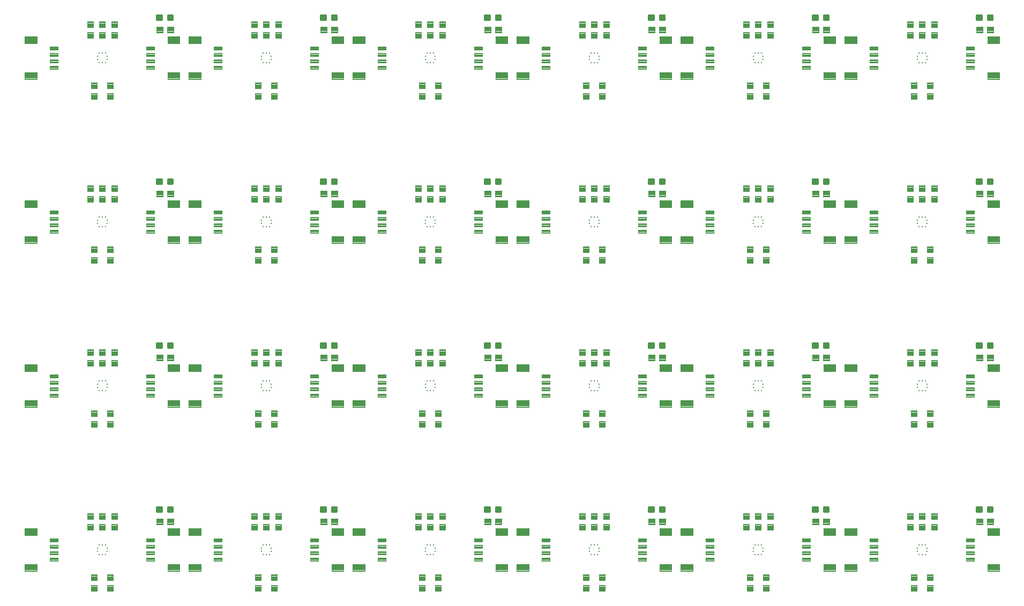
<source format=gtp>
G04 EAGLE Gerber RS-274X export*
G75*
%MOMM*%
%FSLAX34Y34*%
%LPD*%
%INSolderpaste Top*%
%IPPOS*%
%AMOC8*
5,1,8,0,0,1.08239X$1,22.5*%
G01*
%ADD10C,0.100000*%
%ADD11C,0.300000*%
%ADD12C,0.096000*%
%ADD13C,0.102000*%
%ADD14R,0.200000X0.225000*%
%ADD15R,0.225000X0.200000*%


D10*
X131500Y167950D02*
X131500Y157950D01*
X122500Y157950D01*
X122500Y167950D01*
X131500Y167950D01*
X131500Y158900D02*
X122500Y158900D01*
X122500Y159850D02*
X131500Y159850D01*
X131500Y160800D02*
X122500Y160800D01*
X122500Y161750D02*
X131500Y161750D01*
X131500Y162700D02*
X122500Y162700D01*
X122500Y163650D02*
X131500Y163650D01*
X131500Y164600D02*
X122500Y164600D01*
X122500Y165550D02*
X131500Y165550D01*
X131500Y166500D02*
X122500Y166500D01*
X122500Y167450D02*
X131500Y167450D01*
X131500Y174950D02*
X131500Y184950D01*
X131500Y174950D02*
X122500Y174950D01*
X122500Y184950D01*
X131500Y184950D01*
X131500Y175900D02*
X122500Y175900D01*
X122500Y176850D02*
X131500Y176850D01*
X131500Y177800D02*
X122500Y177800D01*
X122500Y178750D02*
X131500Y178750D01*
X131500Y179700D02*
X122500Y179700D01*
X122500Y180650D02*
X131500Y180650D01*
X131500Y181600D02*
X122500Y181600D01*
X122500Y182550D02*
X131500Y182550D01*
X131500Y183500D02*
X122500Y183500D01*
X122500Y184450D02*
X131500Y184450D01*
D11*
X231330Y187000D02*
X231330Y194000D01*
X238330Y194000D01*
X238330Y187000D01*
X231330Y187000D01*
X231330Y189850D02*
X238330Y189850D01*
X238330Y192700D02*
X231330Y192700D01*
X213790Y194000D02*
X213790Y187000D01*
X213790Y194000D02*
X220790Y194000D01*
X220790Y187000D01*
X213790Y187000D01*
X213790Y189850D02*
X220790Y189850D01*
X220790Y192700D02*
X213790Y192700D01*
D12*
X4530Y160520D02*
X4530Y149480D01*
X4530Y160520D02*
X23570Y160520D01*
X23570Y149480D01*
X4530Y149480D01*
X4530Y150392D02*
X23570Y150392D01*
X23570Y151304D02*
X4530Y151304D01*
X4530Y152216D02*
X23570Y152216D01*
X23570Y153128D02*
X4530Y153128D01*
X4530Y154040D02*
X23570Y154040D01*
X23570Y154952D02*
X4530Y154952D01*
X4530Y155864D02*
X23570Y155864D01*
X23570Y156776D02*
X4530Y156776D01*
X4530Y157688D02*
X23570Y157688D01*
X23570Y158600D02*
X4530Y158600D01*
X4530Y159512D02*
X23570Y159512D01*
X23570Y160424D02*
X4530Y160424D01*
X4530Y104520D02*
X4530Y93480D01*
X4530Y104520D02*
X23570Y104520D01*
X23570Y93480D01*
X4530Y93480D01*
X4530Y94392D02*
X23570Y94392D01*
X23570Y95304D02*
X4530Y95304D01*
X4530Y96216D02*
X23570Y96216D01*
X23570Y97128D02*
X4530Y97128D01*
X4530Y98040D02*
X23570Y98040D01*
X23570Y98952D02*
X4530Y98952D01*
X4530Y99864D02*
X23570Y99864D01*
X23570Y100776D02*
X4530Y100776D01*
X4530Y101688D02*
X23570Y101688D01*
X23570Y102600D02*
X4530Y102600D01*
X4530Y103512D02*
X23570Y103512D01*
X23570Y104424D02*
X4530Y104424D01*
D13*
X44560Y139510D02*
X44560Y144490D01*
X57040Y144490D01*
X57040Y139510D01*
X44560Y139510D01*
X44560Y140479D02*
X57040Y140479D01*
X57040Y141448D02*
X44560Y141448D01*
X44560Y142417D02*
X57040Y142417D01*
X57040Y143386D02*
X44560Y143386D01*
X44560Y144355D02*
X57040Y144355D01*
X44560Y134490D02*
X44560Y129510D01*
X44560Y134490D02*
X57040Y134490D01*
X57040Y129510D01*
X44560Y129510D01*
X44560Y130479D02*
X57040Y130479D01*
X57040Y131448D02*
X44560Y131448D01*
X44560Y132417D02*
X57040Y132417D01*
X57040Y133386D02*
X44560Y133386D01*
X44560Y134355D02*
X57040Y134355D01*
X44560Y124490D02*
X44560Y119510D01*
X44560Y124490D02*
X57040Y124490D01*
X57040Y119510D01*
X44560Y119510D01*
X44560Y120479D02*
X57040Y120479D01*
X57040Y121448D02*
X44560Y121448D01*
X44560Y122417D02*
X57040Y122417D01*
X57040Y123386D02*
X44560Y123386D01*
X44560Y124355D02*
X57040Y124355D01*
X44560Y114490D02*
X44560Y109510D01*
X44560Y114490D02*
X57040Y114490D01*
X57040Y109510D01*
X44560Y109510D01*
X44560Y110479D02*
X57040Y110479D01*
X57040Y111448D02*
X44560Y111448D01*
X44560Y112417D02*
X57040Y112417D01*
X57040Y113386D02*
X44560Y113386D01*
X44560Y114355D02*
X57040Y114355D01*
D12*
X249470Y104520D02*
X249470Y93480D01*
X230430Y93480D01*
X230430Y104520D01*
X249470Y104520D01*
X249470Y94392D02*
X230430Y94392D01*
X230430Y95304D02*
X249470Y95304D01*
X249470Y96216D02*
X230430Y96216D01*
X230430Y97128D02*
X249470Y97128D01*
X249470Y98040D02*
X230430Y98040D01*
X230430Y98952D02*
X249470Y98952D01*
X249470Y99864D02*
X230430Y99864D01*
X230430Y100776D02*
X249470Y100776D01*
X249470Y101688D02*
X230430Y101688D01*
X230430Y102600D02*
X249470Y102600D01*
X249470Y103512D02*
X230430Y103512D01*
X230430Y104424D02*
X249470Y104424D01*
X249470Y149480D02*
X249470Y160520D01*
X249470Y149480D02*
X230430Y149480D01*
X230430Y160520D01*
X249470Y160520D01*
X249470Y150392D02*
X230430Y150392D01*
X230430Y151304D02*
X249470Y151304D01*
X249470Y152216D02*
X230430Y152216D01*
X230430Y153128D02*
X249470Y153128D01*
X249470Y154040D02*
X230430Y154040D01*
X230430Y154952D02*
X249470Y154952D01*
X249470Y155864D02*
X230430Y155864D01*
X230430Y156776D02*
X249470Y156776D01*
X249470Y157688D02*
X230430Y157688D01*
X230430Y158600D02*
X249470Y158600D01*
X249470Y159512D02*
X230430Y159512D01*
X230430Y160424D02*
X249470Y160424D01*
D13*
X209440Y114490D02*
X209440Y109510D01*
X196960Y109510D01*
X196960Y114490D01*
X209440Y114490D01*
X209440Y110479D02*
X196960Y110479D01*
X196960Y111448D02*
X209440Y111448D01*
X209440Y112417D02*
X196960Y112417D01*
X196960Y113386D02*
X209440Y113386D01*
X209440Y114355D02*
X196960Y114355D01*
X209440Y119510D02*
X209440Y124490D01*
X209440Y119510D02*
X196960Y119510D01*
X196960Y124490D01*
X209440Y124490D01*
X209440Y120479D02*
X196960Y120479D01*
X196960Y121448D02*
X209440Y121448D01*
X209440Y122417D02*
X196960Y122417D01*
X196960Y123386D02*
X209440Y123386D01*
X209440Y124355D02*
X196960Y124355D01*
X209440Y129510D02*
X209440Y134490D01*
X209440Y129510D02*
X196960Y129510D01*
X196960Y134490D01*
X209440Y134490D01*
X209440Y130479D02*
X196960Y130479D01*
X196960Y131448D02*
X209440Y131448D01*
X209440Y132417D02*
X196960Y132417D01*
X196960Y133386D02*
X209440Y133386D01*
X209440Y134355D02*
X196960Y134355D01*
X209440Y139510D02*
X209440Y144490D01*
X209440Y139510D02*
X196960Y139510D01*
X196960Y144490D01*
X209440Y144490D01*
X209440Y140479D02*
X196960Y140479D01*
X196960Y141448D02*
X209440Y141448D01*
X209440Y142417D02*
X196960Y142417D01*
X196960Y143386D02*
X209440Y143386D01*
X209440Y144355D02*
X196960Y144355D01*
D10*
X118800Y71430D02*
X118800Y61430D01*
X109800Y61430D01*
X109800Y71430D01*
X118800Y71430D01*
X118800Y62380D02*
X109800Y62380D01*
X109800Y63330D02*
X118800Y63330D01*
X118800Y64280D02*
X109800Y64280D01*
X109800Y65230D02*
X118800Y65230D01*
X118800Y66180D02*
X109800Y66180D01*
X109800Y67130D02*
X118800Y67130D01*
X118800Y68080D02*
X109800Y68080D01*
X109800Y69030D02*
X118800Y69030D01*
X118800Y69980D02*
X109800Y69980D01*
X109800Y70930D02*
X118800Y70930D01*
X118800Y78430D02*
X118800Y88430D01*
X118800Y78430D02*
X109800Y78430D01*
X109800Y88430D01*
X118800Y88430D01*
X118800Y79380D02*
X109800Y79380D01*
X109800Y80330D02*
X118800Y80330D01*
X118800Y81280D02*
X109800Y81280D01*
X109800Y82230D02*
X118800Y82230D01*
X118800Y83180D02*
X109800Y83180D01*
X109800Y84130D02*
X118800Y84130D01*
X118800Y85080D02*
X109800Y85080D01*
X109800Y86030D02*
X118800Y86030D01*
X118800Y86980D02*
X109800Y86980D01*
X109800Y87930D02*
X118800Y87930D01*
X135200Y88430D02*
X135200Y78430D01*
X135200Y88430D02*
X144200Y88430D01*
X144200Y78430D01*
X135200Y78430D01*
X135200Y79380D02*
X144200Y79380D01*
X144200Y80330D02*
X135200Y80330D01*
X135200Y81280D02*
X144200Y81280D01*
X144200Y82230D02*
X135200Y82230D01*
X135200Y83180D02*
X144200Y83180D01*
X144200Y84130D02*
X135200Y84130D01*
X135200Y85080D02*
X144200Y85080D01*
X144200Y86030D02*
X135200Y86030D01*
X135200Y86980D02*
X144200Y86980D01*
X144200Y87930D02*
X135200Y87930D01*
X135200Y71430D02*
X135200Y61430D01*
X135200Y71430D02*
X144200Y71430D01*
X144200Y61430D01*
X135200Y61430D01*
X135200Y62380D02*
X144200Y62380D01*
X144200Y63330D02*
X135200Y63330D01*
X135200Y64280D02*
X144200Y64280D01*
X144200Y65230D02*
X135200Y65230D01*
X135200Y66180D02*
X144200Y66180D01*
X144200Y67130D02*
X135200Y67130D01*
X135200Y68080D02*
X144200Y68080D01*
X144200Y69030D02*
X135200Y69030D01*
X135200Y69980D02*
X144200Y69980D01*
X144200Y70930D02*
X135200Y70930D01*
X103450Y174950D02*
X103450Y184950D01*
X112450Y184950D01*
X112450Y174950D01*
X103450Y174950D01*
X103450Y175900D02*
X112450Y175900D01*
X112450Y176850D02*
X103450Y176850D01*
X103450Y177800D02*
X112450Y177800D01*
X112450Y178750D02*
X103450Y178750D01*
X103450Y179700D02*
X112450Y179700D01*
X112450Y180650D02*
X103450Y180650D01*
X103450Y181600D02*
X112450Y181600D01*
X112450Y182550D02*
X103450Y182550D01*
X103450Y183500D02*
X112450Y183500D01*
X112450Y184450D02*
X103450Y184450D01*
X103450Y167950D02*
X103450Y157950D01*
X103450Y167950D02*
X112450Y167950D01*
X112450Y157950D01*
X103450Y157950D01*
X103450Y158900D02*
X112450Y158900D01*
X112450Y159850D02*
X103450Y159850D01*
X103450Y160800D02*
X112450Y160800D01*
X112450Y161750D02*
X103450Y161750D01*
X103450Y162700D02*
X112450Y162700D01*
X112450Y163650D02*
X103450Y163650D01*
X103450Y164600D02*
X112450Y164600D01*
X112450Y165550D02*
X103450Y165550D01*
X103450Y166500D02*
X112450Y166500D01*
X112450Y167450D02*
X103450Y167450D01*
X150550Y167950D02*
X150550Y157950D01*
X141550Y157950D01*
X141550Y167950D01*
X150550Y167950D01*
X150550Y158900D02*
X141550Y158900D01*
X141550Y159850D02*
X150550Y159850D01*
X150550Y160800D02*
X141550Y160800D01*
X141550Y161750D02*
X150550Y161750D01*
X150550Y162700D02*
X141550Y162700D01*
X141550Y163650D02*
X150550Y163650D01*
X150550Y164600D02*
X141550Y164600D01*
X141550Y165550D02*
X150550Y165550D01*
X150550Y166500D02*
X141550Y166500D01*
X141550Y167450D02*
X150550Y167450D01*
X150550Y174950D02*
X150550Y184950D01*
X150550Y174950D02*
X141550Y174950D01*
X141550Y184950D01*
X150550Y184950D01*
X150550Y175900D02*
X141550Y175900D01*
X141550Y176850D02*
X150550Y176850D01*
X150550Y177800D02*
X141550Y177800D01*
X141550Y178750D02*
X150550Y178750D01*
X150550Y179700D02*
X141550Y179700D01*
X141550Y180650D02*
X150550Y180650D01*
X150550Y181600D02*
X141550Y181600D01*
X141550Y182550D02*
X150550Y182550D01*
X150550Y183500D02*
X141550Y183500D01*
X141550Y184450D02*
X150550Y184450D01*
X212560Y166950D02*
X222560Y166950D01*
X212560Y166950D02*
X212560Y175950D01*
X222560Y175950D01*
X222560Y166950D01*
X222560Y167900D02*
X212560Y167900D01*
X212560Y168850D02*
X222560Y168850D01*
X222560Y169800D02*
X212560Y169800D01*
X212560Y170750D02*
X222560Y170750D01*
X222560Y171700D02*
X212560Y171700D01*
X212560Y172650D02*
X222560Y172650D01*
X222560Y173600D02*
X212560Y173600D01*
X212560Y174550D02*
X222560Y174550D01*
X222560Y175500D02*
X212560Y175500D01*
X229560Y166950D02*
X239560Y166950D01*
X229560Y166950D02*
X229560Y175950D01*
X239560Y175950D01*
X239560Y166950D01*
X239560Y167900D02*
X229560Y167900D01*
X229560Y168850D02*
X239560Y168850D01*
X239560Y169800D02*
X229560Y169800D01*
X229560Y170750D02*
X239560Y170750D01*
X239560Y171700D02*
X229560Y171700D01*
X229560Y172650D02*
X239560Y172650D01*
X239560Y173600D02*
X229560Y173600D01*
X229560Y174550D02*
X239560Y174550D01*
X239560Y175500D02*
X229560Y175500D01*
D14*
X127000Y134625D03*
X127000Y119375D03*
D15*
X119375Y124500D03*
X134625Y124500D03*
X119375Y129500D03*
X134625Y129500D03*
D14*
X122000Y134625D03*
X122000Y119375D03*
X132000Y134625D03*
X132000Y119375D03*
D10*
X390580Y157950D02*
X390580Y167950D01*
X390580Y157950D02*
X381580Y157950D01*
X381580Y167950D01*
X390580Y167950D01*
X390580Y158900D02*
X381580Y158900D01*
X381580Y159850D02*
X390580Y159850D01*
X390580Y160800D02*
X381580Y160800D01*
X381580Y161750D02*
X390580Y161750D01*
X390580Y162700D02*
X381580Y162700D01*
X381580Y163650D02*
X390580Y163650D01*
X390580Y164600D02*
X381580Y164600D01*
X381580Y165550D02*
X390580Y165550D01*
X390580Y166500D02*
X381580Y166500D01*
X381580Y167450D02*
X390580Y167450D01*
X390580Y174950D02*
X390580Y184950D01*
X390580Y174950D02*
X381580Y174950D01*
X381580Y184950D01*
X390580Y184950D01*
X390580Y175900D02*
X381580Y175900D01*
X381580Y176850D02*
X390580Y176850D01*
X390580Y177800D02*
X381580Y177800D01*
X381580Y178750D02*
X390580Y178750D01*
X390580Y179700D02*
X381580Y179700D01*
X381580Y180650D02*
X390580Y180650D01*
X390580Y181600D02*
X381580Y181600D01*
X381580Y182550D02*
X390580Y182550D01*
X390580Y183500D02*
X381580Y183500D01*
X381580Y184450D02*
X390580Y184450D01*
D11*
X490410Y187000D02*
X490410Y194000D01*
X497410Y194000D01*
X497410Y187000D01*
X490410Y187000D01*
X490410Y189850D02*
X497410Y189850D01*
X497410Y192700D02*
X490410Y192700D01*
X472870Y194000D02*
X472870Y187000D01*
X472870Y194000D02*
X479870Y194000D01*
X479870Y187000D01*
X472870Y187000D01*
X472870Y189850D02*
X479870Y189850D01*
X479870Y192700D02*
X472870Y192700D01*
D12*
X263610Y160520D02*
X263610Y149480D01*
X263610Y160520D02*
X282650Y160520D01*
X282650Y149480D01*
X263610Y149480D01*
X263610Y150392D02*
X282650Y150392D01*
X282650Y151304D02*
X263610Y151304D01*
X263610Y152216D02*
X282650Y152216D01*
X282650Y153128D02*
X263610Y153128D01*
X263610Y154040D02*
X282650Y154040D01*
X282650Y154952D02*
X263610Y154952D01*
X263610Y155864D02*
X282650Y155864D01*
X282650Y156776D02*
X263610Y156776D01*
X263610Y157688D02*
X282650Y157688D01*
X282650Y158600D02*
X263610Y158600D01*
X263610Y159512D02*
X282650Y159512D01*
X282650Y160424D02*
X263610Y160424D01*
X263610Y104520D02*
X263610Y93480D01*
X263610Y104520D02*
X282650Y104520D01*
X282650Y93480D01*
X263610Y93480D01*
X263610Y94392D02*
X282650Y94392D01*
X282650Y95304D02*
X263610Y95304D01*
X263610Y96216D02*
X282650Y96216D01*
X282650Y97128D02*
X263610Y97128D01*
X263610Y98040D02*
X282650Y98040D01*
X282650Y98952D02*
X263610Y98952D01*
X263610Y99864D02*
X282650Y99864D01*
X282650Y100776D02*
X263610Y100776D01*
X263610Y101688D02*
X282650Y101688D01*
X282650Y102600D02*
X263610Y102600D01*
X263610Y103512D02*
X282650Y103512D01*
X282650Y104424D02*
X263610Y104424D01*
D13*
X303640Y139510D02*
X303640Y144490D01*
X316120Y144490D01*
X316120Y139510D01*
X303640Y139510D01*
X303640Y140479D02*
X316120Y140479D01*
X316120Y141448D02*
X303640Y141448D01*
X303640Y142417D02*
X316120Y142417D01*
X316120Y143386D02*
X303640Y143386D01*
X303640Y144355D02*
X316120Y144355D01*
X303640Y134490D02*
X303640Y129510D01*
X303640Y134490D02*
X316120Y134490D01*
X316120Y129510D01*
X303640Y129510D01*
X303640Y130479D02*
X316120Y130479D01*
X316120Y131448D02*
X303640Y131448D01*
X303640Y132417D02*
X316120Y132417D01*
X316120Y133386D02*
X303640Y133386D01*
X303640Y134355D02*
X316120Y134355D01*
X303640Y124490D02*
X303640Y119510D01*
X303640Y124490D02*
X316120Y124490D01*
X316120Y119510D01*
X303640Y119510D01*
X303640Y120479D02*
X316120Y120479D01*
X316120Y121448D02*
X303640Y121448D01*
X303640Y122417D02*
X316120Y122417D01*
X316120Y123386D02*
X303640Y123386D01*
X303640Y124355D02*
X316120Y124355D01*
X303640Y114490D02*
X303640Y109510D01*
X303640Y114490D02*
X316120Y114490D01*
X316120Y109510D01*
X303640Y109510D01*
X303640Y110479D02*
X316120Y110479D01*
X316120Y111448D02*
X303640Y111448D01*
X303640Y112417D02*
X316120Y112417D01*
X316120Y113386D02*
X303640Y113386D01*
X303640Y114355D02*
X316120Y114355D01*
D12*
X508550Y104520D02*
X508550Y93480D01*
X489510Y93480D01*
X489510Y104520D01*
X508550Y104520D01*
X508550Y94392D02*
X489510Y94392D01*
X489510Y95304D02*
X508550Y95304D01*
X508550Y96216D02*
X489510Y96216D01*
X489510Y97128D02*
X508550Y97128D01*
X508550Y98040D02*
X489510Y98040D01*
X489510Y98952D02*
X508550Y98952D01*
X508550Y99864D02*
X489510Y99864D01*
X489510Y100776D02*
X508550Y100776D01*
X508550Y101688D02*
X489510Y101688D01*
X489510Y102600D02*
X508550Y102600D01*
X508550Y103512D02*
X489510Y103512D01*
X489510Y104424D02*
X508550Y104424D01*
X508550Y149480D02*
X508550Y160520D01*
X508550Y149480D02*
X489510Y149480D01*
X489510Y160520D01*
X508550Y160520D01*
X508550Y150392D02*
X489510Y150392D01*
X489510Y151304D02*
X508550Y151304D01*
X508550Y152216D02*
X489510Y152216D01*
X489510Y153128D02*
X508550Y153128D01*
X508550Y154040D02*
X489510Y154040D01*
X489510Y154952D02*
X508550Y154952D01*
X508550Y155864D02*
X489510Y155864D01*
X489510Y156776D02*
X508550Y156776D01*
X508550Y157688D02*
X489510Y157688D01*
X489510Y158600D02*
X508550Y158600D01*
X508550Y159512D02*
X489510Y159512D01*
X489510Y160424D02*
X508550Y160424D01*
D13*
X468520Y114490D02*
X468520Y109510D01*
X456040Y109510D01*
X456040Y114490D01*
X468520Y114490D01*
X468520Y110479D02*
X456040Y110479D01*
X456040Y111448D02*
X468520Y111448D01*
X468520Y112417D02*
X456040Y112417D01*
X456040Y113386D02*
X468520Y113386D01*
X468520Y114355D02*
X456040Y114355D01*
X468520Y119510D02*
X468520Y124490D01*
X468520Y119510D02*
X456040Y119510D01*
X456040Y124490D01*
X468520Y124490D01*
X468520Y120479D02*
X456040Y120479D01*
X456040Y121448D02*
X468520Y121448D01*
X468520Y122417D02*
X456040Y122417D01*
X456040Y123386D02*
X468520Y123386D01*
X468520Y124355D02*
X456040Y124355D01*
X468520Y129510D02*
X468520Y134490D01*
X468520Y129510D02*
X456040Y129510D01*
X456040Y134490D01*
X468520Y134490D01*
X468520Y130479D02*
X456040Y130479D01*
X456040Y131448D02*
X468520Y131448D01*
X468520Y132417D02*
X456040Y132417D01*
X456040Y133386D02*
X468520Y133386D01*
X468520Y134355D02*
X456040Y134355D01*
X468520Y139510D02*
X468520Y144490D01*
X468520Y139510D02*
X456040Y139510D01*
X456040Y144490D01*
X468520Y144490D01*
X468520Y140479D02*
X456040Y140479D01*
X456040Y141448D02*
X468520Y141448D01*
X468520Y142417D02*
X456040Y142417D01*
X456040Y143386D02*
X468520Y143386D01*
X468520Y144355D02*
X456040Y144355D01*
D10*
X377880Y71430D02*
X377880Y61430D01*
X368880Y61430D01*
X368880Y71430D01*
X377880Y71430D01*
X377880Y62380D02*
X368880Y62380D01*
X368880Y63330D02*
X377880Y63330D01*
X377880Y64280D02*
X368880Y64280D01*
X368880Y65230D02*
X377880Y65230D01*
X377880Y66180D02*
X368880Y66180D01*
X368880Y67130D02*
X377880Y67130D01*
X377880Y68080D02*
X368880Y68080D01*
X368880Y69030D02*
X377880Y69030D01*
X377880Y69980D02*
X368880Y69980D01*
X368880Y70930D02*
X377880Y70930D01*
X377880Y78430D02*
X377880Y88430D01*
X377880Y78430D02*
X368880Y78430D01*
X368880Y88430D01*
X377880Y88430D01*
X377880Y79380D02*
X368880Y79380D01*
X368880Y80330D02*
X377880Y80330D01*
X377880Y81280D02*
X368880Y81280D01*
X368880Y82230D02*
X377880Y82230D01*
X377880Y83180D02*
X368880Y83180D01*
X368880Y84130D02*
X377880Y84130D01*
X377880Y85080D02*
X368880Y85080D01*
X368880Y86030D02*
X377880Y86030D01*
X377880Y86980D02*
X368880Y86980D01*
X368880Y87930D02*
X377880Y87930D01*
X394280Y88430D02*
X394280Y78430D01*
X394280Y88430D02*
X403280Y88430D01*
X403280Y78430D01*
X394280Y78430D01*
X394280Y79380D02*
X403280Y79380D01*
X403280Y80330D02*
X394280Y80330D01*
X394280Y81280D02*
X403280Y81280D01*
X403280Y82230D02*
X394280Y82230D01*
X394280Y83180D02*
X403280Y83180D01*
X403280Y84130D02*
X394280Y84130D01*
X394280Y85080D02*
X403280Y85080D01*
X403280Y86030D02*
X394280Y86030D01*
X394280Y86980D02*
X403280Y86980D01*
X403280Y87930D02*
X394280Y87930D01*
X394280Y71430D02*
X394280Y61430D01*
X394280Y71430D02*
X403280Y71430D01*
X403280Y61430D01*
X394280Y61430D01*
X394280Y62380D02*
X403280Y62380D01*
X403280Y63330D02*
X394280Y63330D01*
X394280Y64280D02*
X403280Y64280D01*
X403280Y65230D02*
X394280Y65230D01*
X394280Y66180D02*
X403280Y66180D01*
X403280Y67130D02*
X394280Y67130D01*
X394280Y68080D02*
X403280Y68080D01*
X403280Y69030D02*
X394280Y69030D01*
X394280Y69980D02*
X403280Y69980D01*
X403280Y70930D02*
X394280Y70930D01*
X362530Y174950D02*
X362530Y184950D01*
X371530Y184950D01*
X371530Y174950D01*
X362530Y174950D01*
X362530Y175900D02*
X371530Y175900D01*
X371530Y176850D02*
X362530Y176850D01*
X362530Y177800D02*
X371530Y177800D01*
X371530Y178750D02*
X362530Y178750D01*
X362530Y179700D02*
X371530Y179700D01*
X371530Y180650D02*
X362530Y180650D01*
X362530Y181600D02*
X371530Y181600D01*
X371530Y182550D02*
X362530Y182550D01*
X362530Y183500D02*
X371530Y183500D01*
X371530Y184450D02*
X362530Y184450D01*
X362530Y167950D02*
X362530Y157950D01*
X362530Y167950D02*
X371530Y167950D01*
X371530Y157950D01*
X362530Y157950D01*
X362530Y158900D02*
X371530Y158900D01*
X371530Y159850D02*
X362530Y159850D01*
X362530Y160800D02*
X371530Y160800D01*
X371530Y161750D02*
X362530Y161750D01*
X362530Y162700D02*
X371530Y162700D01*
X371530Y163650D02*
X362530Y163650D01*
X362530Y164600D02*
X371530Y164600D01*
X371530Y165550D02*
X362530Y165550D01*
X362530Y166500D02*
X371530Y166500D01*
X371530Y167450D02*
X362530Y167450D01*
X409630Y167950D02*
X409630Y157950D01*
X400630Y157950D01*
X400630Y167950D01*
X409630Y167950D01*
X409630Y158900D02*
X400630Y158900D01*
X400630Y159850D02*
X409630Y159850D01*
X409630Y160800D02*
X400630Y160800D01*
X400630Y161750D02*
X409630Y161750D01*
X409630Y162700D02*
X400630Y162700D01*
X400630Y163650D02*
X409630Y163650D01*
X409630Y164600D02*
X400630Y164600D01*
X400630Y165550D02*
X409630Y165550D01*
X409630Y166500D02*
X400630Y166500D01*
X400630Y167450D02*
X409630Y167450D01*
X409630Y174950D02*
X409630Y184950D01*
X409630Y174950D02*
X400630Y174950D01*
X400630Y184950D01*
X409630Y184950D01*
X409630Y175900D02*
X400630Y175900D01*
X400630Y176850D02*
X409630Y176850D01*
X409630Y177800D02*
X400630Y177800D01*
X400630Y178750D02*
X409630Y178750D01*
X409630Y179700D02*
X400630Y179700D01*
X400630Y180650D02*
X409630Y180650D01*
X409630Y181600D02*
X400630Y181600D01*
X400630Y182550D02*
X409630Y182550D01*
X409630Y183500D02*
X400630Y183500D01*
X400630Y184450D02*
X409630Y184450D01*
X471640Y166950D02*
X481640Y166950D01*
X471640Y166950D02*
X471640Y175950D01*
X481640Y175950D01*
X481640Y166950D01*
X481640Y167900D02*
X471640Y167900D01*
X471640Y168850D02*
X481640Y168850D01*
X481640Y169800D02*
X471640Y169800D01*
X471640Y170750D02*
X481640Y170750D01*
X481640Y171700D02*
X471640Y171700D01*
X471640Y172650D02*
X481640Y172650D01*
X481640Y173600D02*
X471640Y173600D01*
X471640Y174550D02*
X481640Y174550D01*
X481640Y175500D02*
X471640Y175500D01*
X488640Y166950D02*
X498640Y166950D01*
X488640Y166950D02*
X488640Y175950D01*
X498640Y175950D01*
X498640Y166950D01*
X498640Y167900D02*
X488640Y167900D01*
X488640Y168850D02*
X498640Y168850D01*
X498640Y169800D02*
X488640Y169800D01*
X488640Y170750D02*
X498640Y170750D01*
X498640Y171700D02*
X488640Y171700D01*
X488640Y172650D02*
X498640Y172650D01*
X498640Y173600D02*
X488640Y173600D01*
X488640Y174550D02*
X498640Y174550D01*
X498640Y175500D02*
X488640Y175500D01*
D14*
X386080Y134625D03*
X386080Y119375D03*
D15*
X378455Y124500D03*
X393705Y124500D03*
X378455Y129500D03*
X393705Y129500D03*
D14*
X381080Y134625D03*
X381080Y119375D03*
X391080Y134625D03*
X391080Y119375D03*
D10*
X649660Y157950D02*
X649660Y167950D01*
X649660Y157950D02*
X640660Y157950D01*
X640660Y167950D01*
X649660Y167950D01*
X649660Y158900D02*
X640660Y158900D01*
X640660Y159850D02*
X649660Y159850D01*
X649660Y160800D02*
X640660Y160800D01*
X640660Y161750D02*
X649660Y161750D01*
X649660Y162700D02*
X640660Y162700D01*
X640660Y163650D02*
X649660Y163650D01*
X649660Y164600D02*
X640660Y164600D01*
X640660Y165550D02*
X649660Y165550D01*
X649660Y166500D02*
X640660Y166500D01*
X640660Y167450D02*
X649660Y167450D01*
X649660Y174950D02*
X649660Y184950D01*
X649660Y174950D02*
X640660Y174950D01*
X640660Y184950D01*
X649660Y184950D01*
X649660Y175900D02*
X640660Y175900D01*
X640660Y176850D02*
X649660Y176850D01*
X649660Y177800D02*
X640660Y177800D01*
X640660Y178750D02*
X649660Y178750D01*
X649660Y179700D02*
X640660Y179700D01*
X640660Y180650D02*
X649660Y180650D01*
X649660Y181600D02*
X640660Y181600D01*
X640660Y182550D02*
X649660Y182550D01*
X649660Y183500D02*
X640660Y183500D01*
X640660Y184450D02*
X649660Y184450D01*
D11*
X749490Y187000D02*
X749490Y194000D01*
X756490Y194000D01*
X756490Y187000D01*
X749490Y187000D01*
X749490Y189850D02*
X756490Y189850D01*
X756490Y192700D02*
X749490Y192700D01*
X731950Y194000D02*
X731950Y187000D01*
X731950Y194000D02*
X738950Y194000D01*
X738950Y187000D01*
X731950Y187000D01*
X731950Y189850D02*
X738950Y189850D01*
X738950Y192700D02*
X731950Y192700D01*
D12*
X522690Y160520D02*
X522690Y149480D01*
X522690Y160520D02*
X541730Y160520D01*
X541730Y149480D01*
X522690Y149480D01*
X522690Y150392D02*
X541730Y150392D01*
X541730Y151304D02*
X522690Y151304D01*
X522690Y152216D02*
X541730Y152216D01*
X541730Y153128D02*
X522690Y153128D01*
X522690Y154040D02*
X541730Y154040D01*
X541730Y154952D02*
X522690Y154952D01*
X522690Y155864D02*
X541730Y155864D01*
X541730Y156776D02*
X522690Y156776D01*
X522690Y157688D02*
X541730Y157688D01*
X541730Y158600D02*
X522690Y158600D01*
X522690Y159512D02*
X541730Y159512D01*
X541730Y160424D02*
X522690Y160424D01*
X522690Y104520D02*
X522690Y93480D01*
X522690Y104520D02*
X541730Y104520D01*
X541730Y93480D01*
X522690Y93480D01*
X522690Y94392D02*
X541730Y94392D01*
X541730Y95304D02*
X522690Y95304D01*
X522690Y96216D02*
X541730Y96216D01*
X541730Y97128D02*
X522690Y97128D01*
X522690Y98040D02*
X541730Y98040D01*
X541730Y98952D02*
X522690Y98952D01*
X522690Y99864D02*
X541730Y99864D01*
X541730Y100776D02*
X522690Y100776D01*
X522690Y101688D02*
X541730Y101688D01*
X541730Y102600D02*
X522690Y102600D01*
X522690Y103512D02*
X541730Y103512D01*
X541730Y104424D02*
X522690Y104424D01*
D13*
X562720Y139510D02*
X562720Y144490D01*
X575200Y144490D01*
X575200Y139510D01*
X562720Y139510D01*
X562720Y140479D02*
X575200Y140479D01*
X575200Y141448D02*
X562720Y141448D01*
X562720Y142417D02*
X575200Y142417D01*
X575200Y143386D02*
X562720Y143386D01*
X562720Y144355D02*
X575200Y144355D01*
X562720Y134490D02*
X562720Y129510D01*
X562720Y134490D02*
X575200Y134490D01*
X575200Y129510D01*
X562720Y129510D01*
X562720Y130479D02*
X575200Y130479D01*
X575200Y131448D02*
X562720Y131448D01*
X562720Y132417D02*
X575200Y132417D01*
X575200Y133386D02*
X562720Y133386D01*
X562720Y134355D02*
X575200Y134355D01*
X562720Y124490D02*
X562720Y119510D01*
X562720Y124490D02*
X575200Y124490D01*
X575200Y119510D01*
X562720Y119510D01*
X562720Y120479D02*
X575200Y120479D01*
X575200Y121448D02*
X562720Y121448D01*
X562720Y122417D02*
X575200Y122417D01*
X575200Y123386D02*
X562720Y123386D01*
X562720Y124355D02*
X575200Y124355D01*
X562720Y114490D02*
X562720Y109510D01*
X562720Y114490D02*
X575200Y114490D01*
X575200Y109510D01*
X562720Y109510D01*
X562720Y110479D02*
X575200Y110479D01*
X575200Y111448D02*
X562720Y111448D01*
X562720Y112417D02*
X575200Y112417D01*
X575200Y113386D02*
X562720Y113386D01*
X562720Y114355D02*
X575200Y114355D01*
D12*
X767630Y104520D02*
X767630Y93480D01*
X748590Y93480D01*
X748590Y104520D01*
X767630Y104520D01*
X767630Y94392D02*
X748590Y94392D01*
X748590Y95304D02*
X767630Y95304D01*
X767630Y96216D02*
X748590Y96216D01*
X748590Y97128D02*
X767630Y97128D01*
X767630Y98040D02*
X748590Y98040D01*
X748590Y98952D02*
X767630Y98952D01*
X767630Y99864D02*
X748590Y99864D01*
X748590Y100776D02*
X767630Y100776D01*
X767630Y101688D02*
X748590Y101688D01*
X748590Y102600D02*
X767630Y102600D01*
X767630Y103512D02*
X748590Y103512D01*
X748590Y104424D02*
X767630Y104424D01*
X767630Y149480D02*
X767630Y160520D01*
X767630Y149480D02*
X748590Y149480D01*
X748590Y160520D01*
X767630Y160520D01*
X767630Y150392D02*
X748590Y150392D01*
X748590Y151304D02*
X767630Y151304D01*
X767630Y152216D02*
X748590Y152216D01*
X748590Y153128D02*
X767630Y153128D01*
X767630Y154040D02*
X748590Y154040D01*
X748590Y154952D02*
X767630Y154952D01*
X767630Y155864D02*
X748590Y155864D01*
X748590Y156776D02*
X767630Y156776D01*
X767630Y157688D02*
X748590Y157688D01*
X748590Y158600D02*
X767630Y158600D01*
X767630Y159512D02*
X748590Y159512D01*
X748590Y160424D02*
X767630Y160424D01*
D13*
X727600Y114490D02*
X727600Y109510D01*
X715120Y109510D01*
X715120Y114490D01*
X727600Y114490D01*
X727600Y110479D02*
X715120Y110479D01*
X715120Y111448D02*
X727600Y111448D01*
X727600Y112417D02*
X715120Y112417D01*
X715120Y113386D02*
X727600Y113386D01*
X727600Y114355D02*
X715120Y114355D01*
X727600Y119510D02*
X727600Y124490D01*
X727600Y119510D02*
X715120Y119510D01*
X715120Y124490D01*
X727600Y124490D01*
X727600Y120479D02*
X715120Y120479D01*
X715120Y121448D02*
X727600Y121448D01*
X727600Y122417D02*
X715120Y122417D01*
X715120Y123386D02*
X727600Y123386D01*
X727600Y124355D02*
X715120Y124355D01*
X727600Y129510D02*
X727600Y134490D01*
X727600Y129510D02*
X715120Y129510D01*
X715120Y134490D01*
X727600Y134490D01*
X727600Y130479D02*
X715120Y130479D01*
X715120Y131448D02*
X727600Y131448D01*
X727600Y132417D02*
X715120Y132417D01*
X715120Y133386D02*
X727600Y133386D01*
X727600Y134355D02*
X715120Y134355D01*
X727600Y139510D02*
X727600Y144490D01*
X727600Y139510D02*
X715120Y139510D01*
X715120Y144490D01*
X727600Y144490D01*
X727600Y140479D02*
X715120Y140479D01*
X715120Y141448D02*
X727600Y141448D01*
X727600Y142417D02*
X715120Y142417D01*
X715120Y143386D02*
X727600Y143386D01*
X727600Y144355D02*
X715120Y144355D01*
D10*
X636960Y71430D02*
X636960Y61430D01*
X627960Y61430D01*
X627960Y71430D01*
X636960Y71430D01*
X636960Y62380D02*
X627960Y62380D01*
X627960Y63330D02*
X636960Y63330D01*
X636960Y64280D02*
X627960Y64280D01*
X627960Y65230D02*
X636960Y65230D01*
X636960Y66180D02*
X627960Y66180D01*
X627960Y67130D02*
X636960Y67130D01*
X636960Y68080D02*
X627960Y68080D01*
X627960Y69030D02*
X636960Y69030D01*
X636960Y69980D02*
X627960Y69980D01*
X627960Y70930D02*
X636960Y70930D01*
X636960Y78430D02*
X636960Y88430D01*
X636960Y78430D02*
X627960Y78430D01*
X627960Y88430D01*
X636960Y88430D01*
X636960Y79380D02*
X627960Y79380D01*
X627960Y80330D02*
X636960Y80330D01*
X636960Y81280D02*
X627960Y81280D01*
X627960Y82230D02*
X636960Y82230D01*
X636960Y83180D02*
X627960Y83180D01*
X627960Y84130D02*
X636960Y84130D01*
X636960Y85080D02*
X627960Y85080D01*
X627960Y86030D02*
X636960Y86030D01*
X636960Y86980D02*
X627960Y86980D01*
X627960Y87930D02*
X636960Y87930D01*
X653360Y88430D02*
X653360Y78430D01*
X653360Y88430D02*
X662360Y88430D01*
X662360Y78430D01*
X653360Y78430D01*
X653360Y79380D02*
X662360Y79380D01*
X662360Y80330D02*
X653360Y80330D01*
X653360Y81280D02*
X662360Y81280D01*
X662360Y82230D02*
X653360Y82230D01*
X653360Y83180D02*
X662360Y83180D01*
X662360Y84130D02*
X653360Y84130D01*
X653360Y85080D02*
X662360Y85080D01*
X662360Y86030D02*
X653360Y86030D01*
X653360Y86980D02*
X662360Y86980D01*
X662360Y87930D02*
X653360Y87930D01*
X653360Y71430D02*
X653360Y61430D01*
X653360Y71430D02*
X662360Y71430D01*
X662360Y61430D01*
X653360Y61430D01*
X653360Y62380D02*
X662360Y62380D01*
X662360Y63330D02*
X653360Y63330D01*
X653360Y64280D02*
X662360Y64280D01*
X662360Y65230D02*
X653360Y65230D01*
X653360Y66180D02*
X662360Y66180D01*
X662360Y67130D02*
X653360Y67130D01*
X653360Y68080D02*
X662360Y68080D01*
X662360Y69030D02*
X653360Y69030D01*
X653360Y69980D02*
X662360Y69980D01*
X662360Y70930D02*
X653360Y70930D01*
X621610Y174950D02*
X621610Y184950D01*
X630610Y184950D01*
X630610Y174950D01*
X621610Y174950D01*
X621610Y175900D02*
X630610Y175900D01*
X630610Y176850D02*
X621610Y176850D01*
X621610Y177800D02*
X630610Y177800D01*
X630610Y178750D02*
X621610Y178750D01*
X621610Y179700D02*
X630610Y179700D01*
X630610Y180650D02*
X621610Y180650D01*
X621610Y181600D02*
X630610Y181600D01*
X630610Y182550D02*
X621610Y182550D01*
X621610Y183500D02*
X630610Y183500D01*
X630610Y184450D02*
X621610Y184450D01*
X621610Y167950D02*
X621610Y157950D01*
X621610Y167950D02*
X630610Y167950D01*
X630610Y157950D01*
X621610Y157950D01*
X621610Y158900D02*
X630610Y158900D01*
X630610Y159850D02*
X621610Y159850D01*
X621610Y160800D02*
X630610Y160800D01*
X630610Y161750D02*
X621610Y161750D01*
X621610Y162700D02*
X630610Y162700D01*
X630610Y163650D02*
X621610Y163650D01*
X621610Y164600D02*
X630610Y164600D01*
X630610Y165550D02*
X621610Y165550D01*
X621610Y166500D02*
X630610Y166500D01*
X630610Y167450D02*
X621610Y167450D01*
X668710Y167950D02*
X668710Y157950D01*
X659710Y157950D01*
X659710Y167950D01*
X668710Y167950D01*
X668710Y158900D02*
X659710Y158900D01*
X659710Y159850D02*
X668710Y159850D01*
X668710Y160800D02*
X659710Y160800D01*
X659710Y161750D02*
X668710Y161750D01*
X668710Y162700D02*
X659710Y162700D01*
X659710Y163650D02*
X668710Y163650D01*
X668710Y164600D02*
X659710Y164600D01*
X659710Y165550D02*
X668710Y165550D01*
X668710Y166500D02*
X659710Y166500D01*
X659710Y167450D02*
X668710Y167450D01*
X668710Y174950D02*
X668710Y184950D01*
X668710Y174950D02*
X659710Y174950D01*
X659710Y184950D01*
X668710Y184950D01*
X668710Y175900D02*
X659710Y175900D01*
X659710Y176850D02*
X668710Y176850D01*
X668710Y177800D02*
X659710Y177800D01*
X659710Y178750D02*
X668710Y178750D01*
X668710Y179700D02*
X659710Y179700D01*
X659710Y180650D02*
X668710Y180650D01*
X668710Y181600D02*
X659710Y181600D01*
X659710Y182550D02*
X668710Y182550D01*
X668710Y183500D02*
X659710Y183500D01*
X659710Y184450D02*
X668710Y184450D01*
X730720Y166950D02*
X740720Y166950D01*
X730720Y166950D02*
X730720Y175950D01*
X740720Y175950D01*
X740720Y166950D01*
X740720Y167900D02*
X730720Y167900D01*
X730720Y168850D02*
X740720Y168850D01*
X740720Y169800D02*
X730720Y169800D01*
X730720Y170750D02*
X740720Y170750D01*
X740720Y171700D02*
X730720Y171700D01*
X730720Y172650D02*
X740720Y172650D01*
X740720Y173600D02*
X730720Y173600D01*
X730720Y174550D02*
X740720Y174550D01*
X740720Y175500D02*
X730720Y175500D01*
X747720Y166950D02*
X757720Y166950D01*
X747720Y166950D02*
X747720Y175950D01*
X757720Y175950D01*
X757720Y166950D01*
X757720Y167900D02*
X747720Y167900D01*
X747720Y168850D02*
X757720Y168850D01*
X757720Y169800D02*
X747720Y169800D01*
X747720Y170750D02*
X757720Y170750D01*
X757720Y171700D02*
X747720Y171700D01*
X747720Y172650D02*
X757720Y172650D01*
X757720Y173600D02*
X747720Y173600D01*
X747720Y174550D02*
X757720Y174550D01*
X757720Y175500D02*
X747720Y175500D01*
D14*
X645160Y134625D03*
X645160Y119375D03*
D15*
X637535Y124500D03*
X652785Y124500D03*
X637535Y129500D03*
X652785Y129500D03*
D14*
X640160Y134625D03*
X640160Y119375D03*
X650160Y134625D03*
X650160Y119375D03*
D10*
X908740Y157950D02*
X908740Y167950D01*
X908740Y157950D02*
X899740Y157950D01*
X899740Y167950D01*
X908740Y167950D01*
X908740Y158900D02*
X899740Y158900D01*
X899740Y159850D02*
X908740Y159850D01*
X908740Y160800D02*
X899740Y160800D01*
X899740Y161750D02*
X908740Y161750D01*
X908740Y162700D02*
X899740Y162700D01*
X899740Y163650D02*
X908740Y163650D01*
X908740Y164600D02*
X899740Y164600D01*
X899740Y165550D02*
X908740Y165550D01*
X908740Y166500D02*
X899740Y166500D01*
X899740Y167450D02*
X908740Y167450D01*
X908740Y174950D02*
X908740Y184950D01*
X908740Y174950D02*
X899740Y174950D01*
X899740Y184950D01*
X908740Y184950D01*
X908740Y175900D02*
X899740Y175900D01*
X899740Y176850D02*
X908740Y176850D01*
X908740Y177800D02*
X899740Y177800D01*
X899740Y178750D02*
X908740Y178750D01*
X908740Y179700D02*
X899740Y179700D01*
X899740Y180650D02*
X908740Y180650D01*
X908740Y181600D02*
X899740Y181600D01*
X899740Y182550D02*
X908740Y182550D01*
X908740Y183500D02*
X899740Y183500D01*
X899740Y184450D02*
X908740Y184450D01*
D11*
X1008570Y187000D02*
X1008570Y194000D01*
X1015570Y194000D01*
X1015570Y187000D01*
X1008570Y187000D01*
X1008570Y189850D02*
X1015570Y189850D01*
X1015570Y192700D02*
X1008570Y192700D01*
X991030Y194000D02*
X991030Y187000D01*
X991030Y194000D02*
X998030Y194000D01*
X998030Y187000D01*
X991030Y187000D01*
X991030Y189850D02*
X998030Y189850D01*
X998030Y192700D02*
X991030Y192700D01*
D12*
X781770Y160520D02*
X781770Y149480D01*
X781770Y160520D02*
X800810Y160520D01*
X800810Y149480D01*
X781770Y149480D01*
X781770Y150392D02*
X800810Y150392D01*
X800810Y151304D02*
X781770Y151304D01*
X781770Y152216D02*
X800810Y152216D01*
X800810Y153128D02*
X781770Y153128D01*
X781770Y154040D02*
X800810Y154040D01*
X800810Y154952D02*
X781770Y154952D01*
X781770Y155864D02*
X800810Y155864D01*
X800810Y156776D02*
X781770Y156776D01*
X781770Y157688D02*
X800810Y157688D01*
X800810Y158600D02*
X781770Y158600D01*
X781770Y159512D02*
X800810Y159512D01*
X800810Y160424D02*
X781770Y160424D01*
X781770Y104520D02*
X781770Y93480D01*
X781770Y104520D02*
X800810Y104520D01*
X800810Y93480D01*
X781770Y93480D01*
X781770Y94392D02*
X800810Y94392D01*
X800810Y95304D02*
X781770Y95304D01*
X781770Y96216D02*
X800810Y96216D01*
X800810Y97128D02*
X781770Y97128D01*
X781770Y98040D02*
X800810Y98040D01*
X800810Y98952D02*
X781770Y98952D01*
X781770Y99864D02*
X800810Y99864D01*
X800810Y100776D02*
X781770Y100776D01*
X781770Y101688D02*
X800810Y101688D01*
X800810Y102600D02*
X781770Y102600D01*
X781770Y103512D02*
X800810Y103512D01*
X800810Y104424D02*
X781770Y104424D01*
D13*
X821800Y139510D02*
X821800Y144490D01*
X834280Y144490D01*
X834280Y139510D01*
X821800Y139510D01*
X821800Y140479D02*
X834280Y140479D01*
X834280Y141448D02*
X821800Y141448D01*
X821800Y142417D02*
X834280Y142417D01*
X834280Y143386D02*
X821800Y143386D01*
X821800Y144355D02*
X834280Y144355D01*
X821800Y134490D02*
X821800Y129510D01*
X821800Y134490D02*
X834280Y134490D01*
X834280Y129510D01*
X821800Y129510D01*
X821800Y130479D02*
X834280Y130479D01*
X834280Y131448D02*
X821800Y131448D01*
X821800Y132417D02*
X834280Y132417D01*
X834280Y133386D02*
X821800Y133386D01*
X821800Y134355D02*
X834280Y134355D01*
X821800Y124490D02*
X821800Y119510D01*
X821800Y124490D02*
X834280Y124490D01*
X834280Y119510D01*
X821800Y119510D01*
X821800Y120479D02*
X834280Y120479D01*
X834280Y121448D02*
X821800Y121448D01*
X821800Y122417D02*
X834280Y122417D01*
X834280Y123386D02*
X821800Y123386D01*
X821800Y124355D02*
X834280Y124355D01*
X821800Y114490D02*
X821800Y109510D01*
X821800Y114490D02*
X834280Y114490D01*
X834280Y109510D01*
X821800Y109510D01*
X821800Y110479D02*
X834280Y110479D01*
X834280Y111448D02*
X821800Y111448D01*
X821800Y112417D02*
X834280Y112417D01*
X834280Y113386D02*
X821800Y113386D01*
X821800Y114355D02*
X834280Y114355D01*
D12*
X1026710Y104520D02*
X1026710Y93480D01*
X1007670Y93480D01*
X1007670Y104520D01*
X1026710Y104520D01*
X1026710Y94392D02*
X1007670Y94392D01*
X1007670Y95304D02*
X1026710Y95304D01*
X1026710Y96216D02*
X1007670Y96216D01*
X1007670Y97128D02*
X1026710Y97128D01*
X1026710Y98040D02*
X1007670Y98040D01*
X1007670Y98952D02*
X1026710Y98952D01*
X1026710Y99864D02*
X1007670Y99864D01*
X1007670Y100776D02*
X1026710Y100776D01*
X1026710Y101688D02*
X1007670Y101688D01*
X1007670Y102600D02*
X1026710Y102600D01*
X1026710Y103512D02*
X1007670Y103512D01*
X1007670Y104424D02*
X1026710Y104424D01*
X1026710Y149480D02*
X1026710Y160520D01*
X1026710Y149480D02*
X1007670Y149480D01*
X1007670Y160520D01*
X1026710Y160520D01*
X1026710Y150392D02*
X1007670Y150392D01*
X1007670Y151304D02*
X1026710Y151304D01*
X1026710Y152216D02*
X1007670Y152216D01*
X1007670Y153128D02*
X1026710Y153128D01*
X1026710Y154040D02*
X1007670Y154040D01*
X1007670Y154952D02*
X1026710Y154952D01*
X1026710Y155864D02*
X1007670Y155864D01*
X1007670Y156776D02*
X1026710Y156776D01*
X1026710Y157688D02*
X1007670Y157688D01*
X1007670Y158600D02*
X1026710Y158600D01*
X1026710Y159512D02*
X1007670Y159512D01*
X1007670Y160424D02*
X1026710Y160424D01*
D13*
X986680Y114490D02*
X986680Y109510D01*
X974200Y109510D01*
X974200Y114490D01*
X986680Y114490D01*
X986680Y110479D02*
X974200Y110479D01*
X974200Y111448D02*
X986680Y111448D01*
X986680Y112417D02*
X974200Y112417D01*
X974200Y113386D02*
X986680Y113386D01*
X986680Y114355D02*
X974200Y114355D01*
X986680Y119510D02*
X986680Y124490D01*
X986680Y119510D02*
X974200Y119510D01*
X974200Y124490D01*
X986680Y124490D01*
X986680Y120479D02*
X974200Y120479D01*
X974200Y121448D02*
X986680Y121448D01*
X986680Y122417D02*
X974200Y122417D01*
X974200Y123386D02*
X986680Y123386D01*
X986680Y124355D02*
X974200Y124355D01*
X986680Y129510D02*
X986680Y134490D01*
X986680Y129510D02*
X974200Y129510D01*
X974200Y134490D01*
X986680Y134490D01*
X986680Y130479D02*
X974200Y130479D01*
X974200Y131448D02*
X986680Y131448D01*
X986680Y132417D02*
X974200Y132417D01*
X974200Y133386D02*
X986680Y133386D01*
X986680Y134355D02*
X974200Y134355D01*
X986680Y139510D02*
X986680Y144490D01*
X986680Y139510D02*
X974200Y139510D01*
X974200Y144490D01*
X986680Y144490D01*
X986680Y140479D02*
X974200Y140479D01*
X974200Y141448D02*
X986680Y141448D01*
X986680Y142417D02*
X974200Y142417D01*
X974200Y143386D02*
X986680Y143386D01*
X986680Y144355D02*
X974200Y144355D01*
D10*
X896040Y71430D02*
X896040Y61430D01*
X887040Y61430D01*
X887040Y71430D01*
X896040Y71430D01*
X896040Y62380D02*
X887040Y62380D01*
X887040Y63330D02*
X896040Y63330D01*
X896040Y64280D02*
X887040Y64280D01*
X887040Y65230D02*
X896040Y65230D01*
X896040Y66180D02*
X887040Y66180D01*
X887040Y67130D02*
X896040Y67130D01*
X896040Y68080D02*
X887040Y68080D01*
X887040Y69030D02*
X896040Y69030D01*
X896040Y69980D02*
X887040Y69980D01*
X887040Y70930D02*
X896040Y70930D01*
X896040Y78430D02*
X896040Y88430D01*
X896040Y78430D02*
X887040Y78430D01*
X887040Y88430D01*
X896040Y88430D01*
X896040Y79380D02*
X887040Y79380D01*
X887040Y80330D02*
X896040Y80330D01*
X896040Y81280D02*
X887040Y81280D01*
X887040Y82230D02*
X896040Y82230D01*
X896040Y83180D02*
X887040Y83180D01*
X887040Y84130D02*
X896040Y84130D01*
X896040Y85080D02*
X887040Y85080D01*
X887040Y86030D02*
X896040Y86030D01*
X896040Y86980D02*
X887040Y86980D01*
X887040Y87930D02*
X896040Y87930D01*
X912440Y88430D02*
X912440Y78430D01*
X912440Y88430D02*
X921440Y88430D01*
X921440Y78430D01*
X912440Y78430D01*
X912440Y79380D02*
X921440Y79380D01*
X921440Y80330D02*
X912440Y80330D01*
X912440Y81280D02*
X921440Y81280D01*
X921440Y82230D02*
X912440Y82230D01*
X912440Y83180D02*
X921440Y83180D01*
X921440Y84130D02*
X912440Y84130D01*
X912440Y85080D02*
X921440Y85080D01*
X921440Y86030D02*
X912440Y86030D01*
X912440Y86980D02*
X921440Y86980D01*
X921440Y87930D02*
X912440Y87930D01*
X912440Y71430D02*
X912440Y61430D01*
X912440Y71430D02*
X921440Y71430D01*
X921440Y61430D01*
X912440Y61430D01*
X912440Y62380D02*
X921440Y62380D01*
X921440Y63330D02*
X912440Y63330D01*
X912440Y64280D02*
X921440Y64280D01*
X921440Y65230D02*
X912440Y65230D01*
X912440Y66180D02*
X921440Y66180D01*
X921440Y67130D02*
X912440Y67130D01*
X912440Y68080D02*
X921440Y68080D01*
X921440Y69030D02*
X912440Y69030D01*
X912440Y69980D02*
X921440Y69980D01*
X921440Y70930D02*
X912440Y70930D01*
X880690Y174950D02*
X880690Y184950D01*
X889690Y184950D01*
X889690Y174950D01*
X880690Y174950D01*
X880690Y175900D02*
X889690Y175900D01*
X889690Y176850D02*
X880690Y176850D01*
X880690Y177800D02*
X889690Y177800D01*
X889690Y178750D02*
X880690Y178750D01*
X880690Y179700D02*
X889690Y179700D01*
X889690Y180650D02*
X880690Y180650D01*
X880690Y181600D02*
X889690Y181600D01*
X889690Y182550D02*
X880690Y182550D01*
X880690Y183500D02*
X889690Y183500D01*
X889690Y184450D02*
X880690Y184450D01*
X880690Y167950D02*
X880690Y157950D01*
X880690Y167950D02*
X889690Y167950D01*
X889690Y157950D01*
X880690Y157950D01*
X880690Y158900D02*
X889690Y158900D01*
X889690Y159850D02*
X880690Y159850D01*
X880690Y160800D02*
X889690Y160800D01*
X889690Y161750D02*
X880690Y161750D01*
X880690Y162700D02*
X889690Y162700D01*
X889690Y163650D02*
X880690Y163650D01*
X880690Y164600D02*
X889690Y164600D01*
X889690Y165550D02*
X880690Y165550D01*
X880690Y166500D02*
X889690Y166500D01*
X889690Y167450D02*
X880690Y167450D01*
X927790Y167950D02*
X927790Y157950D01*
X918790Y157950D01*
X918790Y167950D01*
X927790Y167950D01*
X927790Y158900D02*
X918790Y158900D01*
X918790Y159850D02*
X927790Y159850D01*
X927790Y160800D02*
X918790Y160800D01*
X918790Y161750D02*
X927790Y161750D01*
X927790Y162700D02*
X918790Y162700D01*
X918790Y163650D02*
X927790Y163650D01*
X927790Y164600D02*
X918790Y164600D01*
X918790Y165550D02*
X927790Y165550D01*
X927790Y166500D02*
X918790Y166500D01*
X918790Y167450D02*
X927790Y167450D01*
X927790Y174950D02*
X927790Y184950D01*
X927790Y174950D02*
X918790Y174950D01*
X918790Y184950D01*
X927790Y184950D01*
X927790Y175900D02*
X918790Y175900D01*
X918790Y176850D02*
X927790Y176850D01*
X927790Y177800D02*
X918790Y177800D01*
X918790Y178750D02*
X927790Y178750D01*
X927790Y179700D02*
X918790Y179700D01*
X918790Y180650D02*
X927790Y180650D01*
X927790Y181600D02*
X918790Y181600D01*
X918790Y182550D02*
X927790Y182550D01*
X927790Y183500D02*
X918790Y183500D01*
X918790Y184450D02*
X927790Y184450D01*
X989800Y166950D02*
X999800Y166950D01*
X989800Y166950D02*
X989800Y175950D01*
X999800Y175950D01*
X999800Y166950D01*
X999800Y167900D02*
X989800Y167900D01*
X989800Y168850D02*
X999800Y168850D01*
X999800Y169800D02*
X989800Y169800D01*
X989800Y170750D02*
X999800Y170750D01*
X999800Y171700D02*
X989800Y171700D01*
X989800Y172650D02*
X999800Y172650D01*
X999800Y173600D02*
X989800Y173600D01*
X989800Y174550D02*
X999800Y174550D01*
X999800Y175500D02*
X989800Y175500D01*
X1006800Y166950D02*
X1016800Y166950D01*
X1006800Y166950D02*
X1006800Y175950D01*
X1016800Y175950D01*
X1016800Y166950D01*
X1016800Y167900D02*
X1006800Y167900D01*
X1006800Y168850D02*
X1016800Y168850D01*
X1016800Y169800D02*
X1006800Y169800D01*
X1006800Y170750D02*
X1016800Y170750D01*
X1016800Y171700D02*
X1006800Y171700D01*
X1006800Y172650D02*
X1016800Y172650D01*
X1016800Y173600D02*
X1006800Y173600D01*
X1006800Y174550D02*
X1016800Y174550D01*
X1016800Y175500D02*
X1006800Y175500D01*
D14*
X904240Y134625D03*
X904240Y119375D03*
D15*
X896615Y124500D03*
X911865Y124500D03*
X896615Y129500D03*
X911865Y129500D03*
D14*
X899240Y134625D03*
X899240Y119375D03*
X909240Y134625D03*
X909240Y119375D03*
D10*
X1167820Y157950D02*
X1167820Y167950D01*
X1167820Y157950D02*
X1158820Y157950D01*
X1158820Y167950D01*
X1167820Y167950D01*
X1167820Y158900D02*
X1158820Y158900D01*
X1158820Y159850D02*
X1167820Y159850D01*
X1167820Y160800D02*
X1158820Y160800D01*
X1158820Y161750D02*
X1167820Y161750D01*
X1167820Y162700D02*
X1158820Y162700D01*
X1158820Y163650D02*
X1167820Y163650D01*
X1167820Y164600D02*
X1158820Y164600D01*
X1158820Y165550D02*
X1167820Y165550D01*
X1167820Y166500D02*
X1158820Y166500D01*
X1158820Y167450D02*
X1167820Y167450D01*
X1167820Y174950D02*
X1167820Y184950D01*
X1167820Y174950D02*
X1158820Y174950D01*
X1158820Y184950D01*
X1167820Y184950D01*
X1167820Y175900D02*
X1158820Y175900D01*
X1158820Y176850D02*
X1167820Y176850D01*
X1167820Y177800D02*
X1158820Y177800D01*
X1158820Y178750D02*
X1167820Y178750D01*
X1167820Y179700D02*
X1158820Y179700D01*
X1158820Y180650D02*
X1167820Y180650D01*
X1167820Y181600D02*
X1158820Y181600D01*
X1158820Y182550D02*
X1167820Y182550D01*
X1167820Y183500D02*
X1158820Y183500D01*
X1158820Y184450D02*
X1167820Y184450D01*
D11*
X1267650Y187000D02*
X1267650Y194000D01*
X1274650Y194000D01*
X1274650Y187000D01*
X1267650Y187000D01*
X1267650Y189850D02*
X1274650Y189850D01*
X1274650Y192700D02*
X1267650Y192700D01*
X1250110Y194000D02*
X1250110Y187000D01*
X1250110Y194000D02*
X1257110Y194000D01*
X1257110Y187000D01*
X1250110Y187000D01*
X1250110Y189850D02*
X1257110Y189850D01*
X1257110Y192700D02*
X1250110Y192700D01*
D12*
X1040850Y160520D02*
X1040850Y149480D01*
X1040850Y160520D02*
X1059890Y160520D01*
X1059890Y149480D01*
X1040850Y149480D01*
X1040850Y150392D02*
X1059890Y150392D01*
X1059890Y151304D02*
X1040850Y151304D01*
X1040850Y152216D02*
X1059890Y152216D01*
X1059890Y153128D02*
X1040850Y153128D01*
X1040850Y154040D02*
X1059890Y154040D01*
X1059890Y154952D02*
X1040850Y154952D01*
X1040850Y155864D02*
X1059890Y155864D01*
X1059890Y156776D02*
X1040850Y156776D01*
X1040850Y157688D02*
X1059890Y157688D01*
X1059890Y158600D02*
X1040850Y158600D01*
X1040850Y159512D02*
X1059890Y159512D01*
X1059890Y160424D02*
X1040850Y160424D01*
X1040850Y104520D02*
X1040850Y93480D01*
X1040850Y104520D02*
X1059890Y104520D01*
X1059890Y93480D01*
X1040850Y93480D01*
X1040850Y94392D02*
X1059890Y94392D01*
X1059890Y95304D02*
X1040850Y95304D01*
X1040850Y96216D02*
X1059890Y96216D01*
X1059890Y97128D02*
X1040850Y97128D01*
X1040850Y98040D02*
X1059890Y98040D01*
X1059890Y98952D02*
X1040850Y98952D01*
X1040850Y99864D02*
X1059890Y99864D01*
X1059890Y100776D02*
X1040850Y100776D01*
X1040850Y101688D02*
X1059890Y101688D01*
X1059890Y102600D02*
X1040850Y102600D01*
X1040850Y103512D02*
X1059890Y103512D01*
X1059890Y104424D02*
X1040850Y104424D01*
D13*
X1080880Y139510D02*
X1080880Y144490D01*
X1093360Y144490D01*
X1093360Y139510D01*
X1080880Y139510D01*
X1080880Y140479D02*
X1093360Y140479D01*
X1093360Y141448D02*
X1080880Y141448D01*
X1080880Y142417D02*
X1093360Y142417D01*
X1093360Y143386D02*
X1080880Y143386D01*
X1080880Y144355D02*
X1093360Y144355D01*
X1080880Y134490D02*
X1080880Y129510D01*
X1080880Y134490D02*
X1093360Y134490D01*
X1093360Y129510D01*
X1080880Y129510D01*
X1080880Y130479D02*
X1093360Y130479D01*
X1093360Y131448D02*
X1080880Y131448D01*
X1080880Y132417D02*
X1093360Y132417D01*
X1093360Y133386D02*
X1080880Y133386D01*
X1080880Y134355D02*
X1093360Y134355D01*
X1080880Y124490D02*
X1080880Y119510D01*
X1080880Y124490D02*
X1093360Y124490D01*
X1093360Y119510D01*
X1080880Y119510D01*
X1080880Y120479D02*
X1093360Y120479D01*
X1093360Y121448D02*
X1080880Y121448D01*
X1080880Y122417D02*
X1093360Y122417D01*
X1093360Y123386D02*
X1080880Y123386D01*
X1080880Y124355D02*
X1093360Y124355D01*
X1080880Y114490D02*
X1080880Y109510D01*
X1080880Y114490D02*
X1093360Y114490D01*
X1093360Y109510D01*
X1080880Y109510D01*
X1080880Y110479D02*
X1093360Y110479D01*
X1093360Y111448D02*
X1080880Y111448D01*
X1080880Y112417D02*
X1093360Y112417D01*
X1093360Y113386D02*
X1080880Y113386D01*
X1080880Y114355D02*
X1093360Y114355D01*
D12*
X1285790Y104520D02*
X1285790Y93480D01*
X1266750Y93480D01*
X1266750Y104520D01*
X1285790Y104520D01*
X1285790Y94392D02*
X1266750Y94392D01*
X1266750Y95304D02*
X1285790Y95304D01*
X1285790Y96216D02*
X1266750Y96216D01*
X1266750Y97128D02*
X1285790Y97128D01*
X1285790Y98040D02*
X1266750Y98040D01*
X1266750Y98952D02*
X1285790Y98952D01*
X1285790Y99864D02*
X1266750Y99864D01*
X1266750Y100776D02*
X1285790Y100776D01*
X1285790Y101688D02*
X1266750Y101688D01*
X1266750Y102600D02*
X1285790Y102600D01*
X1285790Y103512D02*
X1266750Y103512D01*
X1266750Y104424D02*
X1285790Y104424D01*
X1285790Y149480D02*
X1285790Y160520D01*
X1285790Y149480D02*
X1266750Y149480D01*
X1266750Y160520D01*
X1285790Y160520D01*
X1285790Y150392D02*
X1266750Y150392D01*
X1266750Y151304D02*
X1285790Y151304D01*
X1285790Y152216D02*
X1266750Y152216D01*
X1266750Y153128D02*
X1285790Y153128D01*
X1285790Y154040D02*
X1266750Y154040D01*
X1266750Y154952D02*
X1285790Y154952D01*
X1285790Y155864D02*
X1266750Y155864D01*
X1266750Y156776D02*
X1285790Y156776D01*
X1285790Y157688D02*
X1266750Y157688D01*
X1266750Y158600D02*
X1285790Y158600D01*
X1285790Y159512D02*
X1266750Y159512D01*
X1266750Y160424D02*
X1285790Y160424D01*
D13*
X1245760Y114490D02*
X1245760Y109510D01*
X1233280Y109510D01*
X1233280Y114490D01*
X1245760Y114490D01*
X1245760Y110479D02*
X1233280Y110479D01*
X1233280Y111448D02*
X1245760Y111448D01*
X1245760Y112417D02*
X1233280Y112417D01*
X1233280Y113386D02*
X1245760Y113386D01*
X1245760Y114355D02*
X1233280Y114355D01*
X1245760Y119510D02*
X1245760Y124490D01*
X1245760Y119510D02*
X1233280Y119510D01*
X1233280Y124490D01*
X1245760Y124490D01*
X1245760Y120479D02*
X1233280Y120479D01*
X1233280Y121448D02*
X1245760Y121448D01*
X1245760Y122417D02*
X1233280Y122417D01*
X1233280Y123386D02*
X1245760Y123386D01*
X1245760Y124355D02*
X1233280Y124355D01*
X1245760Y129510D02*
X1245760Y134490D01*
X1245760Y129510D02*
X1233280Y129510D01*
X1233280Y134490D01*
X1245760Y134490D01*
X1245760Y130479D02*
X1233280Y130479D01*
X1233280Y131448D02*
X1245760Y131448D01*
X1245760Y132417D02*
X1233280Y132417D01*
X1233280Y133386D02*
X1245760Y133386D01*
X1245760Y134355D02*
X1233280Y134355D01*
X1245760Y139510D02*
X1245760Y144490D01*
X1245760Y139510D02*
X1233280Y139510D01*
X1233280Y144490D01*
X1245760Y144490D01*
X1245760Y140479D02*
X1233280Y140479D01*
X1233280Y141448D02*
X1245760Y141448D01*
X1245760Y142417D02*
X1233280Y142417D01*
X1233280Y143386D02*
X1245760Y143386D01*
X1245760Y144355D02*
X1233280Y144355D01*
D10*
X1155120Y71430D02*
X1155120Y61430D01*
X1146120Y61430D01*
X1146120Y71430D01*
X1155120Y71430D01*
X1155120Y62380D02*
X1146120Y62380D01*
X1146120Y63330D02*
X1155120Y63330D01*
X1155120Y64280D02*
X1146120Y64280D01*
X1146120Y65230D02*
X1155120Y65230D01*
X1155120Y66180D02*
X1146120Y66180D01*
X1146120Y67130D02*
X1155120Y67130D01*
X1155120Y68080D02*
X1146120Y68080D01*
X1146120Y69030D02*
X1155120Y69030D01*
X1155120Y69980D02*
X1146120Y69980D01*
X1146120Y70930D02*
X1155120Y70930D01*
X1155120Y78430D02*
X1155120Y88430D01*
X1155120Y78430D02*
X1146120Y78430D01*
X1146120Y88430D01*
X1155120Y88430D01*
X1155120Y79380D02*
X1146120Y79380D01*
X1146120Y80330D02*
X1155120Y80330D01*
X1155120Y81280D02*
X1146120Y81280D01*
X1146120Y82230D02*
X1155120Y82230D01*
X1155120Y83180D02*
X1146120Y83180D01*
X1146120Y84130D02*
X1155120Y84130D01*
X1155120Y85080D02*
X1146120Y85080D01*
X1146120Y86030D02*
X1155120Y86030D01*
X1155120Y86980D02*
X1146120Y86980D01*
X1146120Y87930D02*
X1155120Y87930D01*
X1171520Y88430D02*
X1171520Y78430D01*
X1171520Y88430D02*
X1180520Y88430D01*
X1180520Y78430D01*
X1171520Y78430D01*
X1171520Y79380D02*
X1180520Y79380D01*
X1180520Y80330D02*
X1171520Y80330D01*
X1171520Y81280D02*
X1180520Y81280D01*
X1180520Y82230D02*
X1171520Y82230D01*
X1171520Y83180D02*
X1180520Y83180D01*
X1180520Y84130D02*
X1171520Y84130D01*
X1171520Y85080D02*
X1180520Y85080D01*
X1180520Y86030D02*
X1171520Y86030D01*
X1171520Y86980D02*
X1180520Y86980D01*
X1180520Y87930D02*
X1171520Y87930D01*
X1171520Y71430D02*
X1171520Y61430D01*
X1171520Y71430D02*
X1180520Y71430D01*
X1180520Y61430D01*
X1171520Y61430D01*
X1171520Y62380D02*
X1180520Y62380D01*
X1180520Y63330D02*
X1171520Y63330D01*
X1171520Y64280D02*
X1180520Y64280D01*
X1180520Y65230D02*
X1171520Y65230D01*
X1171520Y66180D02*
X1180520Y66180D01*
X1180520Y67130D02*
X1171520Y67130D01*
X1171520Y68080D02*
X1180520Y68080D01*
X1180520Y69030D02*
X1171520Y69030D01*
X1171520Y69980D02*
X1180520Y69980D01*
X1180520Y70930D02*
X1171520Y70930D01*
X1139770Y174950D02*
X1139770Y184950D01*
X1148770Y184950D01*
X1148770Y174950D01*
X1139770Y174950D01*
X1139770Y175900D02*
X1148770Y175900D01*
X1148770Y176850D02*
X1139770Y176850D01*
X1139770Y177800D02*
X1148770Y177800D01*
X1148770Y178750D02*
X1139770Y178750D01*
X1139770Y179700D02*
X1148770Y179700D01*
X1148770Y180650D02*
X1139770Y180650D01*
X1139770Y181600D02*
X1148770Y181600D01*
X1148770Y182550D02*
X1139770Y182550D01*
X1139770Y183500D02*
X1148770Y183500D01*
X1148770Y184450D02*
X1139770Y184450D01*
X1139770Y167950D02*
X1139770Y157950D01*
X1139770Y167950D02*
X1148770Y167950D01*
X1148770Y157950D01*
X1139770Y157950D01*
X1139770Y158900D02*
X1148770Y158900D01*
X1148770Y159850D02*
X1139770Y159850D01*
X1139770Y160800D02*
X1148770Y160800D01*
X1148770Y161750D02*
X1139770Y161750D01*
X1139770Y162700D02*
X1148770Y162700D01*
X1148770Y163650D02*
X1139770Y163650D01*
X1139770Y164600D02*
X1148770Y164600D01*
X1148770Y165550D02*
X1139770Y165550D01*
X1139770Y166500D02*
X1148770Y166500D01*
X1148770Y167450D02*
X1139770Y167450D01*
X1186870Y167950D02*
X1186870Y157950D01*
X1177870Y157950D01*
X1177870Y167950D01*
X1186870Y167950D01*
X1186870Y158900D02*
X1177870Y158900D01*
X1177870Y159850D02*
X1186870Y159850D01*
X1186870Y160800D02*
X1177870Y160800D01*
X1177870Y161750D02*
X1186870Y161750D01*
X1186870Y162700D02*
X1177870Y162700D01*
X1177870Y163650D02*
X1186870Y163650D01*
X1186870Y164600D02*
X1177870Y164600D01*
X1177870Y165550D02*
X1186870Y165550D01*
X1186870Y166500D02*
X1177870Y166500D01*
X1177870Y167450D02*
X1186870Y167450D01*
X1186870Y174950D02*
X1186870Y184950D01*
X1186870Y174950D02*
X1177870Y174950D01*
X1177870Y184950D01*
X1186870Y184950D01*
X1186870Y175900D02*
X1177870Y175900D01*
X1177870Y176850D02*
X1186870Y176850D01*
X1186870Y177800D02*
X1177870Y177800D01*
X1177870Y178750D02*
X1186870Y178750D01*
X1186870Y179700D02*
X1177870Y179700D01*
X1177870Y180650D02*
X1186870Y180650D01*
X1186870Y181600D02*
X1177870Y181600D01*
X1177870Y182550D02*
X1186870Y182550D01*
X1186870Y183500D02*
X1177870Y183500D01*
X1177870Y184450D02*
X1186870Y184450D01*
X1248880Y166950D02*
X1258880Y166950D01*
X1248880Y166950D02*
X1248880Y175950D01*
X1258880Y175950D01*
X1258880Y166950D01*
X1258880Y167900D02*
X1248880Y167900D01*
X1248880Y168850D02*
X1258880Y168850D01*
X1258880Y169800D02*
X1248880Y169800D01*
X1248880Y170750D02*
X1258880Y170750D01*
X1258880Y171700D02*
X1248880Y171700D01*
X1248880Y172650D02*
X1258880Y172650D01*
X1258880Y173600D02*
X1248880Y173600D01*
X1248880Y174550D02*
X1258880Y174550D01*
X1258880Y175500D02*
X1248880Y175500D01*
X1265880Y166950D02*
X1275880Y166950D01*
X1265880Y166950D02*
X1265880Y175950D01*
X1275880Y175950D01*
X1275880Y166950D01*
X1275880Y167900D02*
X1265880Y167900D01*
X1265880Y168850D02*
X1275880Y168850D01*
X1275880Y169800D02*
X1265880Y169800D01*
X1265880Y170750D02*
X1275880Y170750D01*
X1275880Y171700D02*
X1265880Y171700D01*
X1265880Y172650D02*
X1275880Y172650D01*
X1275880Y173600D02*
X1265880Y173600D01*
X1265880Y174550D02*
X1275880Y174550D01*
X1275880Y175500D02*
X1265880Y175500D01*
D14*
X1163320Y134625D03*
X1163320Y119375D03*
D15*
X1155695Y124500D03*
X1170945Y124500D03*
X1155695Y129500D03*
X1170945Y129500D03*
D14*
X1158320Y134625D03*
X1158320Y119375D03*
X1168320Y134625D03*
X1168320Y119375D03*
D10*
X1426900Y157950D02*
X1426900Y167950D01*
X1426900Y157950D02*
X1417900Y157950D01*
X1417900Y167950D01*
X1426900Y167950D01*
X1426900Y158900D02*
X1417900Y158900D01*
X1417900Y159850D02*
X1426900Y159850D01*
X1426900Y160800D02*
X1417900Y160800D01*
X1417900Y161750D02*
X1426900Y161750D01*
X1426900Y162700D02*
X1417900Y162700D01*
X1417900Y163650D02*
X1426900Y163650D01*
X1426900Y164600D02*
X1417900Y164600D01*
X1417900Y165550D02*
X1426900Y165550D01*
X1426900Y166500D02*
X1417900Y166500D01*
X1417900Y167450D02*
X1426900Y167450D01*
X1426900Y174950D02*
X1426900Y184950D01*
X1426900Y174950D02*
X1417900Y174950D01*
X1417900Y184950D01*
X1426900Y184950D01*
X1426900Y175900D02*
X1417900Y175900D01*
X1417900Y176850D02*
X1426900Y176850D01*
X1426900Y177800D02*
X1417900Y177800D01*
X1417900Y178750D02*
X1426900Y178750D01*
X1426900Y179700D02*
X1417900Y179700D01*
X1417900Y180650D02*
X1426900Y180650D01*
X1426900Y181600D02*
X1417900Y181600D01*
X1417900Y182550D02*
X1426900Y182550D01*
X1426900Y183500D02*
X1417900Y183500D01*
X1417900Y184450D02*
X1426900Y184450D01*
D11*
X1526730Y187000D02*
X1526730Y194000D01*
X1533730Y194000D01*
X1533730Y187000D01*
X1526730Y187000D01*
X1526730Y189850D02*
X1533730Y189850D01*
X1533730Y192700D02*
X1526730Y192700D01*
X1509190Y194000D02*
X1509190Y187000D01*
X1509190Y194000D02*
X1516190Y194000D01*
X1516190Y187000D01*
X1509190Y187000D01*
X1509190Y189850D02*
X1516190Y189850D01*
X1516190Y192700D02*
X1509190Y192700D01*
D12*
X1299930Y160520D02*
X1299930Y149480D01*
X1299930Y160520D02*
X1318970Y160520D01*
X1318970Y149480D01*
X1299930Y149480D01*
X1299930Y150392D02*
X1318970Y150392D01*
X1318970Y151304D02*
X1299930Y151304D01*
X1299930Y152216D02*
X1318970Y152216D01*
X1318970Y153128D02*
X1299930Y153128D01*
X1299930Y154040D02*
X1318970Y154040D01*
X1318970Y154952D02*
X1299930Y154952D01*
X1299930Y155864D02*
X1318970Y155864D01*
X1318970Y156776D02*
X1299930Y156776D01*
X1299930Y157688D02*
X1318970Y157688D01*
X1318970Y158600D02*
X1299930Y158600D01*
X1299930Y159512D02*
X1318970Y159512D01*
X1318970Y160424D02*
X1299930Y160424D01*
X1299930Y104520D02*
X1299930Y93480D01*
X1299930Y104520D02*
X1318970Y104520D01*
X1318970Y93480D01*
X1299930Y93480D01*
X1299930Y94392D02*
X1318970Y94392D01*
X1318970Y95304D02*
X1299930Y95304D01*
X1299930Y96216D02*
X1318970Y96216D01*
X1318970Y97128D02*
X1299930Y97128D01*
X1299930Y98040D02*
X1318970Y98040D01*
X1318970Y98952D02*
X1299930Y98952D01*
X1299930Y99864D02*
X1318970Y99864D01*
X1318970Y100776D02*
X1299930Y100776D01*
X1299930Y101688D02*
X1318970Y101688D01*
X1318970Y102600D02*
X1299930Y102600D01*
X1299930Y103512D02*
X1318970Y103512D01*
X1318970Y104424D02*
X1299930Y104424D01*
D13*
X1339960Y139510D02*
X1339960Y144490D01*
X1352440Y144490D01*
X1352440Y139510D01*
X1339960Y139510D01*
X1339960Y140479D02*
X1352440Y140479D01*
X1352440Y141448D02*
X1339960Y141448D01*
X1339960Y142417D02*
X1352440Y142417D01*
X1352440Y143386D02*
X1339960Y143386D01*
X1339960Y144355D02*
X1352440Y144355D01*
X1339960Y134490D02*
X1339960Y129510D01*
X1339960Y134490D02*
X1352440Y134490D01*
X1352440Y129510D01*
X1339960Y129510D01*
X1339960Y130479D02*
X1352440Y130479D01*
X1352440Y131448D02*
X1339960Y131448D01*
X1339960Y132417D02*
X1352440Y132417D01*
X1352440Y133386D02*
X1339960Y133386D01*
X1339960Y134355D02*
X1352440Y134355D01*
X1339960Y124490D02*
X1339960Y119510D01*
X1339960Y124490D02*
X1352440Y124490D01*
X1352440Y119510D01*
X1339960Y119510D01*
X1339960Y120479D02*
X1352440Y120479D01*
X1352440Y121448D02*
X1339960Y121448D01*
X1339960Y122417D02*
X1352440Y122417D01*
X1352440Y123386D02*
X1339960Y123386D01*
X1339960Y124355D02*
X1352440Y124355D01*
X1339960Y114490D02*
X1339960Y109510D01*
X1339960Y114490D02*
X1352440Y114490D01*
X1352440Y109510D01*
X1339960Y109510D01*
X1339960Y110479D02*
X1352440Y110479D01*
X1352440Y111448D02*
X1339960Y111448D01*
X1339960Y112417D02*
X1352440Y112417D01*
X1352440Y113386D02*
X1339960Y113386D01*
X1339960Y114355D02*
X1352440Y114355D01*
D12*
X1544870Y104520D02*
X1544870Y93480D01*
X1525830Y93480D01*
X1525830Y104520D01*
X1544870Y104520D01*
X1544870Y94392D02*
X1525830Y94392D01*
X1525830Y95304D02*
X1544870Y95304D01*
X1544870Y96216D02*
X1525830Y96216D01*
X1525830Y97128D02*
X1544870Y97128D01*
X1544870Y98040D02*
X1525830Y98040D01*
X1525830Y98952D02*
X1544870Y98952D01*
X1544870Y99864D02*
X1525830Y99864D01*
X1525830Y100776D02*
X1544870Y100776D01*
X1544870Y101688D02*
X1525830Y101688D01*
X1525830Y102600D02*
X1544870Y102600D01*
X1544870Y103512D02*
X1525830Y103512D01*
X1525830Y104424D02*
X1544870Y104424D01*
X1544870Y149480D02*
X1544870Y160520D01*
X1544870Y149480D02*
X1525830Y149480D01*
X1525830Y160520D01*
X1544870Y160520D01*
X1544870Y150392D02*
X1525830Y150392D01*
X1525830Y151304D02*
X1544870Y151304D01*
X1544870Y152216D02*
X1525830Y152216D01*
X1525830Y153128D02*
X1544870Y153128D01*
X1544870Y154040D02*
X1525830Y154040D01*
X1525830Y154952D02*
X1544870Y154952D01*
X1544870Y155864D02*
X1525830Y155864D01*
X1525830Y156776D02*
X1544870Y156776D01*
X1544870Y157688D02*
X1525830Y157688D01*
X1525830Y158600D02*
X1544870Y158600D01*
X1544870Y159512D02*
X1525830Y159512D01*
X1525830Y160424D02*
X1544870Y160424D01*
D13*
X1504840Y114490D02*
X1504840Y109510D01*
X1492360Y109510D01*
X1492360Y114490D01*
X1504840Y114490D01*
X1504840Y110479D02*
X1492360Y110479D01*
X1492360Y111448D02*
X1504840Y111448D01*
X1504840Y112417D02*
X1492360Y112417D01*
X1492360Y113386D02*
X1504840Y113386D01*
X1504840Y114355D02*
X1492360Y114355D01*
X1504840Y119510D02*
X1504840Y124490D01*
X1504840Y119510D02*
X1492360Y119510D01*
X1492360Y124490D01*
X1504840Y124490D01*
X1504840Y120479D02*
X1492360Y120479D01*
X1492360Y121448D02*
X1504840Y121448D01*
X1504840Y122417D02*
X1492360Y122417D01*
X1492360Y123386D02*
X1504840Y123386D01*
X1504840Y124355D02*
X1492360Y124355D01*
X1504840Y129510D02*
X1504840Y134490D01*
X1504840Y129510D02*
X1492360Y129510D01*
X1492360Y134490D01*
X1504840Y134490D01*
X1504840Y130479D02*
X1492360Y130479D01*
X1492360Y131448D02*
X1504840Y131448D01*
X1504840Y132417D02*
X1492360Y132417D01*
X1492360Y133386D02*
X1504840Y133386D01*
X1504840Y134355D02*
X1492360Y134355D01*
X1504840Y139510D02*
X1504840Y144490D01*
X1504840Y139510D02*
X1492360Y139510D01*
X1492360Y144490D01*
X1504840Y144490D01*
X1504840Y140479D02*
X1492360Y140479D01*
X1492360Y141448D02*
X1504840Y141448D01*
X1504840Y142417D02*
X1492360Y142417D01*
X1492360Y143386D02*
X1504840Y143386D01*
X1504840Y144355D02*
X1492360Y144355D01*
D10*
X1414200Y71430D02*
X1414200Y61430D01*
X1405200Y61430D01*
X1405200Y71430D01*
X1414200Y71430D01*
X1414200Y62380D02*
X1405200Y62380D01*
X1405200Y63330D02*
X1414200Y63330D01*
X1414200Y64280D02*
X1405200Y64280D01*
X1405200Y65230D02*
X1414200Y65230D01*
X1414200Y66180D02*
X1405200Y66180D01*
X1405200Y67130D02*
X1414200Y67130D01*
X1414200Y68080D02*
X1405200Y68080D01*
X1405200Y69030D02*
X1414200Y69030D01*
X1414200Y69980D02*
X1405200Y69980D01*
X1405200Y70930D02*
X1414200Y70930D01*
X1414200Y78430D02*
X1414200Y88430D01*
X1414200Y78430D02*
X1405200Y78430D01*
X1405200Y88430D01*
X1414200Y88430D01*
X1414200Y79380D02*
X1405200Y79380D01*
X1405200Y80330D02*
X1414200Y80330D01*
X1414200Y81280D02*
X1405200Y81280D01*
X1405200Y82230D02*
X1414200Y82230D01*
X1414200Y83180D02*
X1405200Y83180D01*
X1405200Y84130D02*
X1414200Y84130D01*
X1414200Y85080D02*
X1405200Y85080D01*
X1405200Y86030D02*
X1414200Y86030D01*
X1414200Y86980D02*
X1405200Y86980D01*
X1405200Y87930D02*
X1414200Y87930D01*
X1430600Y88430D02*
X1430600Y78430D01*
X1430600Y88430D02*
X1439600Y88430D01*
X1439600Y78430D01*
X1430600Y78430D01*
X1430600Y79380D02*
X1439600Y79380D01*
X1439600Y80330D02*
X1430600Y80330D01*
X1430600Y81280D02*
X1439600Y81280D01*
X1439600Y82230D02*
X1430600Y82230D01*
X1430600Y83180D02*
X1439600Y83180D01*
X1439600Y84130D02*
X1430600Y84130D01*
X1430600Y85080D02*
X1439600Y85080D01*
X1439600Y86030D02*
X1430600Y86030D01*
X1430600Y86980D02*
X1439600Y86980D01*
X1439600Y87930D02*
X1430600Y87930D01*
X1430600Y71430D02*
X1430600Y61430D01*
X1430600Y71430D02*
X1439600Y71430D01*
X1439600Y61430D01*
X1430600Y61430D01*
X1430600Y62380D02*
X1439600Y62380D01*
X1439600Y63330D02*
X1430600Y63330D01*
X1430600Y64280D02*
X1439600Y64280D01*
X1439600Y65230D02*
X1430600Y65230D01*
X1430600Y66180D02*
X1439600Y66180D01*
X1439600Y67130D02*
X1430600Y67130D01*
X1430600Y68080D02*
X1439600Y68080D01*
X1439600Y69030D02*
X1430600Y69030D01*
X1430600Y69980D02*
X1439600Y69980D01*
X1439600Y70930D02*
X1430600Y70930D01*
X1398850Y174950D02*
X1398850Y184950D01*
X1407850Y184950D01*
X1407850Y174950D01*
X1398850Y174950D01*
X1398850Y175900D02*
X1407850Y175900D01*
X1407850Y176850D02*
X1398850Y176850D01*
X1398850Y177800D02*
X1407850Y177800D01*
X1407850Y178750D02*
X1398850Y178750D01*
X1398850Y179700D02*
X1407850Y179700D01*
X1407850Y180650D02*
X1398850Y180650D01*
X1398850Y181600D02*
X1407850Y181600D01*
X1407850Y182550D02*
X1398850Y182550D01*
X1398850Y183500D02*
X1407850Y183500D01*
X1407850Y184450D02*
X1398850Y184450D01*
X1398850Y167950D02*
X1398850Y157950D01*
X1398850Y167950D02*
X1407850Y167950D01*
X1407850Y157950D01*
X1398850Y157950D01*
X1398850Y158900D02*
X1407850Y158900D01*
X1407850Y159850D02*
X1398850Y159850D01*
X1398850Y160800D02*
X1407850Y160800D01*
X1407850Y161750D02*
X1398850Y161750D01*
X1398850Y162700D02*
X1407850Y162700D01*
X1407850Y163650D02*
X1398850Y163650D01*
X1398850Y164600D02*
X1407850Y164600D01*
X1407850Y165550D02*
X1398850Y165550D01*
X1398850Y166500D02*
X1407850Y166500D01*
X1407850Y167450D02*
X1398850Y167450D01*
X1445950Y167950D02*
X1445950Y157950D01*
X1436950Y157950D01*
X1436950Y167950D01*
X1445950Y167950D01*
X1445950Y158900D02*
X1436950Y158900D01*
X1436950Y159850D02*
X1445950Y159850D01*
X1445950Y160800D02*
X1436950Y160800D01*
X1436950Y161750D02*
X1445950Y161750D01*
X1445950Y162700D02*
X1436950Y162700D01*
X1436950Y163650D02*
X1445950Y163650D01*
X1445950Y164600D02*
X1436950Y164600D01*
X1436950Y165550D02*
X1445950Y165550D01*
X1445950Y166500D02*
X1436950Y166500D01*
X1436950Y167450D02*
X1445950Y167450D01*
X1445950Y174950D02*
X1445950Y184950D01*
X1445950Y174950D02*
X1436950Y174950D01*
X1436950Y184950D01*
X1445950Y184950D01*
X1445950Y175900D02*
X1436950Y175900D01*
X1436950Y176850D02*
X1445950Y176850D01*
X1445950Y177800D02*
X1436950Y177800D01*
X1436950Y178750D02*
X1445950Y178750D01*
X1445950Y179700D02*
X1436950Y179700D01*
X1436950Y180650D02*
X1445950Y180650D01*
X1445950Y181600D02*
X1436950Y181600D01*
X1436950Y182550D02*
X1445950Y182550D01*
X1445950Y183500D02*
X1436950Y183500D01*
X1436950Y184450D02*
X1445950Y184450D01*
X1507960Y166950D02*
X1517960Y166950D01*
X1507960Y166950D02*
X1507960Y175950D01*
X1517960Y175950D01*
X1517960Y166950D01*
X1517960Y167900D02*
X1507960Y167900D01*
X1507960Y168850D02*
X1517960Y168850D01*
X1517960Y169800D02*
X1507960Y169800D01*
X1507960Y170750D02*
X1517960Y170750D01*
X1517960Y171700D02*
X1507960Y171700D01*
X1507960Y172650D02*
X1517960Y172650D01*
X1517960Y173600D02*
X1507960Y173600D01*
X1507960Y174550D02*
X1517960Y174550D01*
X1517960Y175500D02*
X1507960Y175500D01*
X1524960Y166950D02*
X1534960Y166950D01*
X1524960Y166950D02*
X1524960Y175950D01*
X1534960Y175950D01*
X1534960Y166950D01*
X1534960Y167900D02*
X1524960Y167900D01*
X1524960Y168850D02*
X1534960Y168850D01*
X1534960Y169800D02*
X1524960Y169800D01*
X1524960Y170750D02*
X1534960Y170750D01*
X1534960Y171700D02*
X1524960Y171700D01*
X1524960Y172650D02*
X1534960Y172650D01*
X1534960Y173600D02*
X1524960Y173600D01*
X1524960Y174550D02*
X1534960Y174550D01*
X1534960Y175500D02*
X1524960Y175500D01*
D14*
X1422400Y134625D03*
X1422400Y119375D03*
D15*
X1414775Y124500D03*
X1430025Y124500D03*
X1414775Y129500D03*
X1430025Y129500D03*
D14*
X1417400Y134625D03*
X1417400Y119375D03*
X1427400Y134625D03*
X1427400Y119375D03*
D10*
X131500Y417030D02*
X131500Y427030D01*
X131500Y417030D02*
X122500Y417030D01*
X122500Y427030D01*
X131500Y427030D01*
X131500Y417980D02*
X122500Y417980D01*
X122500Y418930D02*
X131500Y418930D01*
X131500Y419880D02*
X122500Y419880D01*
X122500Y420830D02*
X131500Y420830D01*
X131500Y421780D02*
X122500Y421780D01*
X122500Y422730D02*
X131500Y422730D01*
X131500Y423680D02*
X122500Y423680D01*
X122500Y424630D02*
X131500Y424630D01*
X131500Y425580D02*
X122500Y425580D01*
X122500Y426530D02*
X131500Y426530D01*
X131500Y434030D02*
X131500Y444030D01*
X131500Y434030D02*
X122500Y434030D01*
X122500Y444030D01*
X131500Y444030D01*
X131500Y434980D02*
X122500Y434980D01*
X122500Y435930D02*
X131500Y435930D01*
X131500Y436880D02*
X122500Y436880D01*
X122500Y437830D02*
X131500Y437830D01*
X131500Y438780D02*
X122500Y438780D01*
X122500Y439730D02*
X131500Y439730D01*
X131500Y440680D02*
X122500Y440680D01*
X122500Y441630D02*
X131500Y441630D01*
X131500Y442580D02*
X122500Y442580D01*
X122500Y443530D02*
X131500Y443530D01*
D11*
X231330Y446080D02*
X231330Y453080D01*
X238330Y453080D01*
X238330Y446080D01*
X231330Y446080D01*
X231330Y448930D02*
X238330Y448930D01*
X238330Y451780D02*
X231330Y451780D01*
X213790Y453080D02*
X213790Y446080D01*
X213790Y453080D02*
X220790Y453080D01*
X220790Y446080D01*
X213790Y446080D01*
X213790Y448930D02*
X220790Y448930D01*
X220790Y451780D02*
X213790Y451780D01*
D12*
X4530Y419600D02*
X4530Y408560D01*
X4530Y419600D02*
X23570Y419600D01*
X23570Y408560D01*
X4530Y408560D01*
X4530Y409472D02*
X23570Y409472D01*
X23570Y410384D02*
X4530Y410384D01*
X4530Y411296D02*
X23570Y411296D01*
X23570Y412208D02*
X4530Y412208D01*
X4530Y413120D02*
X23570Y413120D01*
X23570Y414032D02*
X4530Y414032D01*
X4530Y414944D02*
X23570Y414944D01*
X23570Y415856D02*
X4530Y415856D01*
X4530Y416768D02*
X23570Y416768D01*
X23570Y417680D02*
X4530Y417680D01*
X4530Y418592D02*
X23570Y418592D01*
X23570Y419504D02*
X4530Y419504D01*
X4530Y363600D02*
X4530Y352560D01*
X4530Y363600D02*
X23570Y363600D01*
X23570Y352560D01*
X4530Y352560D01*
X4530Y353472D02*
X23570Y353472D01*
X23570Y354384D02*
X4530Y354384D01*
X4530Y355296D02*
X23570Y355296D01*
X23570Y356208D02*
X4530Y356208D01*
X4530Y357120D02*
X23570Y357120D01*
X23570Y358032D02*
X4530Y358032D01*
X4530Y358944D02*
X23570Y358944D01*
X23570Y359856D02*
X4530Y359856D01*
X4530Y360768D02*
X23570Y360768D01*
X23570Y361680D02*
X4530Y361680D01*
X4530Y362592D02*
X23570Y362592D01*
X23570Y363504D02*
X4530Y363504D01*
D13*
X44560Y398590D02*
X44560Y403570D01*
X57040Y403570D01*
X57040Y398590D01*
X44560Y398590D01*
X44560Y399559D02*
X57040Y399559D01*
X57040Y400528D02*
X44560Y400528D01*
X44560Y401497D02*
X57040Y401497D01*
X57040Y402466D02*
X44560Y402466D01*
X44560Y403435D02*
X57040Y403435D01*
X44560Y393570D02*
X44560Y388590D01*
X44560Y393570D02*
X57040Y393570D01*
X57040Y388590D01*
X44560Y388590D01*
X44560Y389559D02*
X57040Y389559D01*
X57040Y390528D02*
X44560Y390528D01*
X44560Y391497D02*
X57040Y391497D01*
X57040Y392466D02*
X44560Y392466D01*
X44560Y393435D02*
X57040Y393435D01*
X44560Y383570D02*
X44560Y378590D01*
X44560Y383570D02*
X57040Y383570D01*
X57040Y378590D01*
X44560Y378590D01*
X44560Y379559D02*
X57040Y379559D01*
X57040Y380528D02*
X44560Y380528D01*
X44560Y381497D02*
X57040Y381497D01*
X57040Y382466D02*
X44560Y382466D01*
X44560Y383435D02*
X57040Y383435D01*
X44560Y373570D02*
X44560Y368590D01*
X44560Y373570D02*
X57040Y373570D01*
X57040Y368590D01*
X44560Y368590D01*
X44560Y369559D02*
X57040Y369559D01*
X57040Y370528D02*
X44560Y370528D01*
X44560Y371497D02*
X57040Y371497D01*
X57040Y372466D02*
X44560Y372466D01*
X44560Y373435D02*
X57040Y373435D01*
D12*
X249470Y363600D02*
X249470Y352560D01*
X230430Y352560D01*
X230430Y363600D01*
X249470Y363600D01*
X249470Y353472D02*
X230430Y353472D01*
X230430Y354384D02*
X249470Y354384D01*
X249470Y355296D02*
X230430Y355296D01*
X230430Y356208D02*
X249470Y356208D01*
X249470Y357120D02*
X230430Y357120D01*
X230430Y358032D02*
X249470Y358032D01*
X249470Y358944D02*
X230430Y358944D01*
X230430Y359856D02*
X249470Y359856D01*
X249470Y360768D02*
X230430Y360768D01*
X230430Y361680D02*
X249470Y361680D01*
X249470Y362592D02*
X230430Y362592D01*
X230430Y363504D02*
X249470Y363504D01*
X249470Y408560D02*
X249470Y419600D01*
X249470Y408560D02*
X230430Y408560D01*
X230430Y419600D01*
X249470Y419600D01*
X249470Y409472D02*
X230430Y409472D01*
X230430Y410384D02*
X249470Y410384D01*
X249470Y411296D02*
X230430Y411296D01*
X230430Y412208D02*
X249470Y412208D01*
X249470Y413120D02*
X230430Y413120D01*
X230430Y414032D02*
X249470Y414032D01*
X249470Y414944D02*
X230430Y414944D01*
X230430Y415856D02*
X249470Y415856D01*
X249470Y416768D02*
X230430Y416768D01*
X230430Y417680D02*
X249470Y417680D01*
X249470Y418592D02*
X230430Y418592D01*
X230430Y419504D02*
X249470Y419504D01*
D13*
X209440Y373570D02*
X209440Y368590D01*
X196960Y368590D01*
X196960Y373570D01*
X209440Y373570D01*
X209440Y369559D02*
X196960Y369559D01*
X196960Y370528D02*
X209440Y370528D01*
X209440Y371497D02*
X196960Y371497D01*
X196960Y372466D02*
X209440Y372466D01*
X209440Y373435D02*
X196960Y373435D01*
X209440Y378590D02*
X209440Y383570D01*
X209440Y378590D02*
X196960Y378590D01*
X196960Y383570D01*
X209440Y383570D01*
X209440Y379559D02*
X196960Y379559D01*
X196960Y380528D02*
X209440Y380528D01*
X209440Y381497D02*
X196960Y381497D01*
X196960Y382466D02*
X209440Y382466D01*
X209440Y383435D02*
X196960Y383435D01*
X209440Y388590D02*
X209440Y393570D01*
X209440Y388590D02*
X196960Y388590D01*
X196960Y393570D01*
X209440Y393570D01*
X209440Y389559D02*
X196960Y389559D01*
X196960Y390528D02*
X209440Y390528D01*
X209440Y391497D02*
X196960Y391497D01*
X196960Y392466D02*
X209440Y392466D01*
X209440Y393435D02*
X196960Y393435D01*
X209440Y398590D02*
X209440Y403570D01*
X209440Y398590D02*
X196960Y398590D01*
X196960Y403570D01*
X209440Y403570D01*
X209440Y399559D02*
X196960Y399559D01*
X196960Y400528D02*
X209440Y400528D01*
X209440Y401497D02*
X196960Y401497D01*
X196960Y402466D02*
X209440Y402466D01*
X209440Y403435D02*
X196960Y403435D01*
D10*
X118800Y330510D02*
X118800Y320510D01*
X109800Y320510D01*
X109800Y330510D01*
X118800Y330510D01*
X118800Y321460D02*
X109800Y321460D01*
X109800Y322410D02*
X118800Y322410D01*
X118800Y323360D02*
X109800Y323360D01*
X109800Y324310D02*
X118800Y324310D01*
X118800Y325260D02*
X109800Y325260D01*
X109800Y326210D02*
X118800Y326210D01*
X118800Y327160D02*
X109800Y327160D01*
X109800Y328110D02*
X118800Y328110D01*
X118800Y329060D02*
X109800Y329060D01*
X109800Y330010D02*
X118800Y330010D01*
X118800Y337510D02*
X118800Y347510D01*
X118800Y337510D02*
X109800Y337510D01*
X109800Y347510D01*
X118800Y347510D01*
X118800Y338460D02*
X109800Y338460D01*
X109800Y339410D02*
X118800Y339410D01*
X118800Y340360D02*
X109800Y340360D01*
X109800Y341310D02*
X118800Y341310D01*
X118800Y342260D02*
X109800Y342260D01*
X109800Y343210D02*
X118800Y343210D01*
X118800Y344160D02*
X109800Y344160D01*
X109800Y345110D02*
X118800Y345110D01*
X118800Y346060D02*
X109800Y346060D01*
X109800Y347010D02*
X118800Y347010D01*
X135200Y347510D02*
X135200Y337510D01*
X135200Y347510D02*
X144200Y347510D01*
X144200Y337510D01*
X135200Y337510D01*
X135200Y338460D02*
X144200Y338460D01*
X144200Y339410D02*
X135200Y339410D01*
X135200Y340360D02*
X144200Y340360D01*
X144200Y341310D02*
X135200Y341310D01*
X135200Y342260D02*
X144200Y342260D01*
X144200Y343210D02*
X135200Y343210D01*
X135200Y344160D02*
X144200Y344160D01*
X144200Y345110D02*
X135200Y345110D01*
X135200Y346060D02*
X144200Y346060D01*
X144200Y347010D02*
X135200Y347010D01*
X135200Y330510D02*
X135200Y320510D01*
X135200Y330510D02*
X144200Y330510D01*
X144200Y320510D01*
X135200Y320510D01*
X135200Y321460D02*
X144200Y321460D01*
X144200Y322410D02*
X135200Y322410D01*
X135200Y323360D02*
X144200Y323360D01*
X144200Y324310D02*
X135200Y324310D01*
X135200Y325260D02*
X144200Y325260D01*
X144200Y326210D02*
X135200Y326210D01*
X135200Y327160D02*
X144200Y327160D01*
X144200Y328110D02*
X135200Y328110D01*
X135200Y329060D02*
X144200Y329060D01*
X144200Y330010D02*
X135200Y330010D01*
X103450Y434030D02*
X103450Y444030D01*
X112450Y444030D01*
X112450Y434030D01*
X103450Y434030D01*
X103450Y434980D02*
X112450Y434980D01*
X112450Y435930D02*
X103450Y435930D01*
X103450Y436880D02*
X112450Y436880D01*
X112450Y437830D02*
X103450Y437830D01*
X103450Y438780D02*
X112450Y438780D01*
X112450Y439730D02*
X103450Y439730D01*
X103450Y440680D02*
X112450Y440680D01*
X112450Y441630D02*
X103450Y441630D01*
X103450Y442580D02*
X112450Y442580D01*
X112450Y443530D02*
X103450Y443530D01*
X103450Y427030D02*
X103450Y417030D01*
X103450Y427030D02*
X112450Y427030D01*
X112450Y417030D01*
X103450Y417030D01*
X103450Y417980D02*
X112450Y417980D01*
X112450Y418930D02*
X103450Y418930D01*
X103450Y419880D02*
X112450Y419880D01*
X112450Y420830D02*
X103450Y420830D01*
X103450Y421780D02*
X112450Y421780D01*
X112450Y422730D02*
X103450Y422730D01*
X103450Y423680D02*
X112450Y423680D01*
X112450Y424630D02*
X103450Y424630D01*
X103450Y425580D02*
X112450Y425580D01*
X112450Y426530D02*
X103450Y426530D01*
X150550Y427030D02*
X150550Y417030D01*
X141550Y417030D01*
X141550Y427030D01*
X150550Y427030D01*
X150550Y417980D02*
X141550Y417980D01*
X141550Y418930D02*
X150550Y418930D01*
X150550Y419880D02*
X141550Y419880D01*
X141550Y420830D02*
X150550Y420830D01*
X150550Y421780D02*
X141550Y421780D01*
X141550Y422730D02*
X150550Y422730D01*
X150550Y423680D02*
X141550Y423680D01*
X141550Y424630D02*
X150550Y424630D01*
X150550Y425580D02*
X141550Y425580D01*
X141550Y426530D02*
X150550Y426530D01*
X150550Y434030D02*
X150550Y444030D01*
X150550Y434030D02*
X141550Y434030D01*
X141550Y444030D01*
X150550Y444030D01*
X150550Y434980D02*
X141550Y434980D01*
X141550Y435930D02*
X150550Y435930D01*
X150550Y436880D02*
X141550Y436880D01*
X141550Y437830D02*
X150550Y437830D01*
X150550Y438780D02*
X141550Y438780D01*
X141550Y439730D02*
X150550Y439730D01*
X150550Y440680D02*
X141550Y440680D01*
X141550Y441630D02*
X150550Y441630D01*
X150550Y442580D02*
X141550Y442580D01*
X141550Y443530D02*
X150550Y443530D01*
X212560Y426030D02*
X222560Y426030D01*
X212560Y426030D02*
X212560Y435030D01*
X222560Y435030D01*
X222560Y426030D01*
X222560Y426980D02*
X212560Y426980D01*
X212560Y427930D02*
X222560Y427930D01*
X222560Y428880D02*
X212560Y428880D01*
X212560Y429830D02*
X222560Y429830D01*
X222560Y430780D02*
X212560Y430780D01*
X212560Y431730D02*
X222560Y431730D01*
X222560Y432680D02*
X212560Y432680D01*
X212560Y433630D02*
X222560Y433630D01*
X222560Y434580D02*
X212560Y434580D01*
X229560Y426030D02*
X239560Y426030D01*
X229560Y426030D02*
X229560Y435030D01*
X239560Y435030D01*
X239560Y426030D01*
X239560Y426980D02*
X229560Y426980D01*
X229560Y427930D02*
X239560Y427930D01*
X239560Y428880D02*
X229560Y428880D01*
X229560Y429830D02*
X239560Y429830D01*
X239560Y430780D02*
X229560Y430780D01*
X229560Y431730D02*
X239560Y431730D01*
X239560Y432680D02*
X229560Y432680D01*
X229560Y433630D02*
X239560Y433630D01*
X239560Y434580D02*
X229560Y434580D01*
D14*
X127000Y393705D03*
X127000Y378455D03*
D15*
X119375Y383580D03*
X134625Y383580D03*
X119375Y388580D03*
X134625Y388580D03*
D14*
X122000Y393705D03*
X122000Y378455D03*
X132000Y393705D03*
X132000Y378455D03*
D10*
X390580Y417030D02*
X390580Y427030D01*
X390580Y417030D02*
X381580Y417030D01*
X381580Y427030D01*
X390580Y427030D01*
X390580Y417980D02*
X381580Y417980D01*
X381580Y418930D02*
X390580Y418930D01*
X390580Y419880D02*
X381580Y419880D01*
X381580Y420830D02*
X390580Y420830D01*
X390580Y421780D02*
X381580Y421780D01*
X381580Y422730D02*
X390580Y422730D01*
X390580Y423680D02*
X381580Y423680D01*
X381580Y424630D02*
X390580Y424630D01*
X390580Y425580D02*
X381580Y425580D01*
X381580Y426530D02*
X390580Y426530D01*
X390580Y434030D02*
X390580Y444030D01*
X390580Y434030D02*
X381580Y434030D01*
X381580Y444030D01*
X390580Y444030D01*
X390580Y434980D02*
X381580Y434980D01*
X381580Y435930D02*
X390580Y435930D01*
X390580Y436880D02*
X381580Y436880D01*
X381580Y437830D02*
X390580Y437830D01*
X390580Y438780D02*
X381580Y438780D01*
X381580Y439730D02*
X390580Y439730D01*
X390580Y440680D02*
X381580Y440680D01*
X381580Y441630D02*
X390580Y441630D01*
X390580Y442580D02*
X381580Y442580D01*
X381580Y443530D02*
X390580Y443530D01*
D11*
X490410Y446080D02*
X490410Y453080D01*
X497410Y453080D01*
X497410Y446080D01*
X490410Y446080D01*
X490410Y448930D02*
X497410Y448930D01*
X497410Y451780D02*
X490410Y451780D01*
X472870Y453080D02*
X472870Y446080D01*
X472870Y453080D02*
X479870Y453080D01*
X479870Y446080D01*
X472870Y446080D01*
X472870Y448930D02*
X479870Y448930D01*
X479870Y451780D02*
X472870Y451780D01*
D12*
X263610Y419600D02*
X263610Y408560D01*
X263610Y419600D02*
X282650Y419600D01*
X282650Y408560D01*
X263610Y408560D01*
X263610Y409472D02*
X282650Y409472D01*
X282650Y410384D02*
X263610Y410384D01*
X263610Y411296D02*
X282650Y411296D01*
X282650Y412208D02*
X263610Y412208D01*
X263610Y413120D02*
X282650Y413120D01*
X282650Y414032D02*
X263610Y414032D01*
X263610Y414944D02*
X282650Y414944D01*
X282650Y415856D02*
X263610Y415856D01*
X263610Y416768D02*
X282650Y416768D01*
X282650Y417680D02*
X263610Y417680D01*
X263610Y418592D02*
X282650Y418592D01*
X282650Y419504D02*
X263610Y419504D01*
X263610Y363600D02*
X263610Y352560D01*
X263610Y363600D02*
X282650Y363600D01*
X282650Y352560D01*
X263610Y352560D01*
X263610Y353472D02*
X282650Y353472D01*
X282650Y354384D02*
X263610Y354384D01*
X263610Y355296D02*
X282650Y355296D01*
X282650Y356208D02*
X263610Y356208D01*
X263610Y357120D02*
X282650Y357120D01*
X282650Y358032D02*
X263610Y358032D01*
X263610Y358944D02*
X282650Y358944D01*
X282650Y359856D02*
X263610Y359856D01*
X263610Y360768D02*
X282650Y360768D01*
X282650Y361680D02*
X263610Y361680D01*
X263610Y362592D02*
X282650Y362592D01*
X282650Y363504D02*
X263610Y363504D01*
D13*
X303640Y398590D02*
X303640Y403570D01*
X316120Y403570D01*
X316120Y398590D01*
X303640Y398590D01*
X303640Y399559D02*
X316120Y399559D01*
X316120Y400528D02*
X303640Y400528D01*
X303640Y401497D02*
X316120Y401497D01*
X316120Y402466D02*
X303640Y402466D01*
X303640Y403435D02*
X316120Y403435D01*
X303640Y393570D02*
X303640Y388590D01*
X303640Y393570D02*
X316120Y393570D01*
X316120Y388590D01*
X303640Y388590D01*
X303640Y389559D02*
X316120Y389559D01*
X316120Y390528D02*
X303640Y390528D01*
X303640Y391497D02*
X316120Y391497D01*
X316120Y392466D02*
X303640Y392466D01*
X303640Y393435D02*
X316120Y393435D01*
X303640Y383570D02*
X303640Y378590D01*
X303640Y383570D02*
X316120Y383570D01*
X316120Y378590D01*
X303640Y378590D01*
X303640Y379559D02*
X316120Y379559D01*
X316120Y380528D02*
X303640Y380528D01*
X303640Y381497D02*
X316120Y381497D01*
X316120Y382466D02*
X303640Y382466D01*
X303640Y383435D02*
X316120Y383435D01*
X303640Y373570D02*
X303640Y368590D01*
X303640Y373570D02*
X316120Y373570D01*
X316120Y368590D01*
X303640Y368590D01*
X303640Y369559D02*
X316120Y369559D01*
X316120Y370528D02*
X303640Y370528D01*
X303640Y371497D02*
X316120Y371497D01*
X316120Y372466D02*
X303640Y372466D01*
X303640Y373435D02*
X316120Y373435D01*
D12*
X508550Y363600D02*
X508550Y352560D01*
X489510Y352560D01*
X489510Y363600D01*
X508550Y363600D01*
X508550Y353472D02*
X489510Y353472D01*
X489510Y354384D02*
X508550Y354384D01*
X508550Y355296D02*
X489510Y355296D01*
X489510Y356208D02*
X508550Y356208D01*
X508550Y357120D02*
X489510Y357120D01*
X489510Y358032D02*
X508550Y358032D01*
X508550Y358944D02*
X489510Y358944D01*
X489510Y359856D02*
X508550Y359856D01*
X508550Y360768D02*
X489510Y360768D01*
X489510Y361680D02*
X508550Y361680D01*
X508550Y362592D02*
X489510Y362592D01*
X489510Y363504D02*
X508550Y363504D01*
X508550Y408560D02*
X508550Y419600D01*
X508550Y408560D02*
X489510Y408560D01*
X489510Y419600D01*
X508550Y419600D01*
X508550Y409472D02*
X489510Y409472D01*
X489510Y410384D02*
X508550Y410384D01*
X508550Y411296D02*
X489510Y411296D01*
X489510Y412208D02*
X508550Y412208D01*
X508550Y413120D02*
X489510Y413120D01*
X489510Y414032D02*
X508550Y414032D01*
X508550Y414944D02*
X489510Y414944D01*
X489510Y415856D02*
X508550Y415856D01*
X508550Y416768D02*
X489510Y416768D01*
X489510Y417680D02*
X508550Y417680D01*
X508550Y418592D02*
X489510Y418592D01*
X489510Y419504D02*
X508550Y419504D01*
D13*
X468520Y373570D02*
X468520Y368590D01*
X456040Y368590D01*
X456040Y373570D01*
X468520Y373570D01*
X468520Y369559D02*
X456040Y369559D01*
X456040Y370528D02*
X468520Y370528D01*
X468520Y371497D02*
X456040Y371497D01*
X456040Y372466D02*
X468520Y372466D01*
X468520Y373435D02*
X456040Y373435D01*
X468520Y378590D02*
X468520Y383570D01*
X468520Y378590D02*
X456040Y378590D01*
X456040Y383570D01*
X468520Y383570D01*
X468520Y379559D02*
X456040Y379559D01*
X456040Y380528D02*
X468520Y380528D01*
X468520Y381497D02*
X456040Y381497D01*
X456040Y382466D02*
X468520Y382466D01*
X468520Y383435D02*
X456040Y383435D01*
X468520Y388590D02*
X468520Y393570D01*
X468520Y388590D02*
X456040Y388590D01*
X456040Y393570D01*
X468520Y393570D01*
X468520Y389559D02*
X456040Y389559D01*
X456040Y390528D02*
X468520Y390528D01*
X468520Y391497D02*
X456040Y391497D01*
X456040Y392466D02*
X468520Y392466D01*
X468520Y393435D02*
X456040Y393435D01*
X468520Y398590D02*
X468520Y403570D01*
X468520Y398590D02*
X456040Y398590D01*
X456040Y403570D01*
X468520Y403570D01*
X468520Y399559D02*
X456040Y399559D01*
X456040Y400528D02*
X468520Y400528D01*
X468520Y401497D02*
X456040Y401497D01*
X456040Y402466D02*
X468520Y402466D01*
X468520Y403435D02*
X456040Y403435D01*
D10*
X377880Y330510D02*
X377880Y320510D01*
X368880Y320510D01*
X368880Y330510D01*
X377880Y330510D01*
X377880Y321460D02*
X368880Y321460D01*
X368880Y322410D02*
X377880Y322410D01*
X377880Y323360D02*
X368880Y323360D01*
X368880Y324310D02*
X377880Y324310D01*
X377880Y325260D02*
X368880Y325260D01*
X368880Y326210D02*
X377880Y326210D01*
X377880Y327160D02*
X368880Y327160D01*
X368880Y328110D02*
X377880Y328110D01*
X377880Y329060D02*
X368880Y329060D01*
X368880Y330010D02*
X377880Y330010D01*
X377880Y337510D02*
X377880Y347510D01*
X377880Y337510D02*
X368880Y337510D01*
X368880Y347510D01*
X377880Y347510D01*
X377880Y338460D02*
X368880Y338460D01*
X368880Y339410D02*
X377880Y339410D01*
X377880Y340360D02*
X368880Y340360D01*
X368880Y341310D02*
X377880Y341310D01*
X377880Y342260D02*
X368880Y342260D01*
X368880Y343210D02*
X377880Y343210D01*
X377880Y344160D02*
X368880Y344160D01*
X368880Y345110D02*
X377880Y345110D01*
X377880Y346060D02*
X368880Y346060D01*
X368880Y347010D02*
X377880Y347010D01*
X394280Y347510D02*
X394280Y337510D01*
X394280Y347510D02*
X403280Y347510D01*
X403280Y337510D01*
X394280Y337510D01*
X394280Y338460D02*
X403280Y338460D01*
X403280Y339410D02*
X394280Y339410D01*
X394280Y340360D02*
X403280Y340360D01*
X403280Y341310D02*
X394280Y341310D01*
X394280Y342260D02*
X403280Y342260D01*
X403280Y343210D02*
X394280Y343210D01*
X394280Y344160D02*
X403280Y344160D01*
X403280Y345110D02*
X394280Y345110D01*
X394280Y346060D02*
X403280Y346060D01*
X403280Y347010D02*
X394280Y347010D01*
X394280Y330510D02*
X394280Y320510D01*
X394280Y330510D02*
X403280Y330510D01*
X403280Y320510D01*
X394280Y320510D01*
X394280Y321460D02*
X403280Y321460D01*
X403280Y322410D02*
X394280Y322410D01*
X394280Y323360D02*
X403280Y323360D01*
X403280Y324310D02*
X394280Y324310D01*
X394280Y325260D02*
X403280Y325260D01*
X403280Y326210D02*
X394280Y326210D01*
X394280Y327160D02*
X403280Y327160D01*
X403280Y328110D02*
X394280Y328110D01*
X394280Y329060D02*
X403280Y329060D01*
X403280Y330010D02*
X394280Y330010D01*
X362530Y434030D02*
X362530Y444030D01*
X371530Y444030D01*
X371530Y434030D01*
X362530Y434030D01*
X362530Y434980D02*
X371530Y434980D01*
X371530Y435930D02*
X362530Y435930D01*
X362530Y436880D02*
X371530Y436880D01*
X371530Y437830D02*
X362530Y437830D01*
X362530Y438780D02*
X371530Y438780D01*
X371530Y439730D02*
X362530Y439730D01*
X362530Y440680D02*
X371530Y440680D01*
X371530Y441630D02*
X362530Y441630D01*
X362530Y442580D02*
X371530Y442580D01*
X371530Y443530D02*
X362530Y443530D01*
X362530Y427030D02*
X362530Y417030D01*
X362530Y427030D02*
X371530Y427030D01*
X371530Y417030D01*
X362530Y417030D01*
X362530Y417980D02*
X371530Y417980D01*
X371530Y418930D02*
X362530Y418930D01*
X362530Y419880D02*
X371530Y419880D01*
X371530Y420830D02*
X362530Y420830D01*
X362530Y421780D02*
X371530Y421780D01*
X371530Y422730D02*
X362530Y422730D01*
X362530Y423680D02*
X371530Y423680D01*
X371530Y424630D02*
X362530Y424630D01*
X362530Y425580D02*
X371530Y425580D01*
X371530Y426530D02*
X362530Y426530D01*
X409630Y427030D02*
X409630Y417030D01*
X400630Y417030D01*
X400630Y427030D01*
X409630Y427030D01*
X409630Y417980D02*
X400630Y417980D01*
X400630Y418930D02*
X409630Y418930D01*
X409630Y419880D02*
X400630Y419880D01*
X400630Y420830D02*
X409630Y420830D01*
X409630Y421780D02*
X400630Y421780D01*
X400630Y422730D02*
X409630Y422730D01*
X409630Y423680D02*
X400630Y423680D01*
X400630Y424630D02*
X409630Y424630D01*
X409630Y425580D02*
X400630Y425580D01*
X400630Y426530D02*
X409630Y426530D01*
X409630Y434030D02*
X409630Y444030D01*
X409630Y434030D02*
X400630Y434030D01*
X400630Y444030D01*
X409630Y444030D01*
X409630Y434980D02*
X400630Y434980D01*
X400630Y435930D02*
X409630Y435930D01*
X409630Y436880D02*
X400630Y436880D01*
X400630Y437830D02*
X409630Y437830D01*
X409630Y438780D02*
X400630Y438780D01*
X400630Y439730D02*
X409630Y439730D01*
X409630Y440680D02*
X400630Y440680D01*
X400630Y441630D02*
X409630Y441630D01*
X409630Y442580D02*
X400630Y442580D01*
X400630Y443530D02*
X409630Y443530D01*
X471640Y426030D02*
X481640Y426030D01*
X471640Y426030D02*
X471640Y435030D01*
X481640Y435030D01*
X481640Y426030D01*
X481640Y426980D02*
X471640Y426980D01*
X471640Y427930D02*
X481640Y427930D01*
X481640Y428880D02*
X471640Y428880D01*
X471640Y429830D02*
X481640Y429830D01*
X481640Y430780D02*
X471640Y430780D01*
X471640Y431730D02*
X481640Y431730D01*
X481640Y432680D02*
X471640Y432680D01*
X471640Y433630D02*
X481640Y433630D01*
X481640Y434580D02*
X471640Y434580D01*
X488640Y426030D02*
X498640Y426030D01*
X488640Y426030D02*
X488640Y435030D01*
X498640Y435030D01*
X498640Y426030D01*
X498640Y426980D02*
X488640Y426980D01*
X488640Y427930D02*
X498640Y427930D01*
X498640Y428880D02*
X488640Y428880D01*
X488640Y429830D02*
X498640Y429830D01*
X498640Y430780D02*
X488640Y430780D01*
X488640Y431730D02*
X498640Y431730D01*
X498640Y432680D02*
X488640Y432680D01*
X488640Y433630D02*
X498640Y433630D01*
X498640Y434580D02*
X488640Y434580D01*
D14*
X386080Y393705D03*
X386080Y378455D03*
D15*
X378455Y383580D03*
X393705Y383580D03*
X378455Y388580D03*
X393705Y388580D03*
D14*
X381080Y393705D03*
X381080Y378455D03*
X391080Y393705D03*
X391080Y378455D03*
D10*
X649660Y417030D02*
X649660Y427030D01*
X649660Y417030D02*
X640660Y417030D01*
X640660Y427030D01*
X649660Y427030D01*
X649660Y417980D02*
X640660Y417980D01*
X640660Y418930D02*
X649660Y418930D01*
X649660Y419880D02*
X640660Y419880D01*
X640660Y420830D02*
X649660Y420830D01*
X649660Y421780D02*
X640660Y421780D01*
X640660Y422730D02*
X649660Y422730D01*
X649660Y423680D02*
X640660Y423680D01*
X640660Y424630D02*
X649660Y424630D01*
X649660Y425580D02*
X640660Y425580D01*
X640660Y426530D02*
X649660Y426530D01*
X649660Y434030D02*
X649660Y444030D01*
X649660Y434030D02*
X640660Y434030D01*
X640660Y444030D01*
X649660Y444030D01*
X649660Y434980D02*
X640660Y434980D01*
X640660Y435930D02*
X649660Y435930D01*
X649660Y436880D02*
X640660Y436880D01*
X640660Y437830D02*
X649660Y437830D01*
X649660Y438780D02*
X640660Y438780D01*
X640660Y439730D02*
X649660Y439730D01*
X649660Y440680D02*
X640660Y440680D01*
X640660Y441630D02*
X649660Y441630D01*
X649660Y442580D02*
X640660Y442580D01*
X640660Y443530D02*
X649660Y443530D01*
D11*
X749490Y446080D02*
X749490Y453080D01*
X756490Y453080D01*
X756490Y446080D01*
X749490Y446080D01*
X749490Y448930D02*
X756490Y448930D01*
X756490Y451780D02*
X749490Y451780D01*
X731950Y453080D02*
X731950Y446080D01*
X731950Y453080D02*
X738950Y453080D01*
X738950Y446080D01*
X731950Y446080D01*
X731950Y448930D02*
X738950Y448930D01*
X738950Y451780D02*
X731950Y451780D01*
D12*
X522690Y419600D02*
X522690Y408560D01*
X522690Y419600D02*
X541730Y419600D01*
X541730Y408560D01*
X522690Y408560D01*
X522690Y409472D02*
X541730Y409472D01*
X541730Y410384D02*
X522690Y410384D01*
X522690Y411296D02*
X541730Y411296D01*
X541730Y412208D02*
X522690Y412208D01*
X522690Y413120D02*
X541730Y413120D01*
X541730Y414032D02*
X522690Y414032D01*
X522690Y414944D02*
X541730Y414944D01*
X541730Y415856D02*
X522690Y415856D01*
X522690Y416768D02*
X541730Y416768D01*
X541730Y417680D02*
X522690Y417680D01*
X522690Y418592D02*
X541730Y418592D01*
X541730Y419504D02*
X522690Y419504D01*
X522690Y363600D02*
X522690Y352560D01*
X522690Y363600D02*
X541730Y363600D01*
X541730Y352560D01*
X522690Y352560D01*
X522690Y353472D02*
X541730Y353472D01*
X541730Y354384D02*
X522690Y354384D01*
X522690Y355296D02*
X541730Y355296D01*
X541730Y356208D02*
X522690Y356208D01*
X522690Y357120D02*
X541730Y357120D01*
X541730Y358032D02*
X522690Y358032D01*
X522690Y358944D02*
X541730Y358944D01*
X541730Y359856D02*
X522690Y359856D01*
X522690Y360768D02*
X541730Y360768D01*
X541730Y361680D02*
X522690Y361680D01*
X522690Y362592D02*
X541730Y362592D01*
X541730Y363504D02*
X522690Y363504D01*
D13*
X562720Y398590D02*
X562720Y403570D01*
X575200Y403570D01*
X575200Y398590D01*
X562720Y398590D01*
X562720Y399559D02*
X575200Y399559D01*
X575200Y400528D02*
X562720Y400528D01*
X562720Y401497D02*
X575200Y401497D01*
X575200Y402466D02*
X562720Y402466D01*
X562720Y403435D02*
X575200Y403435D01*
X562720Y393570D02*
X562720Y388590D01*
X562720Y393570D02*
X575200Y393570D01*
X575200Y388590D01*
X562720Y388590D01*
X562720Y389559D02*
X575200Y389559D01*
X575200Y390528D02*
X562720Y390528D01*
X562720Y391497D02*
X575200Y391497D01*
X575200Y392466D02*
X562720Y392466D01*
X562720Y393435D02*
X575200Y393435D01*
X562720Y383570D02*
X562720Y378590D01*
X562720Y383570D02*
X575200Y383570D01*
X575200Y378590D01*
X562720Y378590D01*
X562720Y379559D02*
X575200Y379559D01*
X575200Y380528D02*
X562720Y380528D01*
X562720Y381497D02*
X575200Y381497D01*
X575200Y382466D02*
X562720Y382466D01*
X562720Y383435D02*
X575200Y383435D01*
X562720Y373570D02*
X562720Y368590D01*
X562720Y373570D02*
X575200Y373570D01*
X575200Y368590D01*
X562720Y368590D01*
X562720Y369559D02*
X575200Y369559D01*
X575200Y370528D02*
X562720Y370528D01*
X562720Y371497D02*
X575200Y371497D01*
X575200Y372466D02*
X562720Y372466D01*
X562720Y373435D02*
X575200Y373435D01*
D12*
X767630Y363600D02*
X767630Y352560D01*
X748590Y352560D01*
X748590Y363600D01*
X767630Y363600D01*
X767630Y353472D02*
X748590Y353472D01*
X748590Y354384D02*
X767630Y354384D01*
X767630Y355296D02*
X748590Y355296D01*
X748590Y356208D02*
X767630Y356208D01*
X767630Y357120D02*
X748590Y357120D01*
X748590Y358032D02*
X767630Y358032D01*
X767630Y358944D02*
X748590Y358944D01*
X748590Y359856D02*
X767630Y359856D01*
X767630Y360768D02*
X748590Y360768D01*
X748590Y361680D02*
X767630Y361680D01*
X767630Y362592D02*
X748590Y362592D01*
X748590Y363504D02*
X767630Y363504D01*
X767630Y408560D02*
X767630Y419600D01*
X767630Y408560D02*
X748590Y408560D01*
X748590Y419600D01*
X767630Y419600D01*
X767630Y409472D02*
X748590Y409472D01*
X748590Y410384D02*
X767630Y410384D01*
X767630Y411296D02*
X748590Y411296D01*
X748590Y412208D02*
X767630Y412208D01*
X767630Y413120D02*
X748590Y413120D01*
X748590Y414032D02*
X767630Y414032D01*
X767630Y414944D02*
X748590Y414944D01*
X748590Y415856D02*
X767630Y415856D01*
X767630Y416768D02*
X748590Y416768D01*
X748590Y417680D02*
X767630Y417680D01*
X767630Y418592D02*
X748590Y418592D01*
X748590Y419504D02*
X767630Y419504D01*
D13*
X727600Y373570D02*
X727600Y368590D01*
X715120Y368590D01*
X715120Y373570D01*
X727600Y373570D01*
X727600Y369559D02*
X715120Y369559D01*
X715120Y370528D02*
X727600Y370528D01*
X727600Y371497D02*
X715120Y371497D01*
X715120Y372466D02*
X727600Y372466D01*
X727600Y373435D02*
X715120Y373435D01*
X727600Y378590D02*
X727600Y383570D01*
X727600Y378590D02*
X715120Y378590D01*
X715120Y383570D01*
X727600Y383570D01*
X727600Y379559D02*
X715120Y379559D01*
X715120Y380528D02*
X727600Y380528D01*
X727600Y381497D02*
X715120Y381497D01*
X715120Y382466D02*
X727600Y382466D01*
X727600Y383435D02*
X715120Y383435D01*
X727600Y388590D02*
X727600Y393570D01*
X727600Y388590D02*
X715120Y388590D01*
X715120Y393570D01*
X727600Y393570D01*
X727600Y389559D02*
X715120Y389559D01*
X715120Y390528D02*
X727600Y390528D01*
X727600Y391497D02*
X715120Y391497D01*
X715120Y392466D02*
X727600Y392466D01*
X727600Y393435D02*
X715120Y393435D01*
X727600Y398590D02*
X727600Y403570D01*
X727600Y398590D02*
X715120Y398590D01*
X715120Y403570D01*
X727600Y403570D01*
X727600Y399559D02*
X715120Y399559D01*
X715120Y400528D02*
X727600Y400528D01*
X727600Y401497D02*
X715120Y401497D01*
X715120Y402466D02*
X727600Y402466D01*
X727600Y403435D02*
X715120Y403435D01*
D10*
X636960Y330510D02*
X636960Y320510D01*
X627960Y320510D01*
X627960Y330510D01*
X636960Y330510D01*
X636960Y321460D02*
X627960Y321460D01*
X627960Y322410D02*
X636960Y322410D01*
X636960Y323360D02*
X627960Y323360D01*
X627960Y324310D02*
X636960Y324310D01*
X636960Y325260D02*
X627960Y325260D01*
X627960Y326210D02*
X636960Y326210D01*
X636960Y327160D02*
X627960Y327160D01*
X627960Y328110D02*
X636960Y328110D01*
X636960Y329060D02*
X627960Y329060D01*
X627960Y330010D02*
X636960Y330010D01*
X636960Y337510D02*
X636960Y347510D01*
X636960Y337510D02*
X627960Y337510D01*
X627960Y347510D01*
X636960Y347510D01*
X636960Y338460D02*
X627960Y338460D01*
X627960Y339410D02*
X636960Y339410D01*
X636960Y340360D02*
X627960Y340360D01*
X627960Y341310D02*
X636960Y341310D01*
X636960Y342260D02*
X627960Y342260D01*
X627960Y343210D02*
X636960Y343210D01*
X636960Y344160D02*
X627960Y344160D01*
X627960Y345110D02*
X636960Y345110D01*
X636960Y346060D02*
X627960Y346060D01*
X627960Y347010D02*
X636960Y347010D01*
X653360Y347510D02*
X653360Y337510D01*
X653360Y347510D02*
X662360Y347510D01*
X662360Y337510D01*
X653360Y337510D01*
X653360Y338460D02*
X662360Y338460D01*
X662360Y339410D02*
X653360Y339410D01*
X653360Y340360D02*
X662360Y340360D01*
X662360Y341310D02*
X653360Y341310D01*
X653360Y342260D02*
X662360Y342260D01*
X662360Y343210D02*
X653360Y343210D01*
X653360Y344160D02*
X662360Y344160D01*
X662360Y345110D02*
X653360Y345110D01*
X653360Y346060D02*
X662360Y346060D01*
X662360Y347010D02*
X653360Y347010D01*
X653360Y330510D02*
X653360Y320510D01*
X653360Y330510D02*
X662360Y330510D01*
X662360Y320510D01*
X653360Y320510D01*
X653360Y321460D02*
X662360Y321460D01*
X662360Y322410D02*
X653360Y322410D01*
X653360Y323360D02*
X662360Y323360D01*
X662360Y324310D02*
X653360Y324310D01*
X653360Y325260D02*
X662360Y325260D01*
X662360Y326210D02*
X653360Y326210D01*
X653360Y327160D02*
X662360Y327160D01*
X662360Y328110D02*
X653360Y328110D01*
X653360Y329060D02*
X662360Y329060D01*
X662360Y330010D02*
X653360Y330010D01*
X621610Y434030D02*
X621610Y444030D01*
X630610Y444030D01*
X630610Y434030D01*
X621610Y434030D01*
X621610Y434980D02*
X630610Y434980D01*
X630610Y435930D02*
X621610Y435930D01*
X621610Y436880D02*
X630610Y436880D01*
X630610Y437830D02*
X621610Y437830D01*
X621610Y438780D02*
X630610Y438780D01*
X630610Y439730D02*
X621610Y439730D01*
X621610Y440680D02*
X630610Y440680D01*
X630610Y441630D02*
X621610Y441630D01*
X621610Y442580D02*
X630610Y442580D01*
X630610Y443530D02*
X621610Y443530D01*
X621610Y427030D02*
X621610Y417030D01*
X621610Y427030D02*
X630610Y427030D01*
X630610Y417030D01*
X621610Y417030D01*
X621610Y417980D02*
X630610Y417980D01*
X630610Y418930D02*
X621610Y418930D01*
X621610Y419880D02*
X630610Y419880D01*
X630610Y420830D02*
X621610Y420830D01*
X621610Y421780D02*
X630610Y421780D01*
X630610Y422730D02*
X621610Y422730D01*
X621610Y423680D02*
X630610Y423680D01*
X630610Y424630D02*
X621610Y424630D01*
X621610Y425580D02*
X630610Y425580D01*
X630610Y426530D02*
X621610Y426530D01*
X668710Y427030D02*
X668710Y417030D01*
X659710Y417030D01*
X659710Y427030D01*
X668710Y427030D01*
X668710Y417980D02*
X659710Y417980D01*
X659710Y418930D02*
X668710Y418930D01*
X668710Y419880D02*
X659710Y419880D01*
X659710Y420830D02*
X668710Y420830D01*
X668710Y421780D02*
X659710Y421780D01*
X659710Y422730D02*
X668710Y422730D01*
X668710Y423680D02*
X659710Y423680D01*
X659710Y424630D02*
X668710Y424630D01*
X668710Y425580D02*
X659710Y425580D01*
X659710Y426530D02*
X668710Y426530D01*
X668710Y434030D02*
X668710Y444030D01*
X668710Y434030D02*
X659710Y434030D01*
X659710Y444030D01*
X668710Y444030D01*
X668710Y434980D02*
X659710Y434980D01*
X659710Y435930D02*
X668710Y435930D01*
X668710Y436880D02*
X659710Y436880D01*
X659710Y437830D02*
X668710Y437830D01*
X668710Y438780D02*
X659710Y438780D01*
X659710Y439730D02*
X668710Y439730D01*
X668710Y440680D02*
X659710Y440680D01*
X659710Y441630D02*
X668710Y441630D01*
X668710Y442580D02*
X659710Y442580D01*
X659710Y443530D02*
X668710Y443530D01*
X730720Y426030D02*
X740720Y426030D01*
X730720Y426030D02*
X730720Y435030D01*
X740720Y435030D01*
X740720Y426030D01*
X740720Y426980D02*
X730720Y426980D01*
X730720Y427930D02*
X740720Y427930D01*
X740720Y428880D02*
X730720Y428880D01*
X730720Y429830D02*
X740720Y429830D01*
X740720Y430780D02*
X730720Y430780D01*
X730720Y431730D02*
X740720Y431730D01*
X740720Y432680D02*
X730720Y432680D01*
X730720Y433630D02*
X740720Y433630D01*
X740720Y434580D02*
X730720Y434580D01*
X747720Y426030D02*
X757720Y426030D01*
X747720Y426030D02*
X747720Y435030D01*
X757720Y435030D01*
X757720Y426030D01*
X757720Y426980D02*
X747720Y426980D01*
X747720Y427930D02*
X757720Y427930D01*
X757720Y428880D02*
X747720Y428880D01*
X747720Y429830D02*
X757720Y429830D01*
X757720Y430780D02*
X747720Y430780D01*
X747720Y431730D02*
X757720Y431730D01*
X757720Y432680D02*
X747720Y432680D01*
X747720Y433630D02*
X757720Y433630D01*
X757720Y434580D02*
X747720Y434580D01*
D14*
X645160Y393705D03*
X645160Y378455D03*
D15*
X637535Y383580D03*
X652785Y383580D03*
X637535Y388580D03*
X652785Y388580D03*
D14*
X640160Y393705D03*
X640160Y378455D03*
X650160Y393705D03*
X650160Y378455D03*
D10*
X908740Y417030D02*
X908740Y427030D01*
X908740Y417030D02*
X899740Y417030D01*
X899740Y427030D01*
X908740Y427030D01*
X908740Y417980D02*
X899740Y417980D01*
X899740Y418930D02*
X908740Y418930D01*
X908740Y419880D02*
X899740Y419880D01*
X899740Y420830D02*
X908740Y420830D01*
X908740Y421780D02*
X899740Y421780D01*
X899740Y422730D02*
X908740Y422730D01*
X908740Y423680D02*
X899740Y423680D01*
X899740Y424630D02*
X908740Y424630D01*
X908740Y425580D02*
X899740Y425580D01*
X899740Y426530D02*
X908740Y426530D01*
X908740Y434030D02*
X908740Y444030D01*
X908740Y434030D02*
X899740Y434030D01*
X899740Y444030D01*
X908740Y444030D01*
X908740Y434980D02*
X899740Y434980D01*
X899740Y435930D02*
X908740Y435930D01*
X908740Y436880D02*
X899740Y436880D01*
X899740Y437830D02*
X908740Y437830D01*
X908740Y438780D02*
X899740Y438780D01*
X899740Y439730D02*
X908740Y439730D01*
X908740Y440680D02*
X899740Y440680D01*
X899740Y441630D02*
X908740Y441630D01*
X908740Y442580D02*
X899740Y442580D01*
X899740Y443530D02*
X908740Y443530D01*
D11*
X1008570Y446080D02*
X1008570Y453080D01*
X1015570Y453080D01*
X1015570Y446080D01*
X1008570Y446080D01*
X1008570Y448930D02*
X1015570Y448930D01*
X1015570Y451780D02*
X1008570Y451780D01*
X991030Y453080D02*
X991030Y446080D01*
X991030Y453080D02*
X998030Y453080D01*
X998030Y446080D01*
X991030Y446080D01*
X991030Y448930D02*
X998030Y448930D01*
X998030Y451780D02*
X991030Y451780D01*
D12*
X781770Y419600D02*
X781770Y408560D01*
X781770Y419600D02*
X800810Y419600D01*
X800810Y408560D01*
X781770Y408560D01*
X781770Y409472D02*
X800810Y409472D01*
X800810Y410384D02*
X781770Y410384D01*
X781770Y411296D02*
X800810Y411296D01*
X800810Y412208D02*
X781770Y412208D01*
X781770Y413120D02*
X800810Y413120D01*
X800810Y414032D02*
X781770Y414032D01*
X781770Y414944D02*
X800810Y414944D01*
X800810Y415856D02*
X781770Y415856D01*
X781770Y416768D02*
X800810Y416768D01*
X800810Y417680D02*
X781770Y417680D01*
X781770Y418592D02*
X800810Y418592D01*
X800810Y419504D02*
X781770Y419504D01*
X781770Y363600D02*
X781770Y352560D01*
X781770Y363600D02*
X800810Y363600D01*
X800810Y352560D01*
X781770Y352560D01*
X781770Y353472D02*
X800810Y353472D01*
X800810Y354384D02*
X781770Y354384D01*
X781770Y355296D02*
X800810Y355296D01*
X800810Y356208D02*
X781770Y356208D01*
X781770Y357120D02*
X800810Y357120D01*
X800810Y358032D02*
X781770Y358032D01*
X781770Y358944D02*
X800810Y358944D01*
X800810Y359856D02*
X781770Y359856D01*
X781770Y360768D02*
X800810Y360768D01*
X800810Y361680D02*
X781770Y361680D01*
X781770Y362592D02*
X800810Y362592D01*
X800810Y363504D02*
X781770Y363504D01*
D13*
X821800Y398590D02*
X821800Y403570D01*
X834280Y403570D01*
X834280Y398590D01*
X821800Y398590D01*
X821800Y399559D02*
X834280Y399559D01*
X834280Y400528D02*
X821800Y400528D01*
X821800Y401497D02*
X834280Y401497D01*
X834280Y402466D02*
X821800Y402466D01*
X821800Y403435D02*
X834280Y403435D01*
X821800Y393570D02*
X821800Y388590D01*
X821800Y393570D02*
X834280Y393570D01*
X834280Y388590D01*
X821800Y388590D01*
X821800Y389559D02*
X834280Y389559D01*
X834280Y390528D02*
X821800Y390528D01*
X821800Y391497D02*
X834280Y391497D01*
X834280Y392466D02*
X821800Y392466D01*
X821800Y393435D02*
X834280Y393435D01*
X821800Y383570D02*
X821800Y378590D01*
X821800Y383570D02*
X834280Y383570D01*
X834280Y378590D01*
X821800Y378590D01*
X821800Y379559D02*
X834280Y379559D01*
X834280Y380528D02*
X821800Y380528D01*
X821800Y381497D02*
X834280Y381497D01*
X834280Y382466D02*
X821800Y382466D01*
X821800Y383435D02*
X834280Y383435D01*
X821800Y373570D02*
X821800Y368590D01*
X821800Y373570D02*
X834280Y373570D01*
X834280Y368590D01*
X821800Y368590D01*
X821800Y369559D02*
X834280Y369559D01*
X834280Y370528D02*
X821800Y370528D01*
X821800Y371497D02*
X834280Y371497D01*
X834280Y372466D02*
X821800Y372466D01*
X821800Y373435D02*
X834280Y373435D01*
D12*
X1026710Y363600D02*
X1026710Y352560D01*
X1007670Y352560D01*
X1007670Y363600D01*
X1026710Y363600D01*
X1026710Y353472D02*
X1007670Y353472D01*
X1007670Y354384D02*
X1026710Y354384D01*
X1026710Y355296D02*
X1007670Y355296D01*
X1007670Y356208D02*
X1026710Y356208D01*
X1026710Y357120D02*
X1007670Y357120D01*
X1007670Y358032D02*
X1026710Y358032D01*
X1026710Y358944D02*
X1007670Y358944D01*
X1007670Y359856D02*
X1026710Y359856D01*
X1026710Y360768D02*
X1007670Y360768D01*
X1007670Y361680D02*
X1026710Y361680D01*
X1026710Y362592D02*
X1007670Y362592D01*
X1007670Y363504D02*
X1026710Y363504D01*
X1026710Y408560D02*
X1026710Y419600D01*
X1026710Y408560D02*
X1007670Y408560D01*
X1007670Y419600D01*
X1026710Y419600D01*
X1026710Y409472D02*
X1007670Y409472D01*
X1007670Y410384D02*
X1026710Y410384D01*
X1026710Y411296D02*
X1007670Y411296D01*
X1007670Y412208D02*
X1026710Y412208D01*
X1026710Y413120D02*
X1007670Y413120D01*
X1007670Y414032D02*
X1026710Y414032D01*
X1026710Y414944D02*
X1007670Y414944D01*
X1007670Y415856D02*
X1026710Y415856D01*
X1026710Y416768D02*
X1007670Y416768D01*
X1007670Y417680D02*
X1026710Y417680D01*
X1026710Y418592D02*
X1007670Y418592D01*
X1007670Y419504D02*
X1026710Y419504D01*
D13*
X986680Y373570D02*
X986680Y368590D01*
X974200Y368590D01*
X974200Y373570D01*
X986680Y373570D01*
X986680Y369559D02*
X974200Y369559D01*
X974200Y370528D02*
X986680Y370528D01*
X986680Y371497D02*
X974200Y371497D01*
X974200Y372466D02*
X986680Y372466D01*
X986680Y373435D02*
X974200Y373435D01*
X986680Y378590D02*
X986680Y383570D01*
X986680Y378590D02*
X974200Y378590D01*
X974200Y383570D01*
X986680Y383570D01*
X986680Y379559D02*
X974200Y379559D01*
X974200Y380528D02*
X986680Y380528D01*
X986680Y381497D02*
X974200Y381497D01*
X974200Y382466D02*
X986680Y382466D01*
X986680Y383435D02*
X974200Y383435D01*
X986680Y388590D02*
X986680Y393570D01*
X986680Y388590D02*
X974200Y388590D01*
X974200Y393570D01*
X986680Y393570D01*
X986680Y389559D02*
X974200Y389559D01*
X974200Y390528D02*
X986680Y390528D01*
X986680Y391497D02*
X974200Y391497D01*
X974200Y392466D02*
X986680Y392466D01*
X986680Y393435D02*
X974200Y393435D01*
X986680Y398590D02*
X986680Y403570D01*
X986680Y398590D02*
X974200Y398590D01*
X974200Y403570D01*
X986680Y403570D01*
X986680Y399559D02*
X974200Y399559D01*
X974200Y400528D02*
X986680Y400528D01*
X986680Y401497D02*
X974200Y401497D01*
X974200Y402466D02*
X986680Y402466D01*
X986680Y403435D02*
X974200Y403435D01*
D10*
X896040Y330510D02*
X896040Y320510D01*
X887040Y320510D01*
X887040Y330510D01*
X896040Y330510D01*
X896040Y321460D02*
X887040Y321460D01*
X887040Y322410D02*
X896040Y322410D01*
X896040Y323360D02*
X887040Y323360D01*
X887040Y324310D02*
X896040Y324310D01*
X896040Y325260D02*
X887040Y325260D01*
X887040Y326210D02*
X896040Y326210D01*
X896040Y327160D02*
X887040Y327160D01*
X887040Y328110D02*
X896040Y328110D01*
X896040Y329060D02*
X887040Y329060D01*
X887040Y330010D02*
X896040Y330010D01*
X896040Y337510D02*
X896040Y347510D01*
X896040Y337510D02*
X887040Y337510D01*
X887040Y347510D01*
X896040Y347510D01*
X896040Y338460D02*
X887040Y338460D01*
X887040Y339410D02*
X896040Y339410D01*
X896040Y340360D02*
X887040Y340360D01*
X887040Y341310D02*
X896040Y341310D01*
X896040Y342260D02*
X887040Y342260D01*
X887040Y343210D02*
X896040Y343210D01*
X896040Y344160D02*
X887040Y344160D01*
X887040Y345110D02*
X896040Y345110D01*
X896040Y346060D02*
X887040Y346060D01*
X887040Y347010D02*
X896040Y347010D01*
X912440Y347510D02*
X912440Y337510D01*
X912440Y347510D02*
X921440Y347510D01*
X921440Y337510D01*
X912440Y337510D01*
X912440Y338460D02*
X921440Y338460D01*
X921440Y339410D02*
X912440Y339410D01*
X912440Y340360D02*
X921440Y340360D01*
X921440Y341310D02*
X912440Y341310D01*
X912440Y342260D02*
X921440Y342260D01*
X921440Y343210D02*
X912440Y343210D01*
X912440Y344160D02*
X921440Y344160D01*
X921440Y345110D02*
X912440Y345110D01*
X912440Y346060D02*
X921440Y346060D01*
X921440Y347010D02*
X912440Y347010D01*
X912440Y330510D02*
X912440Y320510D01*
X912440Y330510D02*
X921440Y330510D01*
X921440Y320510D01*
X912440Y320510D01*
X912440Y321460D02*
X921440Y321460D01*
X921440Y322410D02*
X912440Y322410D01*
X912440Y323360D02*
X921440Y323360D01*
X921440Y324310D02*
X912440Y324310D01*
X912440Y325260D02*
X921440Y325260D01*
X921440Y326210D02*
X912440Y326210D01*
X912440Y327160D02*
X921440Y327160D01*
X921440Y328110D02*
X912440Y328110D01*
X912440Y329060D02*
X921440Y329060D01*
X921440Y330010D02*
X912440Y330010D01*
X880690Y434030D02*
X880690Y444030D01*
X889690Y444030D01*
X889690Y434030D01*
X880690Y434030D01*
X880690Y434980D02*
X889690Y434980D01*
X889690Y435930D02*
X880690Y435930D01*
X880690Y436880D02*
X889690Y436880D01*
X889690Y437830D02*
X880690Y437830D01*
X880690Y438780D02*
X889690Y438780D01*
X889690Y439730D02*
X880690Y439730D01*
X880690Y440680D02*
X889690Y440680D01*
X889690Y441630D02*
X880690Y441630D01*
X880690Y442580D02*
X889690Y442580D01*
X889690Y443530D02*
X880690Y443530D01*
X880690Y427030D02*
X880690Y417030D01*
X880690Y427030D02*
X889690Y427030D01*
X889690Y417030D01*
X880690Y417030D01*
X880690Y417980D02*
X889690Y417980D01*
X889690Y418930D02*
X880690Y418930D01*
X880690Y419880D02*
X889690Y419880D01*
X889690Y420830D02*
X880690Y420830D01*
X880690Y421780D02*
X889690Y421780D01*
X889690Y422730D02*
X880690Y422730D01*
X880690Y423680D02*
X889690Y423680D01*
X889690Y424630D02*
X880690Y424630D01*
X880690Y425580D02*
X889690Y425580D01*
X889690Y426530D02*
X880690Y426530D01*
X927790Y427030D02*
X927790Y417030D01*
X918790Y417030D01*
X918790Y427030D01*
X927790Y427030D01*
X927790Y417980D02*
X918790Y417980D01*
X918790Y418930D02*
X927790Y418930D01*
X927790Y419880D02*
X918790Y419880D01*
X918790Y420830D02*
X927790Y420830D01*
X927790Y421780D02*
X918790Y421780D01*
X918790Y422730D02*
X927790Y422730D01*
X927790Y423680D02*
X918790Y423680D01*
X918790Y424630D02*
X927790Y424630D01*
X927790Y425580D02*
X918790Y425580D01*
X918790Y426530D02*
X927790Y426530D01*
X927790Y434030D02*
X927790Y444030D01*
X927790Y434030D02*
X918790Y434030D01*
X918790Y444030D01*
X927790Y444030D01*
X927790Y434980D02*
X918790Y434980D01*
X918790Y435930D02*
X927790Y435930D01*
X927790Y436880D02*
X918790Y436880D01*
X918790Y437830D02*
X927790Y437830D01*
X927790Y438780D02*
X918790Y438780D01*
X918790Y439730D02*
X927790Y439730D01*
X927790Y440680D02*
X918790Y440680D01*
X918790Y441630D02*
X927790Y441630D01*
X927790Y442580D02*
X918790Y442580D01*
X918790Y443530D02*
X927790Y443530D01*
X989800Y426030D02*
X999800Y426030D01*
X989800Y426030D02*
X989800Y435030D01*
X999800Y435030D01*
X999800Y426030D01*
X999800Y426980D02*
X989800Y426980D01*
X989800Y427930D02*
X999800Y427930D01*
X999800Y428880D02*
X989800Y428880D01*
X989800Y429830D02*
X999800Y429830D01*
X999800Y430780D02*
X989800Y430780D01*
X989800Y431730D02*
X999800Y431730D01*
X999800Y432680D02*
X989800Y432680D01*
X989800Y433630D02*
X999800Y433630D01*
X999800Y434580D02*
X989800Y434580D01*
X1006800Y426030D02*
X1016800Y426030D01*
X1006800Y426030D02*
X1006800Y435030D01*
X1016800Y435030D01*
X1016800Y426030D01*
X1016800Y426980D02*
X1006800Y426980D01*
X1006800Y427930D02*
X1016800Y427930D01*
X1016800Y428880D02*
X1006800Y428880D01*
X1006800Y429830D02*
X1016800Y429830D01*
X1016800Y430780D02*
X1006800Y430780D01*
X1006800Y431730D02*
X1016800Y431730D01*
X1016800Y432680D02*
X1006800Y432680D01*
X1006800Y433630D02*
X1016800Y433630D01*
X1016800Y434580D02*
X1006800Y434580D01*
D14*
X904240Y393705D03*
X904240Y378455D03*
D15*
X896615Y383580D03*
X911865Y383580D03*
X896615Y388580D03*
X911865Y388580D03*
D14*
X899240Y393705D03*
X899240Y378455D03*
X909240Y393705D03*
X909240Y378455D03*
D10*
X1167820Y417030D02*
X1167820Y427030D01*
X1167820Y417030D02*
X1158820Y417030D01*
X1158820Y427030D01*
X1167820Y427030D01*
X1167820Y417980D02*
X1158820Y417980D01*
X1158820Y418930D02*
X1167820Y418930D01*
X1167820Y419880D02*
X1158820Y419880D01*
X1158820Y420830D02*
X1167820Y420830D01*
X1167820Y421780D02*
X1158820Y421780D01*
X1158820Y422730D02*
X1167820Y422730D01*
X1167820Y423680D02*
X1158820Y423680D01*
X1158820Y424630D02*
X1167820Y424630D01*
X1167820Y425580D02*
X1158820Y425580D01*
X1158820Y426530D02*
X1167820Y426530D01*
X1167820Y434030D02*
X1167820Y444030D01*
X1167820Y434030D02*
X1158820Y434030D01*
X1158820Y444030D01*
X1167820Y444030D01*
X1167820Y434980D02*
X1158820Y434980D01*
X1158820Y435930D02*
X1167820Y435930D01*
X1167820Y436880D02*
X1158820Y436880D01*
X1158820Y437830D02*
X1167820Y437830D01*
X1167820Y438780D02*
X1158820Y438780D01*
X1158820Y439730D02*
X1167820Y439730D01*
X1167820Y440680D02*
X1158820Y440680D01*
X1158820Y441630D02*
X1167820Y441630D01*
X1167820Y442580D02*
X1158820Y442580D01*
X1158820Y443530D02*
X1167820Y443530D01*
D11*
X1267650Y446080D02*
X1267650Y453080D01*
X1274650Y453080D01*
X1274650Y446080D01*
X1267650Y446080D01*
X1267650Y448930D02*
X1274650Y448930D01*
X1274650Y451780D02*
X1267650Y451780D01*
X1250110Y453080D02*
X1250110Y446080D01*
X1250110Y453080D02*
X1257110Y453080D01*
X1257110Y446080D01*
X1250110Y446080D01*
X1250110Y448930D02*
X1257110Y448930D01*
X1257110Y451780D02*
X1250110Y451780D01*
D12*
X1040850Y419600D02*
X1040850Y408560D01*
X1040850Y419600D02*
X1059890Y419600D01*
X1059890Y408560D01*
X1040850Y408560D01*
X1040850Y409472D02*
X1059890Y409472D01*
X1059890Y410384D02*
X1040850Y410384D01*
X1040850Y411296D02*
X1059890Y411296D01*
X1059890Y412208D02*
X1040850Y412208D01*
X1040850Y413120D02*
X1059890Y413120D01*
X1059890Y414032D02*
X1040850Y414032D01*
X1040850Y414944D02*
X1059890Y414944D01*
X1059890Y415856D02*
X1040850Y415856D01*
X1040850Y416768D02*
X1059890Y416768D01*
X1059890Y417680D02*
X1040850Y417680D01*
X1040850Y418592D02*
X1059890Y418592D01*
X1059890Y419504D02*
X1040850Y419504D01*
X1040850Y363600D02*
X1040850Y352560D01*
X1040850Y363600D02*
X1059890Y363600D01*
X1059890Y352560D01*
X1040850Y352560D01*
X1040850Y353472D02*
X1059890Y353472D01*
X1059890Y354384D02*
X1040850Y354384D01*
X1040850Y355296D02*
X1059890Y355296D01*
X1059890Y356208D02*
X1040850Y356208D01*
X1040850Y357120D02*
X1059890Y357120D01*
X1059890Y358032D02*
X1040850Y358032D01*
X1040850Y358944D02*
X1059890Y358944D01*
X1059890Y359856D02*
X1040850Y359856D01*
X1040850Y360768D02*
X1059890Y360768D01*
X1059890Y361680D02*
X1040850Y361680D01*
X1040850Y362592D02*
X1059890Y362592D01*
X1059890Y363504D02*
X1040850Y363504D01*
D13*
X1080880Y398590D02*
X1080880Y403570D01*
X1093360Y403570D01*
X1093360Y398590D01*
X1080880Y398590D01*
X1080880Y399559D02*
X1093360Y399559D01*
X1093360Y400528D02*
X1080880Y400528D01*
X1080880Y401497D02*
X1093360Y401497D01*
X1093360Y402466D02*
X1080880Y402466D01*
X1080880Y403435D02*
X1093360Y403435D01*
X1080880Y393570D02*
X1080880Y388590D01*
X1080880Y393570D02*
X1093360Y393570D01*
X1093360Y388590D01*
X1080880Y388590D01*
X1080880Y389559D02*
X1093360Y389559D01*
X1093360Y390528D02*
X1080880Y390528D01*
X1080880Y391497D02*
X1093360Y391497D01*
X1093360Y392466D02*
X1080880Y392466D01*
X1080880Y393435D02*
X1093360Y393435D01*
X1080880Y383570D02*
X1080880Y378590D01*
X1080880Y383570D02*
X1093360Y383570D01*
X1093360Y378590D01*
X1080880Y378590D01*
X1080880Y379559D02*
X1093360Y379559D01*
X1093360Y380528D02*
X1080880Y380528D01*
X1080880Y381497D02*
X1093360Y381497D01*
X1093360Y382466D02*
X1080880Y382466D01*
X1080880Y383435D02*
X1093360Y383435D01*
X1080880Y373570D02*
X1080880Y368590D01*
X1080880Y373570D02*
X1093360Y373570D01*
X1093360Y368590D01*
X1080880Y368590D01*
X1080880Y369559D02*
X1093360Y369559D01*
X1093360Y370528D02*
X1080880Y370528D01*
X1080880Y371497D02*
X1093360Y371497D01*
X1093360Y372466D02*
X1080880Y372466D01*
X1080880Y373435D02*
X1093360Y373435D01*
D12*
X1285790Y363600D02*
X1285790Y352560D01*
X1266750Y352560D01*
X1266750Y363600D01*
X1285790Y363600D01*
X1285790Y353472D02*
X1266750Y353472D01*
X1266750Y354384D02*
X1285790Y354384D01*
X1285790Y355296D02*
X1266750Y355296D01*
X1266750Y356208D02*
X1285790Y356208D01*
X1285790Y357120D02*
X1266750Y357120D01*
X1266750Y358032D02*
X1285790Y358032D01*
X1285790Y358944D02*
X1266750Y358944D01*
X1266750Y359856D02*
X1285790Y359856D01*
X1285790Y360768D02*
X1266750Y360768D01*
X1266750Y361680D02*
X1285790Y361680D01*
X1285790Y362592D02*
X1266750Y362592D01*
X1266750Y363504D02*
X1285790Y363504D01*
X1285790Y408560D02*
X1285790Y419600D01*
X1285790Y408560D02*
X1266750Y408560D01*
X1266750Y419600D01*
X1285790Y419600D01*
X1285790Y409472D02*
X1266750Y409472D01*
X1266750Y410384D02*
X1285790Y410384D01*
X1285790Y411296D02*
X1266750Y411296D01*
X1266750Y412208D02*
X1285790Y412208D01*
X1285790Y413120D02*
X1266750Y413120D01*
X1266750Y414032D02*
X1285790Y414032D01*
X1285790Y414944D02*
X1266750Y414944D01*
X1266750Y415856D02*
X1285790Y415856D01*
X1285790Y416768D02*
X1266750Y416768D01*
X1266750Y417680D02*
X1285790Y417680D01*
X1285790Y418592D02*
X1266750Y418592D01*
X1266750Y419504D02*
X1285790Y419504D01*
D13*
X1245760Y373570D02*
X1245760Y368590D01*
X1233280Y368590D01*
X1233280Y373570D01*
X1245760Y373570D01*
X1245760Y369559D02*
X1233280Y369559D01*
X1233280Y370528D02*
X1245760Y370528D01*
X1245760Y371497D02*
X1233280Y371497D01*
X1233280Y372466D02*
X1245760Y372466D01*
X1245760Y373435D02*
X1233280Y373435D01*
X1245760Y378590D02*
X1245760Y383570D01*
X1245760Y378590D02*
X1233280Y378590D01*
X1233280Y383570D01*
X1245760Y383570D01*
X1245760Y379559D02*
X1233280Y379559D01*
X1233280Y380528D02*
X1245760Y380528D01*
X1245760Y381497D02*
X1233280Y381497D01*
X1233280Y382466D02*
X1245760Y382466D01*
X1245760Y383435D02*
X1233280Y383435D01*
X1245760Y388590D02*
X1245760Y393570D01*
X1245760Y388590D02*
X1233280Y388590D01*
X1233280Y393570D01*
X1245760Y393570D01*
X1245760Y389559D02*
X1233280Y389559D01*
X1233280Y390528D02*
X1245760Y390528D01*
X1245760Y391497D02*
X1233280Y391497D01*
X1233280Y392466D02*
X1245760Y392466D01*
X1245760Y393435D02*
X1233280Y393435D01*
X1245760Y398590D02*
X1245760Y403570D01*
X1245760Y398590D02*
X1233280Y398590D01*
X1233280Y403570D01*
X1245760Y403570D01*
X1245760Y399559D02*
X1233280Y399559D01*
X1233280Y400528D02*
X1245760Y400528D01*
X1245760Y401497D02*
X1233280Y401497D01*
X1233280Y402466D02*
X1245760Y402466D01*
X1245760Y403435D02*
X1233280Y403435D01*
D10*
X1155120Y330510D02*
X1155120Y320510D01*
X1146120Y320510D01*
X1146120Y330510D01*
X1155120Y330510D01*
X1155120Y321460D02*
X1146120Y321460D01*
X1146120Y322410D02*
X1155120Y322410D01*
X1155120Y323360D02*
X1146120Y323360D01*
X1146120Y324310D02*
X1155120Y324310D01*
X1155120Y325260D02*
X1146120Y325260D01*
X1146120Y326210D02*
X1155120Y326210D01*
X1155120Y327160D02*
X1146120Y327160D01*
X1146120Y328110D02*
X1155120Y328110D01*
X1155120Y329060D02*
X1146120Y329060D01*
X1146120Y330010D02*
X1155120Y330010D01*
X1155120Y337510D02*
X1155120Y347510D01*
X1155120Y337510D02*
X1146120Y337510D01*
X1146120Y347510D01*
X1155120Y347510D01*
X1155120Y338460D02*
X1146120Y338460D01*
X1146120Y339410D02*
X1155120Y339410D01*
X1155120Y340360D02*
X1146120Y340360D01*
X1146120Y341310D02*
X1155120Y341310D01*
X1155120Y342260D02*
X1146120Y342260D01*
X1146120Y343210D02*
X1155120Y343210D01*
X1155120Y344160D02*
X1146120Y344160D01*
X1146120Y345110D02*
X1155120Y345110D01*
X1155120Y346060D02*
X1146120Y346060D01*
X1146120Y347010D02*
X1155120Y347010D01*
X1171520Y347510D02*
X1171520Y337510D01*
X1171520Y347510D02*
X1180520Y347510D01*
X1180520Y337510D01*
X1171520Y337510D01*
X1171520Y338460D02*
X1180520Y338460D01*
X1180520Y339410D02*
X1171520Y339410D01*
X1171520Y340360D02*
X1180520Y340360D01*
X1180520Y341310D02*
X1171520Y341310D01*
X1171520Y342260D02*
X1180520Y342260D01*
X1180520Y343210D02*
X1171520Y343210D01*
X1171520Y344160D02*
X1180520Y344160D01*
X1180520Y345110D02*
X1171520Y345110D01*
X1171520Y346060D02*
X1180520Y346060D01*
X1180520Y347010D02*
X1171520Y347010D01*
X1171520Y330510D02*
X1171520Y320510D01*
X1171520Y330510D02*
X1180520Y330510D01*
X1180520Y320510D01*
X1171520Y320510D01*
X1171520Y321460D02*
X1180520Y321460D01*
X1180520Y322410D02*
X1171520Y322410D01*
X1171520Y323360D02*
X1180520Y323360D01*
X1180520Y324310D02*
X1171520Y324310D01*
X1171520Y325260D02*
X1180520Y325260D01*
X1180520Y326210D02*
X1171520Y326210D01*
X1171520Y327160D02*
X1180520Y327160D01*
X1180520Y328110D02*
X1171520Y328110D01*
X1171520Y329060D02*
X1180520Y329060D01*
X1180520Y330010D02*
X1171520Y330010D01*
X1139770Y434030D02*
X1139770Y444030D01*
X1148770Y444030D01*
X1148770Y434030D01*
X1139770Y434030D01*
X1139770Y434980D02*
X1148770Y434980D01*
X1148770Y435930D02*
X1139770Y435930D01*
X1139770Y436880D02*
X1148770Y436880D01*
X1148770Y437830D02*
X1139770Y437830D01*
X1139770Y438780D02*
X1148770Y438780D01*
X1148770Y439730D02*
X1139770Y439730D01*
X1139770Y440680D02*
X1148770Y440680D01*
X1148770Y441630D02*
X1139770Y441630D01*
X1139770Y442580D02*
X1148770Y442580D01*
X1148770Y443530D02*
X1139770Y443530D01*
X1139770Y427030D02*
X1139770Y417030D01*
X1139770Y427030D02*
X1148770Y427030D01*
X1148770Y417030D01*
X1139770Y417030D01*
X1139770Y417980D02*
X1148770Y417980D01*
X1148770Y418930D02*
X1139770Y418930D01*
X1139770Y419880D02*
X1148770Y419880D01*
X1148770Y420830D02*
X1139770Y420830D01*
X1139770Y421780D02*
X1148770Y421780D01*
X1148770Y422730D02*
X1139770Y422730D01*
X1139770Y423680D02*
X1148770Y423680D01*
X1148770Y424630D02*
X1139770Y424630D01*
X1139770Y425580D02*
X1148770Y425580D01*
X1148770Y426530D02*
X1139770Y426530D01*
X1186870Y427030D02*
X1186870Y417030D01*
X1177870Y417030D01*
X1177870Y427030D01*
X1186870Y427030D01*
X1186870Y417980D02*
X1177870Y417980D01*
X1177870Y418930D02*
X1186870Y418930D01*
X1186870Y419880D02*
X1177870Y419880D01*
X1177870Y420830D02*
X1186870Y420830D01*
X1186870Y421780D02*
X1177870Y421780D01*
X1177870Y422730D02*
X1186870Y422730D01*
X1186870Y423680D02*
X1177870Y423680D01*
X1177870Y424630D02*
X1186870Y424630D01*
X1186870Y425580D02*
X1177870Y425580D01*
X1177870Y426530D02*
X1186870Y426530D01*
X1186870Y434030D02*
X1186870Y444030D01*
X1186870Y434030D02*
X1177870Y434030D01*
X1177870Y444030D01*
X1186870Y444030D01*
X1186870Y434980D02*
X1177870Y434980D01*
X1177870Y435930D02*
X1186870Y435930D01*
X1186870Y436880D02*
X1177870Y436880D01*
X1177870Y437830D02*
X1186870Y437830D01*
X1186870Y438780D02*
X1177870Y438780D01*
X1177870Y439730D02*
X1186870Y439730D01*
X1186870Y440680D02*
X1177870Y440680D01*
X1177870Y441630D02*
X1186870Y441630D01*
X1186870Y442580D02*
X1177870Y442580D01*
X1177870Y443530D02*
X1186870Y443530D01*
X1248880Y426030D02*
X1258880Y426030D01*
X1248880Y426030D02*
X1248880Y435030D01*
X1258880Y435030D01*
X1258880Y426030D01*
X1258880Y426980D02*
X1248880Y426980D01*
X1248880Y427930D02*
X1258880Y427930D01*
X1258880Y428880D02*
X1248880Y428880D01*
X1248880Y429830D02*
X1258880Y429830D01*
X1258880Y430780D02*
X1248880Y430780D01*
X1248880Y431730D02*
X1258880Y431730D01*
X1258880Y432680D02*
X1248880Y432680D01*
X1248880Y433630D02*
X1258880Y433630D01*
X1258880Y434580D02*
X1248880Y434580D01*
X1265880Y426030D02*
X1275880Y426030D01*
X1265880Y426030D02*
X1265880Y435030D01*
X1275880Y435030D01*
X1275880Y426030D01*
X1275880Y426980D02*
X1265880Y426980D01*
X1265880Y427930D02*
X1275880Y427930D01*
X1275880Y428880D02*
X1265880Y428880D01*
X1265880Y429830D02*
X1275880Y429830D01*
X1275880Y430780D02*
X1265880Y430780D01*
X1265880Y431730D02*
X1275880Y431730D01*
X1275880Y432680D02*
X1265880Y432680D01*
X1265880Y433630D02*
X1275880Y433630D01*
X1275880Y434580D02*
X1265880Y434580D01*
D14*
X1163320Y393705D03*
X1163320Y378455D03*
D15*
X1155695Y383580D03*
X1170945Y383580D03*
X1155695Y388580D03*
X1170945Y388580D03*
D14*
X1158320Y393705D03*
X1158320Y378455D03*
X1168320Y393705D03*
X1168320Y378455D03*
D10*
X1426900Y417030D02*
X1426900Y427030D01*
X1426900Y417030D02*
X1417900Y417030D01*
X1417900Y427030D01*
X1426900Y427030D01*
X1426900Y417980D02*
X1417900Y417980D01*
X1417900Y418930D02*
X1426900Y418930D01*
X1426900Y419880D02*
X1417900Y419880D01*
X1417900Y420830D02*
X1426900Y420830D01*
X1426900Y421780D02*
X1417900Y421780D01*
X1417900Y422730D02*
X1426900Y422730D01*
X1426900Y423680D02*
X1417900Y423680D01*
X1417900Y424630D02*
X1426900Y424630D01*
X1426900Y425580D02*
X1417900Y425580D01*
X1417900Y426530D02*
X1426900Y426530D01*
X1426900Y434030D02*
X1426900Y444030D01*
X1426900Y434030D02*
X1417900Y434030D01*
X1417900Y444030D01*
X1426900Y444030D01*
X1426900Y434980D02*
X1417900Y434980D01*
X1417900Y435930D02*
X1426900Y435930D01*
X1426900Y436880D02*
X1417900Y436880D01*
X1417900Y437830D02*
X1426900Y437830D01*
X1426900Y438780D02*
X1417900Y438780D01*
X1417900Y439730D02*
X1426900Y439730D01*
X1426900Y440680D02*
X1417900Y440680D01*
X1417900Y441630D02*
X1426900Y441630D01*
X1426900Y442580D02*
X1417900Y442580D01*
X1417900Y443530D02*
X1426900Y443530D01*
D11*
X1526730Y446080D02*
X1526730Y453080D01*
X1533730Y453080D01*
X1533730Y446080D01*
X1526730Y446080D01*
X1526730Y448930D02*
X1533730Y448930D01*
X1533730Y451780D02*
X1526730Y451780D01*
X1509190Y453080D02*
X1509190Y446080D01*
X1509190Y453080D02*
X1516190Y453080D01*
X1516190Y446080D01*
X1509190Y446080D01*
X1509190Y448930D02*
X1516190Y448930D01*
X1516190Y451780D02*
X1509190Y451780D01*
D12*
X1299930Y419600D02*
X1299930Y408560D01*
X1299930Y419600D02*
X1318970Y419600D01*
X1318970Y408560D01*
X1299930Y408560D01*
X1299930Y409472D02*
X1318970Y409472D01*
X1318970Y410384D02*
X1299930Y410384D01*
X1299930Y411296D02*
X1318970Y411296D01*
X1318970Y412208D02*
X1299930Y412208D01*
X1299930Y413120D02*
X1318970Y413120D01*
X1318970Y414032D02*
X1299930Y414032D01*
X1299930Y414944D02*
X1318970Y414944D01*
X1318970Y415856D02*
X1299930Y415856D01*
X1299930Y416768D02*
X1318970Y416768D01*
X1318970Y417680D02*
X1299930Y417680D01*
X1299930Y418592D02*
X1318970Y418592D01*
X1318970Y419504D02*
X1299930Y419504D01*
X1299930Y363600D02*
X1299930Y352560D01*
X1299930Y363600D02*
X1318970Y363600D01*
X1318970Y352560D01*
X1299930Y352560D01*
X1299930Y353472D02*
X1318970Y353472D01*
X1318970Y354384D02*
X1299930Y354384D01*
X1299930Y355296D02*
X1318970Y355296D01*
X1318970Y356208D02*
X1299930Y356208D01*
X1299930Y357120D02*
X1318970Y357120D01*
X1318970Y358032D02*
X1299930Y358032D01*
X1299930Y358944D02*
X1318970Y358944D01*
X1318970Y359856D02*
X1299930Y359856D01*
X1299930Y360768D02*
X1318970Y360768D01*
X1318970Y361680D02*
X1299930Y361680D01*
X1299930Y362592D02*
X1318970Y362592D01*
X1318970Y363504D02*
X1299930Y363504D01*
D13*
X1339960Y398590D02*
X1339960Y403570D01*
X1352440Y403570D01*
X1352440Y398590D01*
X1339960Y398590D01*
X1339960Y399559D02*
X1352440Y399559D01*
X1352440Y400528D02*
X1339960Y400528D01*
X1339960Y401497D02*
X1352440Y401497D01*
X1352440Y402466D02*
X1339960Y402466D01*
X1339960Y403435D02*
X1352440Y403435D01*
X1339960Y393570D02*
X1339960Y388590D01*
X1339960Y393570D02*
X1352440Y393570D01*
X1352440Y388590D01*
X1339960Y388590D01*
X1339960Y389559D02*
X1352440Y389559D01*
X1352440Y390528D02*
X1339960Y390528D01*
X1339960Y391497D02*
X1352440Y391497D01*
X1352440Y392466D02*
X1339960Y392466D01*
X1339960Y393435D02*
X1352440Y393435D01*
X1339960Y383570D02*
X1339960Y378590D01*
X1339960Y383570D02*
X1352440Y383570D01*
X1352440Y378590D01*
X1339960Y378590D01*
X1339960Y379559D02*
X1352440Y379559D01*
X1352440Y380528D02*
X1339960Y380528D01*
X1339960Y381497D02*
X1352440Y381497D01*
X1352440Y382466D02*
X1339960Y382466D01*
X1339960Y383435D02*
X1352440Y383435D01*
X1339960Y373570D02*
X1339960Y368590D01*
X1339960Y373570D02*
X1352440Y373570D01*
X1352440Y368590D01*
X1339960Y368590D01*
X1339960Y369559D02*
X1352440Y369559D01*
X1352440Y370528D02*
X1339960Y370528D01*
X1339960Y371497D02*
X1352440Y371497D01*
X1352440Y372466D02*
X1339960Y372466D01*
X1339960Y373435D02*
X1352440Y373435D01*
D12*
X1544870Y363600D02*
X1544870Y352560D01*
X1525830Y352560D01*
X1525830Y363600D01*
X1544870Y363600D01*
X1544870Y353472D02*
X1525830Y353472D01*
X1525830Y354384D02*
X1544870Y354384D01*
X1544870Y355296D02*
X1525830Y355296D01*
X1525830Y356208D02*
X1544870Y356208D01*
X1544870Y357120D02*
X1525830Y357120D01*
X1525830Y358032D02*
X1544870Y358032D01*
X1544870Y358944D02*
X1525830Y358944D01*
X1525830Y359856D02*
X1544870Y359856D01*
X1544870Y360768D02*
X1525830Y360768D01*
X1525830Y361680D02*
X1544870Y361680D01*
X1544870Y362592D02*
X1525830Y362592D01*
X1525830Y363504D02*
X1544870Y363504D01*
X1544870Y408560D02*
X1544870Y419600D01*
X1544870Y408560D02*
X1525830Y408560D01*
X1525830Y419600D01*
X1544870Y419600D01*
X1544870Y409472D02*
X1525830Y409472D01*
X1525830Y410384D02*
X1544870Y410384D01*
X1544870Y411296D02*
X1525830Y411296D01*
X1525830Y412208D02*
X1544870Y412208D01*
X1544870Y413120D02*
X1525830Y413120D01*
X1525830Y414032D02*
X1544870Y414032D01*
X1544870Y414944D02*
X1525830Y414944D01*
X1525830Y415856D02*
X1544870Y415856D01*
X1544870Y416768D02*
X1525830Y416768D01*
X1525830Y417680D02*
X1544870Y417680D01*
X1544870Y418592D02*
X1525830Y418592D01*
X1525830Y419504D02*
X1544870Y419504D01*
D13*
X1504840Y373570D02*
X1504840Y368590D01*
X1492360Y368590D01*
X1492360Y373570D01*
X1504840Y373570D01*
X1504840Y369559D02*
X1492360Y369559D01*
X1492360Y370528D02*
X1504840Y370528D01*
X1504840Y371497D02*
X1492360Y371497D01*
X1492360Y372466D02*
X1504840Y372466D01*
X1504840Y373435D02*
X1492360Y373435D01*
X1504840Y378590D02*
X1504840Y383570D01*
X1504840Y378590D02*
X1492360Y378590D01*
X1492360Y383570D01*
X1504840Y383570D01*
X1504840Y379559D02*
X1492360Y379559D01*
X1492360Y380528D02*
X1504840Y380528D01*
X1504840Y381497D02*
X1492360Y381497D01*
X1492360Y382466D02*
X1504840Y382466D01*
X1504840Y383435D02*
X1492360Y383435D01*
X1504840Y388590D02*
X1504840Y393570D01*
X1504840Y388590D02*
X1492360Y388590D01*
X1492360Y393570D01*
X1504840Y393570D01*
X1504840Y389559D02*
X1492360Y389559D01*
X1492360Y390528D02*
X1504840Y390528D01*
X1504840Y391497D02*
X1492360Y391497D01*
X1492360Y392466D02*
X1504840Y392466D01*
X1504840Y393435D02*
X1492360Y393435D01*
X1504840Y398590D02*
X1504840Y403570D01*
X1504840Y398590D02*
X1492360Y398590D01*
X1492360Y403570D01*
X1504840Y403570D01*
X1504840Y399559D02*
X1492360Y399559D01*
X1492360Y400528D02*
X1504840Y400528D01*
X1504840Y401497D02*
X1492360Y401497D01*
X1492360Y402466D02*
X1504840Y402466D01*
X1504840Y403435D02*
X1492360Y403435D01*
D10*
X1414200Y330510D02*
X1414200Y320510D01*
X1405200Y320510D01*
X1405200Y330510D01*
X1414200Y330510D01*
X1414200Y321460D02*
X1405200Y321460D01*
X1405200Y322410D02*
X1414200Y322410D01*
X1414200Y323360D02*
X1405200Y323360D01*
X1405200Y324310D02*
X1414200Y324310D01*
X1414200Y325260D02*
X1405200Y325260D01*
X1405200Y326210D02*
X1414200Y326210D01*
X1414200Y327160D02*
X1405200Y327160D01*
X1405200Y328110D02*
X1414200Y328110D01*
X1414200Y329060D02*
X1405200Y329060D01*
X1405200Y330010D02*
X1414200Y330010D01*
X1414200Y337510D02*
X1414200Y347510D01*
X1414200Y337510D02*
X1405200Y337510D01*
X1405200Y347510D01*
X1414200Y347510D01*
X1414200Y338460D02*
X1405200Y338460D01*
X1405200Y339410D02*
X1414200Y339410D01*
X1414200Y340360D02*
X1405200Y340360D01*
X1405200Y341310D02*
X1414200Y341310D01*
X1414200Y342260D02*
X1405200Y342260D01*
X1405200Y343210D02*
X1414200Y343210D01*
X1414200Y344160D02*
X1405200Y344160D01*
X1405200Y345110D02*
X1414200Y345110D01*
X1414200Y346060D02*
X1405200Y346060D01*
X1405200Y347010D02*
X1414200Y347010D01*
X1430600Y347510D02*
X1430600Y337510D01*
X1430600Y347510D02*
X1439600Y347510D01*
X1439600Y337510D01*
X1430600Y337510D01*
X1430600Y338460D02*
X1439600Y338460D01*
X1439600Y339410D02*
X1430600Y339410D01*
X1430600Y340360D02*
X1439600Y340360D01*
X1439600Y341310D02*
X1430600Y341310D01*
X1430600Y342260D02*
X1439600Y342260D01*
X1439600Y343210D02*
X1430600Y343210D01*
X1430600Y344160D02*
X1439600Y344160D01*
X1439600Y345110D02*
X1430600Y345110D01*
X1430600Y346060D02*
X1439600Y346060D01*
X1439600Y347010D02*
X1430600Y347010D01*
X1430600Y330510D02*
X1430600Y320510D01*
X1430600Y330510D02*
X1439600Y330510D01*
X1439600Y320510D01*
X1430600Y320510D01*
X1430600Y321460D02*
X1439600Y321460D01*
X1439600Y322410D02*
X1430600Y322410D01*
X1430600Y323360D02*
X1439600Y323360D01*
X1439600Y324310D02*
X1430600Y324310D01*
X1430600Y325260D02*
X1439600Y325260D01*
X1439600Y326210D02*
X1430600Y326210D01*
X1430600Y327160D02*
X1439600Y327160D01*
X1439600Y328110D02*
X1430600Y328110D01*
X1430600Y329060D02*
X1439600Y329060D01*
X1439600Y330010D02*
X1430600Y330010D01*
X1398850Y434030D02*
X1398850Y444030D01*
X1407850Y444030D01*
X1407850Y434030D01*
X1398850Y434030D01*
X1398850Y434980D02*
X1407850Y434980D01*
X1407850Y435930D02*
X1398850Y435930D01*
X1398850Y436880D02*
X1407850Y436880D01*
X1407850Y437830D02*
X1398850Y437830D01*
X1398850Y438780D02*
X1407850Y438780D01*
X1407850Y439730D02*
X1398850Y439730D01*
X1398850Y440680D02*
X1407850Y440680D01*
X1407850Y441630D02*
X1398850Y441630D01*
X1398850Y442580D02*
X1407850Y442580D01*
X1407850Y443530D02*
X1398850Y443530D01*
X1398850Y427030D02*
X1398850Y417030D01*
X1398850Y427030D02*
X1407850Y427030D01*
X1407850Y417030D01*
X1398850Y417030D01*
X1398850Y417980D02*
X1407850Y417980D01*
X1407850Y418930D02*
X1398850Y418930D01*
X1398850Y419880D02*
X1407850Y419880D01*
X1407850Y420830D02*
X1398850Y420830D01*
X1398850Y421780D02*
X1407850Y421780D01*
X1407850Y422730D02*
X1398850Y422730D01*
X1398850Y423680D02*
X1407850Y423680D01*
X1407850Y424630D02*
X1398850Y424630D01*
X1398850Y425580D02*
X1407850Y425580D01*
X1407850Y426530D02*
X1398850Y426530D01*
X1445950Y427030D02*
X1445950Y417030D01*
X1436950Y417030D01*
X1436950Y427030D01*
X1445950Y427030D01*
X1445950Y417980D02*
X1436950Y417980D01*
X1436950Y418930D02*
X1445950Y418930D01*
X1445950Y419880D02*
X1436950Y419880D01*
X1436950Y420830D02*
X1445950Y420830D01*
X1445950Y421780D02*
X1436950Y421780D01*
X1436950Y422730D02*
X1445950Y422730D01*
X1445950Y423680D02*
X1436950Y423680D01*
X1436950Y424630D02*
X1445950Y424630D01*
X1445950Y425580D02*
X1436950Y425580D01*
X1436950Y426530D02*
X1445950Y426530D01*
X1445950Y434030D02*
X1445950Y444030D01*
X1445950Y434030D02*
X1436950Y434030D01*
X1436950Y444030D01*
X1445950Y444030D01*
X1445950Y434980D02*
X1436950Y434980D01*
X1436950Y435930D02*
X1445950Y435930D01*
X1445950Y436880D02*
X1436950Y436880D01*
X1436950Y437830D02*
X1445950Y437830D01*
X1445950Y438780D02*
X1436950Y438780D01*
X1436950Y439730D02*
X1445950Y439730D01*
X1445950Y440680D02*
X1436950Y440680D01*
X1436950Y441630D02*
X1445950Y441630D01*
X1445950Y442580D02*
X1436950Y442580D01*
X1436950Y443530D02*
X1445950Y443530D01*
X1507960Y426030D02*
X1517960Y426030D01*
X1507960Y426030D02*
X1507960Y435030D01*
X1517960Y435030D01*
X1517960Y426030D01*
X1517960Y426980D02*
X1507960Y426980D01*
X1507960Y427930D02*
X1517960Y427930D01*
X1517960Y428880D02*
X1507960Y428880D01*
X1507960Y429830D02*
X1517960Y429830D01*
X1517960Y430780D02*
X1507960Y430780D01*
X1507960Y431730D02*
X1517960Y431730D01*
X1517960Y432680D02*
X1507960Y432680D01*
X1507960Y433630D02*
X1517960Y433630D01*
X1517960Y434580D02*
X1507960Y434580D01*
X1524960Y426030D02*
X1534960Y426030D01*
X1524960Y426030D02*
X1524960Y435030D01*
X1534960Y435030D01*
X1534960Y426030D01*
X1534960Y426980D02*
X1524960Y426980D01*
X1524960Y427930D02*
X1534960Y427930D01*
X1534960Y428880D02*
X1524960Y428880D01*
X1524960Y429830D02*
X1534960Y429830D01*
X1534960Y430780D02*
X1524960Y430780D01*
X1524960Y431730D02*
X1534960Y431730D01*
X1534960Y432680D02*
X1524960Y432680D01*
X1524960Y433630D02*
X1534960Y433630D01*
X1534960Y434580D02*
X1524960Y434580D01*
D14*
X1422400Y393705D03*
X1422400Y378455D03*
D15*
X1414775Y383580D03*
X1430025Y383580D03*
X1414775Y388580D03*
X1430025Y388580D03*
D14*
X1417400Y393705D03*
X1417400Y378455D03*
X1427400Y393705D03*
X1427400Y378455D03*
D10*
X131500Y676110D02*
X131500Y686110D01*
X131500Y676110D02*
X122500Y676110D01*
X122500Y686110D01*
X131500Y686110D01*
X131500Y677060D02*
X122500Y677060D01*
X122500Y678010D02*
X131500Y678010D01*
X131500Y678960D02*
X122500Y678960D01*
X122500Y679910D02*
X131500Y679910D01*
X131500Y680860D02*
X122500Y680860D01*
X122500Y681810D02*
X131500Y681810D01*
X131500Y682760D02*
X122500Y682760D01*
X122500Y683710D02*
X131500Y683710D01*
X131500Y684660D02*
X122500Y684660D01*
X122500Y685610D02*
X131500Y685610D01*
X131500Y693110D02*
X131500Y703110D01*
X131500Y693110D02*
X122500Y693110D01*
X122500Y703110D01*
X131500Y703110D01*
X131500Y694060D02*
X122500Y694060D01*
X122500Y695010D02*
X131500Y695010D01*
X131500Y695960D02*
X122500Y695960D01*
X122500Y696910D02*
X131500Y696910D01*
X131500Y697860D02*
X122500Y697860D01*
X122500Y698810D02*
X131500Y698810D01*
X131500Y699760D02*
X122500Y699760D01*
X122500Y700710D02*
X131500Y700710D01*
X131500Y701660D02*
X122500Y701660D01*
X122500Y702610D02*
X131500Y702610D01*
D11*
X231330Y705160D02*
X231330Y712160D01*
X238330Y712160D01*
X238330Y705160D01*
X231330Y705160D01*
X231330Y708010D02*
X238330Y708010D01*
X238330Y710860D02*
X231330Y710860D01*
X213790Y712160D02*
X213790Y705160D01*
X213790Y712160D02*
X220790Y712160D01*
X220790Y705160D01*
X213790Y705160D01*
X213790Y708010D02*
X220790Y708010D01*
X220790Y710860D02*
X213790Y710860D01*
D12*
X4530Y678680D02*
X4530Y667640D01*
X4530Y678680D02*
X23570Y678680D01*
X23570Y667640D01*
X4530Y667640D01*
X4530Y668552D02*
X23570Y668552D01*
X23570Y669464D02*
X4530Y669464D01*
X4530Y670376D02*
X23570Y670376D01*
X23570Y671288D02*
X4530Y671288D01*
X4530Y672200D02*
X23570Y672200D01*
X23570Y673112D02*
X4530Y673112D01*
X4530Y674024D02*
X23570Y674024D01*
X23570Y674936D02*
X4530Y674936D01*
X4530Y675848D02*
X23570Y675848D01*
X23570Y676760D02*
X4530Y676760D01*
X4530Y677672D02*
X23570Y677672D01*
X23570Y678584D02*
X4530Y678584D01*
X4530Y622680D02*
X4530Y611640D01*
X4530Y622680D02*
X23570Y622680D01*
X23570Y611640D01*
X4530Y611640D01*
X4530Y612552D02*
X23570Y612552D01*
X23570Y613464D02*
X4530Y613464D01*
X4530Y614376D02*
X23570Y614376D01*
X23570Y615288D02*
X4530Y615288D01*
X4530Y616200D02*
X23570Y616200D01*
X23570Y617112D02*
X4530Y617112D01*
X4530Y618024D02*
X23570Y618024D01*
X23570Y618936D02*
X4530Y618936D01*
X4530Y619848D02*
X23570Y619848D01*
X23570Y620760D02*
X4530Y620760D01*
X4530Y621672D02*
X23570Y621672D01*
X23570Y622584D02*
X4530Y622584D01*
D13*
X44560Y657670D02*
X44560Y662650D01*
X57040Y662650D01*
X57040Y657670D01*
X44560Y657670D01*
X44560Y658639D02*
X57040Y658639D01*
X57040Y659608D02*
X44560Y659608D01*
X44560Y660577D02*
X57040Y660577D01*
X57040Y661546D02*
X44560Y661546D01*
X44560Y662515D02*
X57040Y662515D01*
X44560Y652650D02*
X44560Y647670D01*
X44560Y652650D02*
X57040Y652650D01*
X57040Y647670D01*
X44560Y647670D01*
X44560Y648639D02*
X57040Y648639D01*
X57040Y649608D02*
X44560Y649608D01*
X44560Y650577D02*
X57040Y650577D01*
X57040Y651546D02*
X44560Y651546D01*
X44560Y652515D02*
X57040Y652515D01*
X44560Y642650D02*
X44560Y637670D01*
X44560Y642650D02*
X57040Y642650D01*
X57040Y637670D01*
X44560Y637670D01*
X44560Y638639D02*
X57040Y638639D01*
X57040Y639608D02*
X44560Y639608D01*
X44560Y640577D02*
X57040Y640577D01*
X57040Y641546D02*
X44560Y641546D01*
X44560Y642515D02*
X57040Y642515D01*
X44560Y632650D02*
X44560Y627670D01*
X44560Y632650D02*
X57040Y632650D01*
X57040Y627670D01*
X44560Y627670D01*
X44560Y628639D02*
X57040Y628639D01*
X57040Y629608D02*
X44560Y629608D01*
X44560Y630577D02*
X57040Y630577D01*
X57040Y631546D02*
X44560Y631546D01*
X44560Y632515D02*
X57040Y632515D01*
D12*
X249470Y622680D02*
X249470Y611640D01*
X230430Y611640D01*
X230430Y622680D01*
X249470Y622680D01*
X249470Y612552D02*
X230430Y612552D01*
X230430Y613464D02*
X249470Y613464D01*
X249470Y614376D02*
X230430Y614376D01*
X230430Y615288D02*
X249470Y615288D01*
X249470Y616200D02*
X230430Y616200D01*
X230430Y617112D02*
X249470Y617112D01*
X249470Y618024D02*
X230430Y618024D01*
X230430Y618936D02*
X249470Y618936D01*
X249470Y619848D02*
X230430Y619848D01*
X230430Y620760D02*
X249470Y620760D01*
X249470Y621672D02*
X230430Y621672D01*
X230430Y622584D02*
X249470Y622584D01*
X249470Y667640D02*
X249470Y678680D01*
X249470Y667640D02*
X230430Y667640D01*
X230430Y678680D01*
X249470Y678680D01*
X249470Y668552D02*
X230430Y668552D01*
X230430Y669464D02*
X249470Y669464D01*
X249470Y670376D02*
X230430Y670376D01*
X230430Y671288D02*
X249470Y671288D01*
X249470Y672200D02*
X230430Y672200D01*
X230430Y673112D02*
X249470Y673112D01*
X249470Y674024D02*
X230430Y674024D01*
X230430Y674936D02*
X249470Y674936D01*
X249470Y675848D02*
X230430Y675848D01*
X230430Y676760D02*
X249470Y676760D01*
X249470Y677672D02*
X230430Y677672D01*
X230430Y678584D02*
X249470Y678584D01*
D13*
X209440Y632650D02*
X209440Y627670D01*
X196960Y627670D01*
X196960Y632650D01*
X209440Y632650D01*
X209440Y628639D02*
X196960Y628639D01*
X196960Y629608D02*
X209440Y629608D01*
X209440Y630577D02*
X196960Y630577D01*
X196960Y631546D02*
X209440Y631546D01*
X209440Y632515D02*
X196960Y632515D01*
X209440Y637670D02*
X209440Y642650D01*
X209440Y637670D02*
X196960Y637670D01*
X196960Y642650D01*
X209440Y642650D01*
X209440Y638639D02*
X196960Y638639D01*
X196960Y639608D02*
X209440Y639608D01*
X209440Y640577D02*
X196960Y640577D01*
X196960Y641546D02*
X209440Y641546D01*
X209440Y642515D02*
X196960Y642515D01*
X209440Y647670D02*
X209440Y652650D01*
X209440Y647670D02*
X196960Y647670D01*
X196960Y652650D01*
X209440Y652650D01*
X209440Y648639D02*
X196960Y648639D01*
X196960Y649608D02*
X209440Y649608D01*
X209440Y650577D02*
X196960Y650577D01*
X196960Y651546D02*
X209440Y651546D01*
X209440Y652515D02*
X196960Y652515D01*
X209440Y657670D02*
X209440Y662650D01*
X209440Y657670D02*
X196960Y657670D01*
X196960Y662650D01*
X209440Y662650D01*
X209440Y658639D02*
X196960Y658639D01*
X196960Y659608D02*
X209440Y659608D01*
X209440Y660577D02*
X196960Y660577D01*
X196960Y661546D02*
X209440Y661546D01*
X209440Y662515D02*
X196960Y662515D01*
D10*
X118800Y589590D02*
X118800Y579590D01*
X109800Y579590D01*
X109800Y589590D01*
X118800Y589590D01*
X118800Y580540D02*
X109800Y580540D01*
X109800Y581490D02*
X118800Y581490D01*
X118800Y582440D02*
X109800Y582440D01*
X109800Y583390D02*
X118800Y583390D01*
X118800Y584340D02*
X109800Y584340D01*
X109800Y585290D02*
X118800Y585290D01*
X118800Y586240D02*
X109800Y586240D01*
X109800Y587190D02*
X118800Y587190D01*
X118800Y588140D02*
X109800Y588140D01*
X109800Y589090D02*
X118800Y589090D01*
X118800Y596590D02*
X118800Y606590D01*
X118800Y596590D02*
X109800Y596590D01*
X109800Y606590D01*
X118800Y606590D01*
X118800Y597540D02*
X109800Y597540D01*
X109800Y598490D02*
X118800Y598490D01*
X118800Y599440D02*
X109800Y599440D01*
X109800Y600390D02*
X118800Y600390D01*
X118800Y601340D02*
X109800Y601340D01*
X109800Y602290D02*
X118800Y602290D01*
X118800Y603240D02*
X109800Y603240D01*
X109800Y604190D02*
X118800Y604190D01*
X118800Y605140D02*
X109800Y605140D01*
X109800Y606090D02*
X118800Y606090D01*
X135200Y606590D02*
X135200Y596590D01*
X135200Y606590D02*
X144200Y606590D01*
X144200Y596590D01*
X135200Y596590D01*
X135200Y597540D02*
X144200Y597540D01*
X144200Y598490D02*
X135200Y598490D01*
X135200Y599440D02*
X144200Y599440D01*
X144200Y600390D02*
X135200Y600390D01*
X135200Y601340D02*
X144200Y601340D01*
X144200Y602290D02*
X135200Y602290D01*
X135200Y603240D02*
X144200Y603240D01*
X144200Y604190D02*
X135200Y604190D01*
X135200Y605140D02*
X144200Y605140D01*
X144200Y606090D02*
X135200Y606090D01*
X135200Y589590D02*
X135200Y579590D01*
X135200Y589590D02*
X144200Y589590D01*
X144200Y579590D01*
X135200Y579590D01*
X135200Y580540D02*
X144200Y580540D01*
X144200Y581490D02*
X135200Y581490D01*
X135200Y582440D02*
X144200Y582440D01*
X144200Y583390D02*
X135200Y583390D01*
X135200Y584340D02*
X144200Y584340D01*
X144200Y585290D02*
X135200Y585290D01*
X135200Y586240D02*
X144200Y586240D01*
X144200Y587190D02*
X135200Y587190D01*
X135200Y588140D02*
X144200Y588140D01*
X144200Y589090D02*
X135200Y589090D01*
X103450Y693110D02*
X103450Y703110D01*
X112450Y703110D01*
X112450Y693110D01*
X103450Y693110D01*
X103450Y694060D02*
X112450Y694060D01*
X112450Y695010D02*
X103450Y695010D01*
X103450Y695960D02*
X112450Y695960D01*
X112450Y696910D02*
X103450Y696910D01*
X103450Y697860D02*
X112450Y697860D01*
X112450Y698810D02*
X103450Y698810D01*
X103450Y699760D02*
X112450Y699760D01*
X112450Y700710D02*
X103450Y700710D01*
X103450Y701660D02*
X112450Y701660D01*
X112450Y702610D02*
X103450Y702610D01*
X103450Y686110D02*
X103450Y676110D01*
X103450Y686110D02*
X112450Y686110D01*
X112450Y676110D01*
X103450Y676110D01*
X103450Y677060D02*
X112450Y677060D01*
X112450Y678010D02*
X103450Y678010D01*
X103450Y678960D02*
X112450Y678960D01*
X112450Y679910D02*
X103450Y679910D01*
X103450Y680860D02*
X112450Y680860D01*
X112450Y681810D02*
X103450Y681810D01*
X103450Y682760D02*
X112450Y682760D01*
X112450Y683710D02*
X103450Y683710D01*
X103450Y684660D02*
X112450Y684660D01*
X112450Y685610D02*
X103450Y685610D01*
X150550Y686110D02*
X150550Y676110D01*
X141550Y676110D01*
X141550Y686110D01*
X150550Y686110D01*
X150550Y677060D02*
X141550Y677060D01*
X141550Y678010D02*
X150550Y678010D01*
X150550Y678960D02*
X141550Y678960D01*
X141550Y679910D02*
X150550Y679910D01*
X150550Y680860D02*
X141550Y680860D01*
X141550Y681810D02*
X150550Y681810D01*
X150550Y682760D02*
X141550Y682760D01*
X141550Y683710D02*
X150550Y683710D01*
X150550Y684660D02*
X141550Y684660D01*
X141550Y685610D02*
X150550Y685610D01*
X150550Y693110D02*
X150550Y703110D01*
X150550Y693110D02*
X141550Y693110D01*
X141550Y703110D01*
X150550Y703110D01*
X150550Y694060D02*
X141550Y694060D01*
X141550Y695010D02*
X150550Y695010D01*
X150550Y695960D02*
X141550Y695960D01*
X141550Y696910D02*
X150550Y696910D01*
X150550Y697860D02*
X141550Y697860D01*
X141550Y698810D02*
X150550Y698810D01*
X150550Y699760D02*
X141550Y699760D01*
X141550Y700710D02*
X150550Y700710D01*
X150550Y701660D02*
X141550Y701660D01*
X141550Y702610D02*
X150550Y702610D01*
X212560Y685110D02*
X222560Y685110D01*
X212560Y685110D02*
X212560Y694110D01*
X222560Y694110D01*
X222560Y685110D01*
X222560Y686060D02*
X212560Y686060D01*
X212560Y687010D02*
X222560Y687010D01*
X222560Y687960D02*
X212560Y687960D01*
X212560Y688910D02*
X222560Y688910D01*
X222560Y689860D02*
X212560Y689860D01*
X212560Y690810D02*
X222560Y690810D01*
X222560Y691760D02*
X212560Y691760D01*
X212560Y692710D02*
X222560Y692710D01*
X222560Y693660D02*
X212560Y693660D01*
X229560Y685110D02*
X239560Y685110D01*
X229560Y685110D02*
X229560Y694110D01*
X239560Y694110D01*
X239560Y685110D01*
X239560Y686060D02*
X229560Y686060D01*
X229560Y687010D02*
X239560Y687010D01*
X239560Y687960D02*
X229560Y687960D01*
X229560Y688910D02*
X239560Y688910D01*
X239560Y689860D02*
X229560Y689860D01*
X229560Y690810D02*
X239560Y690810D01*
X239560Y691760D02*
X229560Y691760D01*
X229560Y692710D02*
X239560Y692710D01*
X239560Y693660D02*
X229560Y693660D01*
D14*
X127000Y652785D03*
X127000Y637535D03*
D15*
X119375Y642660D03*
X134625Y642660D03*
X119375Y647660D03*
X134625Y647660D03*
D14*
X122000Y652785D03*
X122000Y637535D03*
X132000Y652785D03*
X132000Y637535D03*
D10*
X390580Y676110D02*
X390580Y686110D01*
X390580Y676110D02*
X381580Y676110D01*
X381580Y686110D01*
X390580Y686110D01*
X390580Y677060D02*
X381580Y677060D01*
X381580Y678010D02*
X390580Y678010D01*
X390580Y678960D02*
X381580Y678960D01*
X381580Y679910D02*
X390580Y679910D01*
X390580Y680860D02*
X381580Y680860D01*
X381580Y681810D02*
X390580Y681810D01*
X390580Y682760D02*
X381580Y682760D01*
X381580Y683710D02*
X390580Y683710D01*
X390580Y684660D02*
X381580Y684660D01*
X381580Y685610D02*
X390580Y685610D01*
X390580Y693110D02*
X390580Y703110D01*
X390580Y693110D02*
X381580Y693110D01*
X381580Y703110D01*
X390580Y703110D01*
X390580Y694060D02*
X381580Y694060D01*
X381580Y695010D02*
X390580Y695010D01*
X390580Y695960D02*
X381580Y695960D01*
X381580Y696910D02*
X390580Y696910D01*
X390580Y697860D02*
X381580Y697860D01*
X381580Y698810D02*
X390580Y698810D01*
X390580Y699760D02*
X381580Y699760D01*
X381580Y700710D02*
X390580Y700710D01*
X390580Y701660D02*
X381580Y701660D01*
X381580Y702610D02*
X390580Y702610D01*
D11*
X490410Y705160D02*
X490410Y712160D01*
X497410Y712160D01*
X497410Y705160D01*
X490410Y705160D01*
X490410Y708010D02*
X497410Y708010D01*
X497410Y710860D02*
X490410Y710860D01*
X472870Y712160D02*
X472870Y705160D01*
X472870Y712160D02*
X479870Y712160D01*
X479870Y705160D01*
X472870Y705160D01*
X472870Y708010D02*
X479870Y708010D01*
X479870Y710860D02*
X472870Y710860D01*
D12*
X263610Y678680D02*
X263610Y667640D01*
X263610Y678680D02*
X282650Y678680D01*
X282650Y667640D01*
X263610Y667640D01*
X263610Y668552D02*
X282650Y668552D01*
X282650Y669464D02*
X263610Y669464D01*
X263610Y670376D02*
X282650Y670376D01*
X282650Y671288D02*
X263610Y671288D01*
X263610Y672200D02*
X282650Y672200D01*
X282650Y673112D02*
X263610Y673112D01*
X263610Y674024D02*
X282650Y674024D01*
X282650Y674936D02*
X263610Y674936D01*
X263610Y675848D02*
X282650Y675848D01*
X282650Y676760D02*
X263610Y676760D01*
X263610Y677672D02*
X282650Y677672D01*
X282650Y678584D02*
X263610Y678584D01*
X263610Y622680D02*
X263610Y611640D01*
X263610Y622680D02*
X282650Y622680D01*
X282650Y611640D01*
X263610Y611640D01*
X263610Y612552D02*
X282650Y612552D01*
X282650Y613464D02*
X263610Y613464D01*
X263610Y614376D02*
X282650Y614376D01*
X282650Y615288D02*
X263610Y615288D01*
X263610Y616200D02*
X282650Y616200D01*
X282650Y617112D02*
X263610Y617112D01*
X263610Y618024D02*
X282650Y618024D01*
X282650Y618936D02*
X263610Y618936D01*
X263610Y619848D02*
X282650Y619848D01*
X282650Y620760D02*
X263610Y620760D01*
X263610Y621672D02*
X282650Y621672D01*
X282650Y622584D02*
X263610Y622584D01*
D13*
X303640Y657670D02*
X303640Y662650D01*
X316120Y662650D01*
X316120Y657670D01*
X303640Y657670D01*
X303640Y658639D02*
X316120Y658639D01*
X316120Y659608D02*
X303640Y659608D01*
X303640Y660577D02*
X316120Y660577D01*
X316120Y661546D02*
X303640Y661546D01*
X303640Y662515D02*
X316120Y662515D01*
X303640Y652650D02*
X303640Y647670D01*
X303640Y652650D02*
X316120Y652650D01*
X316120Y647670D01*
X303640Y647670D01*
X303640Y648639D02*
X316120Y648639D01*
X316120Y649608D02*
X303640Y649608D01*
X303640Y650577D02*
X316120Y650577D01*
X316120Y651546D02*
X303640Y651546D01*
X303640Y652515D02*
X316120Y652515D01*
X303640Y642650D02*
X303640Y637670D01*
X303640Y642650D02*
X316120Y642650D01*
X316120Y637670D01*
X303640Y637670D01*
X303640Y638639D02*
X316120Y638639D01*
X316120Y639608D02*
X303640Y639608D01*
X303640Y640577D02*
X316120Y640577D01*
X316120Y641546D02*
X303640Y641546D01*
X303640Y642515D02*
X316120Y642515D01*
X303640Y632650D02*
X303640Y627670D01*
X303640Y632650D02*
X316120Y632650D01*
X316120Y627670D01*
X303640Y627670D01*
X303640Y628639D02*
X316120Y628639D01*
X316120Y629608D02*
X303640Y629608D01*
X303640Y630577D02*
X316120Y630577D01*
X316120Y631546D02*
X303640Y631546D01*
X303640Y632515D02*
X316120Y632515D01*
D12*
X508550Y622680D02*
X508550Y611640D01*
X489510Y611640D01*
X489510Y622680D01*
X508550Y622680D01*
X508550Y612552D02*
X489510Y612552D01*
X489510Y613464D02*
X508550Y613464D01*
X508550Y614376D02*
X489510Y614376D01*
X489510Y615288D02*
X508550Y615288D01*
X508550Y616200D02*
X489510Y616200D01*
X489510Y617112D02*
X508550Y617112D01*
X508550Y618024D02*
X489510Y618024D01*
X489510Y618936D02*
X508550Y618936D01*
X508550Y619848D02*
X489510Y619848D01*
X489510Y620760D02*
X508550Y620760D01*
X508550Y621672D02*
X489510Y621672D01*
X489510Y622584D02*
X508550Y622584D01*
X508550Y667640D02*
X508550Y678680D01*
X508550Y667640D02*
X489510Y667640D01*
X489510Y678680D01*
X508550Y678680D01*
X508550Y668552D02*
X489510Y668552D01*
X489510Y669464D02*
X508550Y669464D01*
X508550Y670376D02*
X489510Y670376D01*
X489510Y671288D02*
X508550Y671288D01*
X508550Y672200D02*
X489510Y672200D01*
X489510Y673112D02*
X508550Y673112D01*
X508550Y674024D02*
X489510Y674024D01*
X489510Y674936D02*
X508550Y674936D01*
X508550Y675848D02*
X489510Y675848D01*
X489510Y676760D02*
X508550Y676760D01*
X508550Y677672D02*
X489510Y677672D01*
X489510Y678584D02*
X508550Y678584D01*
D13*
X468520Y632650D02*
X468520Y627670D01*
X456040Y627670D01*
X456040Y632650D01*
X468520Y632650D01*
X468520Y628639D02*
X456040Y628639D01*
X456040Y629608D02*
X468520Y629608D01*
X468520Y630577D02*
X456040Y630577D01*
X456040Y631546D02*
X468520Y631546D01*
X468520Y632515D02*
X456040Y632515D01*
X468520Y637670D02*
X468520Y642650D01*
X468520Y637670D02*
X456040Y637670D01*
X456040Y642650D01*
X468520Y642650D01*
X468520Y638639D02*
X456040Y638639D01*
X456040Y639608D02*
X468520Y639608D01*
X468520Y640577D02*
X456040Y640577D01*
X456040Y641546D02*
X468520Y641546D01*
X468520Y642515D02*
X456040Y642515D01*
X468520Y647670D02*
X468520Y652650D01*
X468520Y647670D02*
X456040Y647670D01*
X456040Y652650D01*
X468520Y652650D01*
X468520Y648639D02*
X456040Y648639D01*
X456040Y649608D02*
X468520Y649608D01*
X468520Y650577D02*
X456040Y650577D01*
X456040Y651546D02*
X468520Y651546D01*
X468520Y652515D02*
X456040Y652515D01*
X468520Y657670D02*
X468520Y662650D01*
X468520Y657670D02*
X456040Y657670D01*
X456040Y662650D01*
X468520Y662650D01*
X468520Y658639D02*
X456040Y658639D01*
X456040Y659608D02*
X468520Y659608D01*
X468520Y660577D02*
X456040Y660577D01*
X456040Y661546D02*
X468520Y661546D01*
X468520Y662515D02*
X456040Y662515D01*
D10*
X377880Y589590D02*
X377880Y579590D01*
X368880Y579590D01*
X368880Y589590D01*
X377880Y589590D01*
X377880Y580540D02*
X368880Y580540D01*
X368880Y581490D02*
X377880Y581490D01*
X377880Y582440D02*
X368880Y582440D01*
X368880Y583390D02*
X377880Y583390D01*
X377880Y584340D02*
X368880Y584340D01*
X368880Y585290D02*
X377880Y585290D01*
X377880Y586240D02*
X368880Y586240D01*
X368880Y587190D02*
X377880Y587190D01*
X377880Y588140D02*
X368880Y588140D01*
X368880Y589090D02*
X377880Y589090D01*
X377880Y596590D02*
X377880Y606590D01*
X377880Y596590D02*
X368880Y596590D01*
X368880Y606590D01*
X377880Y606590D01*
X377880Y597540D02*
X368880Y597540D01*
X368880Y598490D02*
X377880Y598490D01*
X377880Y599440D02*
X368880Y599440D01*
X368880Y600390D02*
X377880Y600390D01*
X377880Y601340D02*
X368880Y601340D01*
X368880Y602290D02*
X377880Y602290D01*
X377880Y603240D02*
X368880Y603240D01*
X368880Y604190D02*
X377880Y604190D01*
X377880Y605140D02*
X368880Y605140D01*
X368880Y606090D02*
X377880Y606090D01*
X394280Y606590D02*
X394280Y596590D01*
X394280Y606590D02*
X403280Y606590D01*
X403280Y596590D01*
X394280Y596590D01*
X394280Y597540D02*
X403280Y597540D01*
X403280Y598490D02*
X394280Y598490D01*
X394280Y599440D02*
X403280Y599440D01*
X403280Y600390D02*
X394280Y600390D01*
X394280Y601340D02*
X403280Y601340D01*
X403280Y602290D02*
X394280Y602290D01*
X394280Y603240D02*
X403280Y603240D01*
X403280Y604190D02*
X394280Y604190D01*
X394280Y605140D02*
X403280Y605140D01*
X403280Y606090D02*
X394280Y606090D01*
X394280Y589590D02*
X394280Y579590D01*
X394280Y589590D02*
X403280Y589590D01*
X403280Y579590D01*
X394280Y579590D01*
X394280Y580540D02*
X403280Y580540D01*
X403280Y581490D02*
X394280Y581490D01*
X394280Y582440D02*
X403280Y582440D01*
X403280Y583390D02*
X394280Y583390D01*
X394280Y584340D02*
X403280Y584340D01*
X403280Y585290D02*
X394280Y585290D01*
X394280Y586240D02*
X403280Y586240D01*
X403280Y587190D02*
X394280Y587190D01*
X394280Y588140D02*
X403280Y588140D01*
X403280Y589090D02*
X394280Y589090D01*
X362530Y693110D02*
X362530Y703110D01*
X371530Y703110D01*
X371530Y693110D01*
X362530Y693110D01*
X362530Y694060D02*
X371530Y694060D01*
X371530Y695010D02*
X362530Y695010D01*
X362530Y695960D02*
X371530Y695960D01*
X371530Y696910D02*
X362530Y696910D01*
X362530Y697860D02*
X371530Y697860D01*
X371530Y698810D02*
X362530Y698810D01*
X362530Y699760D02*
X371530Y699760D01*
X371530Y700710D02*
X362530Y700710D01*
X362530Y701660D02*
X371530Y701660D01*
X371530Y702610D02*
X362530Y702610D01*
X362530Y686110D02*
X362530Y676110D01*
X362530Y686110D02*
X371530Y686110D01*
X371530Y676110D01*
X362530Y676110D01*
X362530Y677060D02*
X371530Y677060D01*
X371530Y678010D02*
X362530Y678010D01*
X362530Y678960D02*
X371530Y678960D01*
X371530Y679910D02*
X362530Y679910D01*
X362530Y680860D02*
X371530Y680860D01*
X371530Y681810D02*
X362530Y681810D01*
X362530Y682760D02*
X371530Y682760D01*
X371530Y683710D02*
X362530Y683710D01*
X362530Y684660D02*
X371530Y684660D01*
X371530Y685610D02*
X362530Y685610D01*
X409630Y686110D02*
X409630Y676110D01*
X400630Y676110D01*
X400630Y686110D01*
X409630Y686110D01*
X409630Y677060D02*
X400630Y677060D01*
X400630Y678010D02*
X409630Y678010D01*
X409630Y678960D02*
X400630Y678960D01*
X400630Y679910D02*
X409630Y679910D01*
X409630Y680860D02*
X400630Y680860D01*
X400630Y681810D02*
X409630Y681810D01*
X409630Y682760D02*
X400630Y682760D01*
X400630Y683710D02*
X409630Y683710D01*
X409630Y684660D02*
X400630Y684660D01*
X400630Y685610D02*
X409630Y685610D01*
X409630Y693110D02*
X409630Y703110D01*
X409630Y693110D02*
X400630Y693110D01*
X400630Y703110D01*
X409630Y703110D01*
X409630Y694060D02*
X400630Y694060D01*
X400630Y695010D02*
X409630Y695010D01*
X409630Y695960D02*
X400630Y695960D01*
X400630Y696910D02*
X409630Y696910D01*
X409630Y697860D02*
X400630Y697860D01*
X400630Y698810D02*
X409630Y698810D01*
X409630Y699760D02*
X400630Y699760D01*
X400630Y700710D02*
X409630Y700710D01*
X409630Y701660D02*
X400630Y701660D01*
X400630Y702610D02*
X409630Y702610D01*
X471640Y685110D02*
X481640Y685110D01*
X471640Y685110D02*
X471640Y694110D01*
X481640Y694110D01*
X481640Y685110D01*
X481640Y686060D02*
X471640Y686060D01*
X471640Y687010D02*
X481640Y687010D01*
X481640Y687960D02*
X471640Y687960D01*
X471640Y688910D02*
X481640Y688910D01*
X481640Y689860D02*
X471640Y689860D01*
X471640Y690810D02*
X481640Y690810D01*
X481640Y691760D02*
X471640Y691760D01*
X471640Y692710D02*
X481640Y692710D01*
X481640Y693660D02*
X471640Y693660D01*
X488640Y685110D02*
X498640Y685110D01*
X488640Y685110D02*
X488640Y694110D01*
X498640Y694110D01*
X498640Y685110D01*
X498640Y686060D02*
X488640Y686060D01*
X488640Y687010D02*
X498640Y687010D01*
X498640Y687960D02*
X488640Y687960D01*
X488640Y688910D02*
X498640Y688910D01*
X498640Y689860D02*
X488640Y689860D01*
X488640Y690810D02*
X498640Y690810D01*
X498640Y691760D02*
X488640Y691760D01*
X488640Y692710D02*
X498640Y692710D01*
X498640Y693660D02*
X488640Y693660D01*
D14*
X386080Y652785D03*
X386080Y637535D03*
D15*
X378455Y642660D03*
X393705Y642660D03*
X378455Y647660D03*
X393705Y647660D03*
D14*
X381080Y652785D03*
X381080Y637535D03*
X391080Y652785D03*
X391080Y637535D03*
D10*
X649660Y676110D02*
X649660Y686110D01*
X649660Y676110D02*
X640660Y676110D01*
X640660Y686110D01*
X649660Y686110D01*
X649660Y677060D02*
X640660Y677060D01*
X640660Y678010D02*
X649660Y678010D01*
X649660Y678960D02*
X640660Y678960D01*
X640660Y679910D02*
X649660Y679910D01*
X649660Y680860D02*
X640660Y680860D01*
X640660Y681810D02*
X649660Y681810D01*
X649660Y682760D02*
X640660Y682760D01*
X640660Y683710D02*
X649660Y683710D01*
X649660Y684660D02*
X640660Y684660D01*
X640660Y685610D02*
X649660Y685610D01*
X649660Y693110D02*
X649660Y703110D01*
X649660Y693110D02*
X640660Y693110D01*
X640660Y703110D01*
X649660Y703110D01*
X649660Y694060D02*
X640660Y694060D01*
X640660Y695010D02*
X649660Y695010D01*
X649660Y695960D02*
X640660Y695960D01*
X640660Y696910D02*
X649660Y696910D01*
X649660Y697860D02*
X640660Y697860D01*
X640660Y698810D02*
X649660Y698810D01*
X649660Y699760D02*
X640660Y699760D01*
X640660Y700710D02*
X649660Y700710D01*
X649660Y701660D02*
X640660Y701660D01*
X640660Y702610D02*
X649660Y702610D01*
D11*
X749490Y705160D02*
X749490Y712160D01*
X756490Y712160D01*
X756490Y705160D01*
X749490Y705160D01*
X749490Y708010D02*
X756490Y708010D01*
X756490Y710860D02*
X749490Y710860D01*
X731950Y712160D02*
X731950Y705160D01*
X731950Y712160D02*
X738950Y712160D01*
X738950Y705160D01*
X731950Y705160D01*
X731950Y708010D02*
X738950Y708010D01*
X738950Y710860D02*
X731950Y710860D01*
D12*
X522690Y678680D02*
X522690Y667640D01*
X522690Y678680D02*
X541730Y678680D01*
X541730Y667640D01*
X522690Y667640D01*
X522690Y668552D02*
X541730Y668552D01*
X541730Y669464D02*
X522690Y669464D01*
X522690Y670376D02*
X541730Y670376D01*
X541730Y671288D02*
X522690Y671288D01*
X522690Y672200D02*
X541730Y672200D01*
X541730Y673112D02*
X522690Y673112D01*
X522690Y674024D02*
X541730Y674024D01*
X541730Y674936D02*
X522690Y674936D01*
X522690Y675848D02*
X541730Y675848D01*
X541730Y676760D02*
X522690Y676760D01*
X522690Y677672D02*
X541730Y677672D01*
X541730Y678584D02*
X522690Y678584D01*
X522690Y622680D02*
X522690Y611640D01*
X522690Y622680D02*
X541730Y622680D01*
X541730Y611640D01*
X522690Y611640D01*
X522690Y612552D02*
X541730Y612552D01*
X541730Y613464D02*
X522690Y613464D01*
X522690Y614376D02*
X541730Y614376D01*
X541730Y615288D02*
X522690Y615288D01*
X522690Y616200D02*
X541730Y616200D01*
X541730Y617112D02*
X522690Y617112D01*
X522690Y618024D02*
X541730Y618024D01*
X541730Y618936D02*
X522690Y618936D01*
X522690Y619848D02*
X541730Y619848D01*
X541730Y620760D02*
X522690Y620760D01*
X522690Y621672D02*
X541730Y621672D01*
X541730Y622584D02*
X522690Y622584D01*
D13*
X562720Y657670D02*
X562720Y662650D01*
X575200Y662650D01*
X575200Y657670D01*
X562720Y657670D01*
X562720Y658639D02*
X575200Y658639D01*
X575200Y659608D02*
X562720Y659608D01*
X562720Y660577D02*
X575200Y660577D01*
X575200Y661546D02*
X562720Y661546D01*
X562720Y662515D02*
X575200Y662515D01*
X562720Y652650D02*
X562720Y647670D01*
X562720Y652650D02*
X575200Y652650D01*
X575200Y647670D01*
X562720Y647670D01*
X562720Y648639D02*
X575200Y648639D01*
X575200Y649608D02*
X562720Y649608D01*
X562720Y650577D02*
X575200Y650577D01*
X575200Y651546D02*
X562720Y651546D01*
X562720Y652515D02*
X575200Y652515D01*
X562720Y642650D02*
X562720Y637670D01*
X562720Y642650D02*
X575200Y642650D01*
X575200Y637670D01*
X562720Y637670D01*
X562720Y638639D02*
X575200Y638639D01*
X575200Y639608D02*
X562720Y639608D01*
X562720Y640577D02*
X575200Y640577D01*
X575200Y641546D02*
X562720Y641546D01*
X562720Y642515D02*
X575200Y642515D01*
X562720Y632650D02*
X562720Y627670D01*
X562720Y632650D02*
X575200Y632650D01*
X575200Y627670D01*
X562720Y627670D01*
X562720Y628639D02*
X575200Y628639D01*
X575200Y629608D02*
X562720Y629608D01*
X562720Y630577D02*
X575200Y630577D01*
X575200Y631546D02*
X562720Y631546D01*
X562720Y632515D02*
X575200Y632515D01*
D12*
X767630Y622680D02*
X767630Y611640D01*
X748590Y611640D01*
X748590Y622680D01*
X767630Y622680D01*
X767630Y612552D02*
X748590Y612552D01*
X748590Y613464D02*
X767630Y613464D01*
X767630Y614376D02*
X748590Y614376D01*
X748590Y615288D02*
X767630Y615288D01*
X767630Y616200D02*
X748590Y616200D01*
X748590Y617112D02*
X767630Y617112D01*
X767630Y618024D02*
X748590Y618024D01*
X748590Y618936D02*
X767630Y618936D01*
X767630Y619848D02*
X748590Y619848D01*
X748590Y620760D02*
X767630Y620760D01*
X767630Y621672D02*
X748590Y621672D01*
X748590Y622584D02*
X767630Y622584D01*
X767630Y667640D02*
X767630Y678680D01*
X767630Y667640D02*
X748590Y667640D01*
X748590Y678680D01*
X767630Y678680D01*
X767630Y668552D02*
X748590Y668552D01*
X748590Y669464D02*
X767630Y669464D01*
X767630Y670376D02*
X748590Y670376D01*
X748590Y671288D02*
X767630Y671288D01*
X767630Y672200D02*
X748590Y672200D01*
X748590Y673112D02*
X767630Y673112D01*
X767630Y674024D02*
X748590Y674024D01*
X748590Y674936D02*
X767630Y674936D01*
X767630Y675848D02*
X748590Y675848D01*
X748590Y676760D02*
X767630Y676760D01*
X767630Y677672D02*
X748590Y677672D01*
X748590Y678584D02*
X767630Y678584D01*
D13*
X727600Y632650D02*
X727600Y627670D01*
X715120Y627670D01*
X715120Y632650D01*
X727600Y632650D01*
X727600Y628639D02*
X715120Y628639D01*
X715120Y629608D02*
X727600Y629608D01*
X727600Y630577D02*
X715120Y630577D01*
X715120Y631546D02*
X727600Y631546D01*
X727600Y632515D02*
X715120Y632515D01*
X727600Y637670D02*
X727600Y642650D01*
X727600Y637670D02*
X715120Y637670D01*
X715120Y642650D01*
X727600Y642650D01*
X727600Y638639D02*
X715120Y638639D01*
X715120Y639608D02*
X727600Y639608D01*
X727600Y640577D02*
X715120Y640577D01*
X715120Y641546D02*
X727600Y641546D01*
X727600Y642515D02*
X715120Y642515D01*
X727600Y647670D02*
X727600Y652650D01*
X727600Y647670D02*
X715120Y647670D01*
X715120Y652650D01*
X727600Y652650D01*
X727600Y648639D02*
X715120Y648639D01*
X715120Y649608D02*
X727600Y649608D01*
X727600Y650577D02*
X715120Y650577D01*
X715120Y651546D02*
X727600Y651546D01*
X727600Y652515D02*
X715120Y652515D01*
X727600Y657670D02*
X727600Y662650D01*
X727600Y657670D02*
X715120Y657670D01*
X715120Y662650D01*
X727600Y662650D01*
X727600Y658639D02*
X715120Y658639D01*
X715120Y659608D02*
X727600Y659608D01*
X727600Y660577D02*
X715120Y660577D01*
X715120Y661546D02*
X727600Y661546D01*
X727600Y662515D02*
X715120Y662515D01*
D10*
X636960Y589590D02*
X636960Y579590D01*
X627960Y579590D01*
X627960Y589590D01*
X636960Y589590D01*
X636960Y580540D02*
X627960Y580540D01*
X627960Y581490D02*
X636960Y581490D01*
X636960Y582440D02*
X627960Y582440D01*
X627960Y583390D02*
X636960Y583390D01*
X636960Y584340D02*
X627960Y584340D01*
X627960Y585290D02*
X636960Y585290D01*
X636960Y586240D02*
X627960Y586240D01*
X627960Y587190D02*
X636960Y587190D01*
X636960Y588140D02*
X627960Y588140D01*
X627960Y589090D02*
X636960Y589090D01*
X636960Y596590D02*
X636960Y606590D01*
X636960Y596590D02*
X627960Y596590D01*
X627960Y606590D01*
X636960Y606590D01*
X636960Y597540D02*
X627960Y597540D01*
X627960Y598490D02*
X636960Y598490D01*
X636960Y599440D02*
X627960Y599440D01*
X627960Y600390D02*
X636960Y600390D01*
X636960Y601340D02*
X627960Y601340D01*
X627960Y602290D02*
X636960Y602290D01*
X636960Y603240D02*
X627960Y603240D01*
X627960Y604190D02*
X636960Y604190D01*
X636960Y605140D02*
X627960Y605140D01*
X627960Y606090D02*
X636960Y606090D01*
X653360Y606590D02*
X653360Y596590D01*
X653360Y606590D02*
X662360Y606590D01*
X662360Y596590D01*
X653360Y596590D01*
X653360Y597540D02*
X662360Y597540D01*
X662360Y598490D02*
X653360Y598490D01*
X653360Y599440D02*
X662360Y599440D01*
X662360Y600390D02*
X653360Y600390D01*
X653360Y601340D02*
X662360Y601340D01*
X662360Y602290D02*
X653360Y602290D01*
X653360Y603240D02*
X662360Y603240D01*
X662360Y604190D02*
X653360Y604190D01*
X653360Y605140D02*
X662360Y605140D01*
X662360Y606090D02*
X653360Y606090D01*
X653360Y589590D02*
X653360Y579590D01*
X653360Y589590D02*
X662360Y589590D01*
X662360Y579590D01*
X653360Y579590D01*
X653360Y580540D02*
X662360Y580540D01*
X662360Y581490D02*
X653360Y581490D01*
X653360Y582440D02*
X662360Y582440D01*
X662360Y583390D02*
X653360Y583390D01*
X653360Y584340D02*
X662360Y584340D01*
X662360Y585290D02*
X653360Y585290D01*
X653360Y586240D02*
X662360Y586240D01*
X662360Y587190D02*
X653360Y587190D01*
X653360Y588140D02*
X662360Y588140D01*
X662360Y589090D02*
X653360Y589090D01*
X621610Y693110D02*
X621610Y703110D01*
X630610Y703110D01*
X630610Y693110D01*
X621610Y693110D01*
X621610Y694060D02*
X630610Y694060D01*
X630610Y695010D02*
X621610Y695010D01*
X621610Y695960D02*
X630610Y695960D01*
X630610Y696910D02*
X621610Y696910D01*
X621610Y697860D02*
X630610Y697860D01*
X630610Y698810D02*
X621610Y698810D01*
X621610Y699760D02*
X630610Y699760D01*
X630610Y700710D02*
X621610Y700710D01*
X621610Y701660D02*
X630610Y701660D01*
X630610Y702610D02*
X621610Y702610D01*
X621610Y686110D02*
X621610Y676110D01*
X621610Y686110D02*
X630610Y686110D01*
X630610Y676110D01*
X621610Y676110D01*
X621610Y677060D02*
X630610Y677060D01*
X630610Y678010D02*
X621610Y678010D01*
X621610Y678960D02*
X630610Y678960D01*
X630610Y679910D02*
X621610Y679910D01*
X621610Y680860D02*
X630610Y680860D01*
X630610Y681810D02*
X621610Y681810D01*
X621610Y682760D02*
X630610Y682760D01*
X630610Y683710D02*
X621610Y683710D01*
X621610Y684660D02*
X630610Y684660D01*
X630610Y685610D02*
X621610Y685610D01*
X668710Y686110D02*
X668710Y676110D01*
X659710Y676110D01*
X659710Y686110D01*
X668710Y686110D01*
X668710Y677060D02*
X659710Y677060D01*
X659710Y678010D02*
X668710Y678010D01*
X668710Y678960D02*
X659710Y678960D01*
X659710Y679910D02*
X668710Y679910D01*
X668710Y680860D02*
X659710Y680860D01*
X659710Y681810D02*
X668710Y681810D01*
X668710Y682760D02*
X659710Y682760D01*
X659710Y683710D02*
X668710Y683710D01*
X668710Y684660D02*
X659710Y684660D01*
X659710Y685610D02*
X668710Y685610D01*
X668710Y693110D02*
X668710Y703110D01*
X668710Y693110D02*
X659710Y693110D01*
X659710Y703110D01*
X668710Y703110D01*
X668710Y694060D02*
X659710Y694060D01*
X659710Y695010D02*
X668710Y695010D01*
X668710Y695960D02*
X659710Y695960D01*
X659710Y696910D02*
X668710Y696910D01*
X668710Y697860D02*
X659710Y697860D01*
X659710Y698810D02*
X668710Y698810D01*
X668710Y699760D02*
X659710Y699760D01*
X659710Y700710D02*
X668710Y700710D01*
X668710Y701660D02*
X659710Y701660D01*
X659710Y702610D02*
X668710Y702610D01*
X730720Y685110D02*
X740720Y685110D01*
X730720Y685110D02*
X730720Y694110D01*
X740720Y694110D01*
X740720Y685110D01*
X740720Y686060D02*
X730720Y686060D01*
X730720Y687010D02*
X740720Y687010D01*
X740720Y687960D02*
X730720Y687960D01*
X730720Y688910D02*
X740720Y688910D01*
X740720Y689860D02*
X730720Y689860D01*
X730720Y690810D02*
X740720Y690810D01*
X740720Y691760D02*
X730720Y691760D01*
X730720Y692710D02*
X740720Y692710D01*
X740720Y693660D02*
X730720Y693660D01*
X747720Y685110D02*
X757720Y685110D01*
X747720Y685110D02*
X747720Y694110D01*
X757720Y694110D01*
X757720Y685110D01*
X757720Y686060D02*
X747720Y686060D01*
X747720Y687010D02*
X757720Y687010D01*
X757720Y687960D02*
X747720Y687960D01*
X747720Y688910D02*
X757720Y688910D01*
X757720Y689860D02*
X747720Y689860D01*
X747720Y690810D02*
X757720Y690810D01*
X757720Y691760D02*
X747720Y691760D01*
X747720Y692710D02*
X757720Y692710D01*
X757720Y693660D02*
X747720Y693660D01*
D14*
X645160Y652785D03*
X645160Y637535D03*
D15*
X637535Y642660D03*
X652785Y642660D03*
X637535Y647660D03*
X652785Y647660D03*
D14*
X640160Y652785D03*
X640160Y637535D03*
X650160Y652785D03*
X650160Y637535D03*
D10*
X908740Y676110D02*
X908740Y686110D01*
X908740Y676110D02*
X899740Y676110D01*
X899740Y686110D01*
X908740Y686110D01*
X908740Y677060D02*
X899740Y677060D01*
X899740Y678010D02*
X908740Y678010D01*
X908740Y678960D02*
X899740Y678960D01*
X899740Y679910D02*
X908740Y679910D01*
X908740Y680860D02*
X899740Y680860D01*
X899740Y681810D02*
X908740Y681810D01*
X908740Y682760D02*
X899740Y682760D01*
X899740Y683710D02*
X908740Y683710D01*
X908740Y684660D02*
X899740Y684660D01*
X899740Y685610D02*
X908740Y685610D01*
X908740Y693110D02*
X908740Y703110D01*
X908740Y693110D02*
X899740Y693110D01*
X899740Y703110D01*
X908740Y703110D01*
X908740Y694060D02*
X899740Y694060D01*
X899740Y695010D02*
X908740Y695010D01*
X908740Y695960D02*
X899740Y695960D01*
X899740Y696910D02*
X908740Y696910D01*
X908740Y697860D02*
X899740Y697860D01*
X899740Y698810D02*
X908740Y698810D01*
X908740Y699760D02*
X899740Y699760D01*
X899740Y700710D02*
X908740Y700710D01*
X908740Y701660D02*
X899740Y701660D01*
X899740Y702610D02*
X908740Y702610D01*
D11*
X1008570Y705160D02*
X1008570Y712160D01*
X1015570Y712160D01*
X1015570Y705160D01*
X1008570Y705160D01*
X1008570Y708010D02*
X1015570Y708010D01*
X1015570Y710860D02*
X1008570Y710860D01*
X991030Y712160D02*
X991030Y705160D01*
X991030Y712160D02*
X998030Y712160D01*
X998030Y705160D01*
X991030Y705160D01*
X991030Y708010D02*
X998030Y708010D01*
X998030Y710860D02*
X991030Y710860D01*
D12*
X781770Y678680D02*
X781770Y667640D01*
X781770Y678680D02*
X800810Y678680D01*
X800810Y667640D01*
X781770Y667640D01*
X781770Y668552D02*
X800810Y668552D01*
X800810Y669464D02*
X781770Y669464D01*
X781770Y670376D02*
X800810Y670376D01*
X800810Y671288D02*
X781770Y671288D01*
X781770Y672200D02*
X800810Y672200D01*
X800810Y673112D02*
X781770Y673112D01*
X781770Y674024D02*
X800810Y674024D01*
X800810Y674936D02*
X781770Y674936D01*
X781770Y675848D02*
X800810Y675848D01*
X800810Y676760D02*
X781770Y676760D01*
X781770Y677672D02*
X800810Y677672D01*
X800810Y678584D02*
X781770Y678584D01*
X781770Y622680D02*
X781770Y611640D01*
X781770Y622680D02*
X800810Y622680D01*
X800810Y611640D01*
X781770Y611640D01*
X781770Y612552D02*
X800810Y612552D01*
X800810Y613464D02*
X781770Y613464D01*
X781770Y614376D02*
X800810Y614376D01*
X800810Y615288D02*
X781770Y615288D01*
X781770Y616200D02*
X800810Y616200D01*
X800810Y617112D02*
X781770Y617112D01*
X781770Y618024D02*
X800810Y618024D01*
X800810Y618936D02*
X781770Y618936D01*
X781770Y619848D02*
X800810Y619848D01*
X800810Y620760D02*
X781770Y620760D01*
X781770Y621672D02*
X800810Y621672D01*
X800810Y622584D02*
X781770Y622584D01*
D13*
X821800Y657670D02*
X821800Y662650D01*
X834280Y662650D01*
X834280Y657670D01*
X821800Y657670D01*
X821800Y658639D02*
X834280Y658639D01*
X834280Y659608D02*
X821800Y659608D01*
X821800Y660577D02*
X834280Y660577D01*
X834280Y661546D02*
X821800Y661546D01*
X821800Y662515D02*
X834280Y662515D01*
X821800Y652650D02*
X821800Y647670D01*
X821800Y652650D02*
X834280Y652650D01*
X834280Y647670D01*
X821800Y647670D01*
X821800Y648639D02*
X834280Y648639D01*
X834280Y649608D02*
X821800Y649608D01*
X821800Y650577D02*
X834280Y650577D01*
X834280Y651546D02*
X821800Y651546D01*
X821800Y652515D02*
X834280Y652515D01*
X821800Y642650D02*
X821800Y637670D01*
X821800Y642650D02*
X834280Y642650D01*
X834280Y637670D01*
X821800Y637670D01*
X821800Y638639D02*
X834280Y638639D01*
X834280Y639608D02*
X821800Y639608D01*
X821800Y640577D02*
X834280Y640577D01*
X834280Y641546D02*
X821800Y641546D01*
X821800Y642515D02*
X834280Y642515D01*
X821800Y632650D02*
X821800Y627670D01*
X821800Y632650D02*
X834280Y632650D01*
X834280Y627670D01*
X821800Y627670D01*
X821800Y628639D02*
X834280Y628639D01*
X834280Y629608D02*
X821800Y629608D01*
X821800Y630577D02*
X834280Y630577D01*
X834280Y631546D02*
X821800Y631546D01*
X821800Y632515D02*
X834280Y632515D01*
D12*
X1026710Y622680D02*
X1026710Y611640D01*
X1007670Y611640D01*
X1007670Y622680D01*
X1026710Y622680D01*
X1026710Y612552D02*
X1007670Y612552D01*
X1007670Y613464D02*
X1026710Y613464D01*
X1026710Y614376D02*
X1007670Y614376D01*
X1007670Y615288D02*
X1026710Y615288D01*
X1026710Y616200D02*
X1007670Y616200D01*
X1007670Y617112D02*
X1026710Y617112D01*
X1026710Y618024D02*
X1007670Y618024D01*
X1007670Y618936D02*
X1026710Y618936D01*
X1026710Y619848D02*
X1007670Y619848D01*
X1007670Y620760D02*
X1026710Y620760D01*
X1026710Y621672D02*
X1007670Y621672D01*
X1007670Y622584D02*
X1026710Y622584D01*
X1026710Y667640D02*
X1026710Y678680D01*
X1026710Y667640D02*
X1007670Y667640D01*
X1007670Y678680D01*
X1026710Y678680D01*
X1026710Y668552D02*
X1007670Y668552D01*
X1007670Y669464D02*
X1026710Y669464D01*
X1026710Y670376D02*
X1007670Y670376D01*
X1007670Y671288D02*
X1026710Y671288D01*
X1026710Y672200D02*
X1007670Y672200D01*
X1007670Y673112D02*
X1026710Y673112D01*
X1026710Y674024D02*
X1007670Y674024D01*
X1007670Y674936D02*
X1026710Y674936D01*
X1026710Y675848D02*
X1007670Y675848D01*
X1007670Y676760D02*
X1026710Y676760D01*
X1026710Y677672D02*
X1007670Y677672D01*
X1007670Y678584D02*
X1026710Y678584D01*
D13*
X986680Y632650D02*
X986680Y627670D01*
X974200Y627670D01*
X974200Y632650D01*
X986680Y632650D01*
X986680Y628639D02*
X974200Y628639D01*
X974200Y629608D02*
X986680Y629608D01*
X986680Y630577D02*
X974200Y630577D01*
X974200Y631546D02*
X986680Y631546D01*
X986680Y632515D02*
X974200Y632515D01*
X986680Y637670D02*
X986680Y642650D01*
X986680Y637670D02*
X974200Y637670D01*
X974200Y642650D01*
X986680Y642650D01*
X986680Y638639D02*
X974200Y638639D01*
X974200Y639608D02*
X986680Y639608D01*
X986680Y640577D02*
X974200Y640577D01*
X974200Y641546D02*
X986680Y641546D01*
X986680Y642515D02*
X974200Y642515D01*
X986680Y647670D02*
X986680Y652650D01*
X986680Y647670D02*
X974200Y647670D01*
X974200Y652650D01*
X986680Y652650D01*
X986680Y648639D02*
X974200Y648639D01*
X974200Y649608D02*
X986680Y649608D01*
X986680Y650577D02*
X974200Y650577D01*
X974200Y651546D02*
X986680Y651546D01*
X986680Y652515D02*
X974200Y652515D01*
X986680Y657670D02*
X986680Y662650D01*
X986680Y657670D02*
X974200Y657670D01*
X974200Y662650D01*
X986680Y662650D01*
X986680Y658639D02*
X974200Y658639D01*
X974200Y659608D02*
X986680Y659608D01*
X986680Y660577D02*
X974200Y660577D01*
X974200Y661546D02*
X986680Y661546D01*
X986680Y662515D02*
X974200Y662515D01*
D10*
X896040Y589590D02*
X896040Y579590D01*
X887040Y579590D01*
X887040Y589590D01*
X896040Y589590D01*
X896040Y580540D02*
X887040Y580540D01*
X887040Y581490D02*
X896040Y581490D01*
X896040Y582440D02*
X887040Y582440D01*
X887040Y583390D02*
X896040Y583390D01*
X896040Y584340D02*
X887040Y584340D01*
X887040Y585290D02*
X896040Y585290D01*
X896040Y586240D02*
X887040Y586240D01*
X887040Y587190D02*
X896040Y587190D01*
X896040Y588140D02*
X887040Y588140D01*
X887040Y589090D02*
X896040Y589090D01*
X896040Y596590D02*
X896040Y606590D01*
X896040Y596590D02*
X887040Y596590D01*
X887040Y606590D01*
X896040Y606590D01*
X896040Y597540D02*
X887040Y597540D01*
X887040Y598490D02*
X896040Y598490D01*
X896040Y599440D02*
X887040Y599440D01*
X887040Y600390D02*
X896040Y600390D01*
X896040Y601340D02*
X887040Y601340D01*
X887040Y602290D02*
X896040Y602290D01*
X896040Y603240D02*
X887040Y603240D01*
X887040Y604190D02*
X896040Y604190D01*
X896040Y605140D02*
X887040Y605140D01*
X887040Y606090D02*
X896040Y606090D01*
X912440Y606590D02*
X912440Y596590D01*
X912440Y606590D02*
X921440Y606590D01*
X921440Y596590D01*
X912440Y596590D01*
X912440Y597540D02*
X921440Y597540D01*
X921440Y598490D02*
X912440Y598490D01*
X912440Y599440D02*
X921440Y599440D01*
X921440Y600390D02*
X912440Y600390D01*
X912440Y601340D02*
X921440Y601340D01*
X921440Y602290D02*
X912440Y602290D01*
X912440Y603240D02*
X921440Y603240D01*
X921440Y604190D02*
X912440Y604190D01*
X912440Y605140D02*
X921440Y605140D01*
X921440Y606090D02*
X912440Y606090D01*
X912440Y589590D02*
X912440Y579590D01*
X912440Y589590D02*
X921440Y589590D01*
X921440Y579590D01*
X912440Y579590D01*
X912440Y580540D02*
X921440Y580540D01*
X921440Y581490D02*
X912440Y581490D01*
X912440Y582440D02*
X921440Y582440D01*
X921440Y583390D02*
X912440Y583390D01*
X912440Y584340D02*
X921440Y584340D01*
X921440Y585290D02*
X912440Y585290D01*
X912440Y586240D02*
X921440Y586240D01*
X921440Y587190D02*
X912440Y587190D01*
X912440Y588140D02*
X921440Y588140D01*
X921440Y589090D02*
X912440Y589090D01*
X880690Y693110D02*
X880690Y703110D01*
X889690Y703110D01*
X889690Y693110D01*
X880690Y693110D01*
X880690Y694060D02*
X889690Y694060D01*
X889690Y695010D02*
X880690Y695010D01*
X880690Y695960D02*
X889690Y695960D01*
X889690Y696910D02*
X880690Y696910D01*
X880690Y697860D02*
X889690Y697860D01*
X889690Y698810D02*
X880690Y698810D01*
X880690Y699760D02*
X889690Y699760D01*
X889690Y700710D02*
X880690Y700710D01*
X880690Y701660D02*
X889690Y701660D01*
X889690Y702610D02*
X880690Y702610D01*
X880690Y686110D02*
X880690Y676110D01*
X880690Y686110D02*
X889690Y686110D01*
X889690Y676110D01*
X880690Y676110D01*
X880690Y677060D02*
X889690Y677060D01*
X889690Y678010D02*
X880690Y678010D01*
X880690Y678960D02*
X889690Y678960D01*
X889690Y679910D02*
X880690Y679910D01*
X880690Y680860D02*
X889690Y680860D01*
X889690Y681810D02*
X880690Y681810D01*
X880690Y682760D02*
X889690Y682760D01*
X889690Y683710D02*
X880690Y683710D01*
X880690Y684660D02*
X889690Y684660D01*
X889690Y685610D02*
X880690Y685610D01*
X927790Y686110D02*
X927790Y676110D01*
X918790Y676110D01*
X918790Y686110D01*
X927790Y686110D01*
X927790Y677060D02*
X918790Y677060D01*
X918790Y678010D02*
X927790Y678010D01*
X927790Y678960D02*
X918790Y678960D01*
X918790Y679910D02*
X927790Y679910D01*
X927790Y680860D02*
X918790Y680860D01*
X918790Y681810D02*
X927790Y681810D01*
X927790Y682760D02*
X918790Y682760D01*
X918790Y683710D02*
X927790Y683710D01*
X927790Y684660D02*
X918790Y684660D01*
X918790Y685610D02*
X927790Y685610D01*
X927790Y693110D02*
X927790Y703110D01*
X927790Y693110D02*
X918790Y693110D01*
X918790Y703110D01*
X927790Y703110D01*
X927790Y694060D02*
X918790Y694060D01*
X918790Y695010D02*
X927790Y695010D01*
X927790Y695960D02*
X918790Y695960D01*
X918790Y696910D02*
X927790Y696910D01*
X927790Y697860D02*
X918790Y697860D01*
X918790Y698810D02*
X927790Y698810D01*
X927790Y699760D02*
X918790Y699760D01*
X918790Y700710D02*
X927790Y700710D01*
X927790Y701660D02*
X918790Y701660D01*
X918790Y702610D02*
X927790Y702610D01*
X989800Y685110D02*
X999800Y685110D01*
X989800Y685110D02*
X989800Y694110D01*
X999800Y694110D01*
X999800Y685110D01*
X999800Y686060D02*
X989800Y686060D01*
X989800Y687010D02*
X999800Y687010D01*
X999800Y687960D02*
X989800Y687960D01*
X989800Y688910D02*
X999800Y688910D01*
X999800Y689860D02*
X989800Y689860D01*
X989800Y690810D02*
X999800Y690810D01*
X999800Y691760D02*
X989800Y691760D01*
X989800Y692710D02*
X999800Y692710D01*
X999800Y693660D02*
X989800Y693660D01*
X1006800Y685110D02*
X1016800Y685110D01*
X1006800Y685110D02*
X1006800Y694110D01*
X1016800Y694110D01*
X1016800Y685110D01*
X1016800Y686060D02*
X1006800Y686060D01*
X1006800Y687010D02*
X1016800Y687010D01*
X1016800Y687960D02*
X1006800Y687960D01*
X1006800Y688910D02*
X1016800Y688910D01*
X1016800Y689860D02*
X1006800Y689860D01*
X1006800Y690810D02*
X1016800Y690810D01*
X1016800Y691760D02*
X1006800Y691760D01*
X1006800Y692710D02*
X1016800Y692710D01*
X1016800Y693660D02*
X1006800Y693660D01*
D14*
X904240Y652785D03*
X904240Y637535D03*
D15*
X896615Y642660D03*
X911865Y642660D03*
X896615Y647660D03*
X911865Y647660D03*
D14*
X899240Y652785D03*
X899240Y637535D03*
X909240Y652785D03*
X909240Y637535D03*
D10*
X1167820Y676110D02*
X1167820Y686110D01*
X1167820Y676110D02*
X1158820Y676110D01*
X1158820Y686110D01*
X1167820Y686110D01*
X1167820Y677060D02*
X1158820Y677060D01*
X1158820Y678010D02*
X1167820Y678010D01*
X1167820Y678960D02*
X1158820Y678960D01*
X1158820Y679910D02*
X1167820Y679910D01*
X1167820Y680860D02*
X1158820Y680860D01*
X1158820Y681810D02*
X1167820Y681810D01*
X1167820Y682760D02*
X1158820Y682760D01*
X1158820Y683710D02*
X1167820Y683710D01*
X1167820Y684660D02*
X1158820Y684660D01*
X1158820Y685610D02*
X1167820Y685610D01*
X1167820Y693110D02*
X1167820Y703110D01*
X1167820Y693110D02*
X1158820Y693110D01*
X1158820Y703110D01*
X1167820Y703110D01*
X1167820Y694060D02*
X1158820Y694060D01*
X1158820Y695010D02*
X1167820Y695010D01*
X1167820Y695960D02*
X1158820Y695960D01*
X1158820Y696910D02*
X1167820Y696910D01*
X1167820Y697860D02*
X1158820Y697860D01*
X1158820Y698810D02*
X1167820Y698810D01*
X1167820Y699760D02*
X1158820Y699760D01*
X1158820Y700710D02*
X1167820Y700710D01*
X1167820Y701660D02*
X1158820Y701660D01*
X1158820Y702610D02*
X1167820Y702610D01*
D11*
X1267650Y705160D02*
X1267650Y712160D01*
X1274650Y712160D01*
X1274650Y705160D01*
X1267650Y705160D01*
X1267650Y708010D02*
X1274650Y708010D01*
X1274650Y710860D02*
X1267650Y710860D01*
X1250110Y712160D02*
X1250110Y705160D01*
X1250110Y712160D02*
X1257110Y712160D01*
X1257110Y705160D01*
X1250110Y705160D01*
X1250110Y708010D02*
X1257110Y708010D01*
X1257110Y710860D02*
X1250110Y710860D01*
D12*
X1040850Y678680D02*
X1040850Y667640D01*
X1040850Y678680D02*
X1059890Y678680D01*
X1059890Y667640D01*
X1040850Y667640D01*
X1040850Y668552D02*
X1059890Y668552D01*
X1059890Y669464D02*
X1040850Y669464D01*
X1040850Y670376D02*
X1059890Y670376D01*
X1059890Y671288D02*
X1040850Y671288D01*
X1040850Y672200D02*
X1059890Y672200D01*
X1059890Y673112D02*
X1040850Y673112D01*
X1040850Y674024D02*
X1059890Y674024D01*
X1059890Y674936D02*
X1040850Y674936D01*
X1040850Y675848D02*
X1059890Y675848D01*
X1059890Y676760D02*
X1040850Y676760D01*
X1040850Y677672D02*
X1059890Y677672D01*
X1059890Y678584D02*
X1040850Y678584D01*
X1040850Y622680D02*
X1040850Y611640D01*
X1040850Y622680D02*
X1059890Y622680D01*
X1059890Y611640D01*
X1040850Y611640D01*
X1040850Y612552D02*
X1059890Y612552D01*
X1059890Y613464D02*
X1040850Y613464D01*
X1040850Y614376D02*
X1059890Y614376D01*
X1059890Y615288D02*
X1040850Y615288D01*
X1040850Y616200D02*
X1059890Y616200D01*
X1059890Y617112D02*
X1040850Y617112D01*
X1040850Y618024D02*
X1059890Y618024D01*
X1059890Y618936D02*
X1040850Y618936D01*
X1040850Y619848D02*
X1059890Y619848D01*
X1059890Y620760D02*
X1040850Y620760D01*
X1040850Y621672D02*
X1059890Y621672D01*
X1059890Y622584D02*
X1040850Y622584D01*
D13*
X1080880Y657670D02*
X1080880Y662650D01*
X1093360Y662650D01*
X1093360Y657670D01*
X1080880Y657670D01*
X1080880Y658639D02*
X1093360Y658639D01*
X1093360Y659608D02*
X1080880Y659608D01*
X1080880Y660577D02*
X1093360Y660577D01*
X1093360Y661546D02*
X1080880Y661546D01*
X1080880Y662515D02*
X1093360Y662515D01*
X1080880Y652650D02*
X1080880Y647670D01*
X1080880Y652650D02*
X1093360Y652650D01*
X1093360Y647670D01*
X1080880Y647670D01*
X1080880Y648639D02*
X1093360Y648639D01*
X1093360Y649608D02*
X1080880Y649608D01*
X1080880Y650577D02*
X1093360Y650577D01*
X1093360Y651546D02*
X1080880Y651546D01*
X1080880Y652515D02*
X1093360Y652515D01*
X1080880Y642650D02*
X1080880Y637670D01*
X1080880Y642650D02*
X1093360Y642650D01*
X1093360Y637670D01*
X1080880Y637670D01*
X1080880Y638639D02*
X1093360Y638639D01*
X1093360Y639608D02*
X1080880Y639608D01*
X1080880Y640577D02*
X1093360Y640577D01*
X1093360Y641546D02*
X1080880Y641546D01*
X1080880Y642515D02*
X1093360Y642515D01*
X1080880Y632650D02*
X1080880Y627670D01*
X1080880Y632650D02*
X1093360Y632650D01*
X1093360Y627670D01*
X1080880Y627670D01*
X1080880Y628639D02*
X1093360Y628639D01*
X1093360Y629608D02*
X1080880Y629608D01*
X1080880Y630577D02*
X1093360Y630577D01*
X1093360Y631546D02*
X1080880Y631546D01*
X1080880Y632515D02*
X1093360Y632515D01*
D12*
X1285790Y622680D02*
X1285790Y611640D01*
X1266750Y611640D01*
X1266750Y622680D01*
X1285790Y622680D01*
X1285790Y612552D02*
X1266750Y612552D01*
X1266750Y613464D02*
X1285790Y613464D01*
X1285790Y614376D02*
X1266750Y614376D01*
X1266750Y615288D02*
X1285790Y615288D01*
X1285790Y616200D02*
X1266750Y616200D01*
X1266750Y617112D02*
X1285790Y617112D01*
X1285790Y618024D02*
X1266750Y618024D01*
X1266750Y618936D02*
X1285790Y618936D01*
X1285790Y619848D02*
X1266750Y619848D01*
X1266750Y620760D02*
X1285790Y620760D01*
X1285790Y621672D02*
X1266750Y621672D01*
X1266750Y622584D02*
X1285790Y622584D01*
X1285790Y667640D02*
X1285790Y678680D01*
X1285790Y667640D02*
X1266750Y667640D01*
X1266750Y678680D01*
X1285790Y678680D01*
X1285790Y668552D02*
X1266750Y668552D01*
X1266750Y669464D02*
X1285790Y669464D01*
X1285790Y670376D02*
X1266750Y670376D01*
X1266750Y671288D02*
X1285790Y671288D01*
X1285790Y672200D02*
X1266750Y672200D01*
X1266750Y673112D02*
X1285790Y673112D01*
X1285790Y674024D02*
X1266750Y674024D01*
X1266750Y674936D02*
X1285790Y674936D01*
X1285790Y675848D02*
X1266750Y675848D01*
X1266750Y676760D02*
X1285790Y676760D01*
X1285790Y677672D02*
X1266750Y677672D01*
X1266750Y678584D02*
X1285790Y678584D01*
D13*
X1245760Y632650D02*
X1245760Y627670D01*
X1233280Y627670D01*
X1233280Y632650D01*
X1245760Y632650D01*
X1245760Y628639D02*
X1233280Y628639D01*
X1233280Y629608D02*
X1245760Y629608D01*
X1245760Y630577D02*
X1233280Y630577D01*
X1233280Y631546D02*
X1245760Y631546D01*
X1245760Y632515D02*
X1233280Y632515D01*
X1245760Y637670D02*
X1245760Y642650D01*
X1245760Y637670D02*
X1233280Y637670D01*
X1233280Y642650D01*
X1245760Y642650D01*
X1245760Y638639D02*
X1233280Y638639D01*
X1233280Y639608D02*
X1245760Y639608D01*
X1245760Y640577D02*
X1233280Y640577D01*
X1233280Y641546D02*
X1245760Y641546D01*
X1245760Y642515D02*
X1233280Y642515D01*
X1245760Y647670D02*
X1245760Y652650D01*
X1245760Y647670D02*
X1233280Y647670D01*
X1233280Y652650D01*
X1245760Y652650D01*
X1245760Y648639D02*
X1233280Y648639D01*
X1233280Y649608D02*
X1245760Y649608D01*
X1245760Y650577D02*
X1233280Y650577D01*
X1233280Y651546D02*
X1245760Y651546D01*
X1245760Y652515D02*
X1233280Y652515D01*
X1245760Y657670D02*
X1245760Y662650D01*
X1245760Y657670D02*
X1233280Y657670D01*
X1233280Y662650D01*
X1245760Y662650D01*
X1245760Y658639D02*
X1233280Y658639D01*
X1233280Y659608D02*
X1245760Y659608D01*
X1245760Y660577D02*
X1233280Y660577D01*
X1233280Y661546D02*
X1245760Y661546D01*
X1245760Y662515D02*
X1233280Y662515D01*
D10*
X1155120Y589590D02*
X1155120Y579590D01*
X1146120Y579590D01*
X1146120Y589590D01*
X1155120Y589590D01*
X1155120Y580540D02*
X1146120Y580540D01*
X1146120Y581490D02*
X1155120Y581490D01*
X1155120Y582440D02*
X1146120Y582440D01*
X1146120Y583390D02*
X1155120Y583390D01*
X1155120Y584340D02*
X1146120Y584340D01*
X1146120Y585290D02*
X1155120Y585290D01*
X1155120Y586240D02*
X1146120Y586240D01*
X1146120Y587190D02*
X1155120Y587190D01*
X1155120Y588140D02*
X1146120Y588140D01*
X1146120Y589090D02*
X1155120Y589090D01*
X1155120Y596590D02*
X1155120Y606590D01*
X1155120Y596590D02*
X1146120Y596590D01*
X1146120Y606590D01*
X1155120Y606590D01*
X1155120Y597540D02*
X1146120Y597540D01*
X1146120Y598490D02*
X1155120Y598490D01*
X1155120Y599440D02*
X1146120Y599440D01*
X1146120Y600390D02*
X1155120Y600390D01*
X1155120Y601340D02*
X1146120Y601340D01*
X1146120Y602290D02*
X1155120Y602290D01*
X1155120Y603240D02*
X1146120Y603240D01*
X1146120Y604190D02*
X1155120Y604190D01*
X1155120Y605140D02*
X1146120Y605140D01*
X1146120Y606090D02*
X1155120Y606090D01*
X1171520Y606590D02*
X1171520Y596590D01*
X1171520Y606590D02*
X1180520Y606590D01*
X1180520Y596590D01*
X1171520Y596590D01*
X1171520Y597540D02*
X1180520Y597540D01*
X1180520Y598490D02*
X1171520Y598490D01*
X1171520Y599440D02*
X1180520Y599440D01*
X1180520Y600390D02*
X1171520Y600390D01*
X1171520Y601340D02*
X1180520Y601340D01*
X1180520Y602290D02*
X1171520Y602290D01*
X1171520Y603240D02*
X1180520Y603240D01*
X1180520Y604190D02*
X1171520Y604190D01*
X1171520Y605140D02*
X1180520Y605140D01*
X1180520Y606090D02*
X1171520Y606090D01*
X1171520Y589590D02*
X1171520Y579590D01*
X1171520Y589590D02*
X1180520Y589590D01*
X1180520Y579590D01*
X1171520Y579590D01*
X1171520Y580540D02*
X1180520Y580540D01*
X1180520Y581490D02*
X1171520Y581490D01*
X1171520Y582440D02*
X1180520Y582440D01*
X1180520Y583390D02*
X1171520Y583390D01*
X1171520Y584340D02*
X1180520Y584340D01*
X1180520Y585290D02*
X1171520Y585290D01*
X1171520Y586240D02*
X1180520Y586240D01*
X1180520Y587190D02*
X1171520Y587190D01*
X1171520Y588140D02*
X1180520Y588140D01*
X1180520Y589090D02*
X1171520Y589090D01*
X1139770Y693110D02*
X1139770Y703110D01*
X1148770Y703110D01*
X1148770Y693110D01*
X1139770Y693110D01*
X1139770Y694060D02*
X1148770Y694060D01*
X1148770Y695010D02*
X1139770Y695010D01*
X1139770Y695960D02*
X1148770Y695960D01*
X1148770Y696910D02*
X1139770Y696910D01*
X1139770Y697860D02*
X1148770Y697860D01*
X1148770Y698810D02*
X1139770Y698810D01*
X1139770Y699760D02*
X1148770Y699760D01*
X1148770Y700710D02*
X1139770Y700710D01*
X1139770Y701660D02*
X1148770Y701660D01*
X1148770Y702610D02*
X1139770Y702610D01*
X1139770Y686110D02*
X1139770Y676110D01*
X1139770Y686110D02*
X1148770Y686110D01*
X1148770Y676110D01*
X1139770Y676110D01*
X1139770Y677060D02*
X1148770Y677060D01*
X1148770Y678010D02*
X1139770Y678010D01*
X1139770Y678960D02*
X1148770Y678960D01*
X1148770Y679910D02*
X1139770Y679910D01*
X1139770Y680860D02*
X1148770Y680860D01*
X1148770Y681810D02*
X1139770Y681810D01*
X1139770Y682760D02*
X1148770Y682760D01*
X1148770Y683710D02*
X1139770Y683710D01*
X1139770Y684660D02*
X1148770Y684660D01*
X1148770Y685610D02*
X1139770Y685610D01*
X1186870Y686110D02*
X1186870Y676110D01*
X1177870Y676110D01*
X1177870Y686110D01*
X1186870Y686110D01*
X1186870Y677060D02*
X1177870Y677060D01*
X1177870Y678010D02*
X1186870Y678010D01*
X1186870Y678960D02*
X1177870Y678960D01*
X1177870Y679910D02*
X1186870Y679910D01*
X1186870Y680860D02*
X1177870Y680860D01*
X1177870Y681810D02*
X1186870Y681810D01*
X1186870Y682760D02*
X1177870Y682760D01*
X1177870Y683710D02*
X1186870Y683710D01*
X1186870Y684660D02*
X1177870Y684660D01*
X1177870Y685610D02*
X1186870Y685610D01*
X1186870Y693110D02*
X1186870Y703110D01*
X1186870Y693110D02*
X1177870Y693110D01*
X1177870Y703110D01*
X1186870Y703110D01*
X1186870Y694060D02*
X1177870Y694060D01*
X1177870Y695010D02*
X1186870Y695010D01*
X1186870Y695960D02*
X1177870Y695960D01*
X1177870Y696910D02*
X1186870Y696910D01*
X1186870Y697860D02*
X1177870Y697860D01*
X1177870Y698810D02*
X1186870Y698810D01*
X1186870Y699760D02*
X1177870Y699760D01*
X1177870Y700710D02*
X1186870Y700710D01*
X1186870Y701660D02*
X1177870Y701660D01*
X1177870Y702610D02*
X1186870Y702610D01*
X1248880Y685110D02*
X1258880Y685110D01*
X1248880Y685110D02*
X1248880Y694110D01*
X1258880Y694110D01*
X1258880Y685110D01*
X1258880Y686060D02*
X1248880Y686060D01*
X1248880Y687010D02*
X1258880Y687010D01*
X1258880Y687960D02*
X1248880Y687960D01*
X1248880Y688910D02*
X1258880Y688910D01*
X1258880Y689860D02*
X1248880Y689860D01*
X1248880Y690810D02*
X1258880Y690810D01*
X1258880Y691760D02*
X1248880Y691760D01*
X1248880Y692710D02*
X1258880Y692710D01*
X1258880Y693660D02*
X1248880Y693660D01*
X1265880Y685110D02*
X1275880Y685110D01*
X1265880Y685110D02*
X1265880Y694110D01*
X1275880Y694110D01*
X1275880Y685110D01*
X1275880Y686060D02*
X1265880Y686060D01*
X1265880Y687010D02*
X1275880Y687010D01*
X1275880Y687960D02*
X1265880Y687960D01*
X1265880Y688910D02*
X1275880Y688910D01*
X1275880Y689860D02*
X1265880Y689860D01*
X1265880Y690810D02*
X1275880Y690810D01*
X1275880Y691760D02*
X1265880Y691760D01*
X1265880Y692710D02*
X1275880Y692710D01*
X1275880Y693660D02*
X1265880Y693660D01*
D14*
X1163320Y652785D03*
X1163320Y637535D03*
D15*
X1155695Y642660D03*
X1170945Y642660D03*
X1155695Y647660D03*
X1170945Y647660D03*
D14*
X1158320Y652785D03*
X1158320Y637535D03*
X1168320Y652785D03*
X1168320Y637535D03*
D10*
X1426900Y676110D02*
X1426900Y686110D01*
X1426900Y676110D02*
X1417900Y676110D01*
X1417900Y686110D01*
X1426900Y686110D01*
X1426900Y677060D02*
X1417900Y677060D01*
X1417900Y678010D02*
X1426900Y678010D01*
X1426900Y678960D02*
X1417900Y678960D01*
X1417900Y679910D02*
X1426900Y679910D01*
X1426900Y680860D02*
X1417900Y680860D01*
X1417900Y681810D02*
X1426900Y681810D01*
X1426900Y682760D02*
X1417900Y682760D01*
X1417900Y683710D02*
X1426900Y683710D01*
X1426900Y684660D02*
X1417900Y684660D01*
X1417900Y685610D02*
X1426900Y685610D01*
X1426900Y693110D02*
X1426900Y703110D01*
X1426900Y693110D02*
X1417900Y693110D01*
X1417900Y703110D01*
X1426900Y703110D01*
X1426900Y694060D02*
X1417900Y694060D01*
X1417900Y695010D02*
X1426900Y695010D01*
X1426900Y695960D02*
X1417900Y695960D01*
X1417900Y696910D02*
X1426900Y696910D01*
X1426900Y697860D02*
X1417900Y697860D01*
X1417900Y698810D02*
X1426900Y698810D01*
X1426900Y699760D02*
X1417900Y699760D01*
X1417900Y700710D02*
X1426900Y700710D01*
X1426900Y701660D02*
X1417900Y701660D01*
X1417900Y702610D02*
X1426900Y702610D01*
D11*
X1526730Y705160D02*
X1526730Y712160D01*
X1533730Y712160D01*
X1533730Y705160D01*
X1526730Y705160D01*
X1526730Y708010D02*
X1533730Y708010D01*
X1533730Y710860D02*
X1526730Y710860D01*
X1509190Y712160D02*
X1509190Y705160D01*
X1509190Y712160D02*
X1516190Y712160D01*
X1516190Y705160D01*
X1509190Y705160D01*
X1509190Y708010D02*
X1516190Y708010D01*
X1516190Y710860D02*
X1509190Y710860D01*
D12*
X1299930Y678680D02*
X1299930Y667640D01*
X1299930Y678680D02*
X1318970Y678680D01*
X1318970Y667640D01*
X1299930Y667640D01*
X1299930Y668552D02*
X1318970Y668552D01*
X1318970Y669464D02*
X1299930Y669464D01*
X1299930Y670376D02*
X1318970Y670376D01*
X1318970Y671288D02*
X1299930Y671288D01*
X1299930Y672200D02*
X1318970Y672200D01*
X1318970Y673112D02*
X1299930Y673112D01*
X1299930Y674024D02*
X1318970Y674024D01*
X1318970Y674936D02*
X1299930Y674936D01*
X1299930Y675848D02*
X1318970Y675848D01*
X1318970Y676760D02*
X1299930Y676760D01*
X1299930Y677672D02*
X1318970Y677672D01*
X1318970Y678584D02*
X1299930Y678584D01*
X1299930Y622680D02*
X1299930Y611640D01*
X1299930Y622680D02*
X1318970Y622680D01*
X1318970Y611640D01*
X1299930Y611640D01*
X1299930Y612552D02*
X1318970Y612552D01*
X1318970Y613464D02*
X1299930Y613464D01*
X1299930Y614376D02*
X1318970Y614376D01*
X1318970Y615288D02*
X1299930Y615288D01*
X1299930Y616200D02*
X1318970Y616200D01*
X1318970Y617112D02*
X1299930Y617112D01*
X1299930Y618024D02*
X1318970Y618024D01*
X1318970Y618936D02*
X1299930Y618936D01*
X1299930Y619848D02*
X1318970Y619848D01*
X1318970Y620760D02*
X1299930Y620760D01*
X1299930Y621672D02*
X1318970Y621672D01*
X1318970Y622584D02*
X1299930Y622584D01*
D13*
X1339960Y657670D02*
X1339960Y662650D01*
X1352440Y662650D01*
X1352440Y657670D01*
X1339960Y657670D01*
X1339960Y658639D02*
X1352440Y658639D01*
X1352440Y659608D02*
X1339960Y659608D01*
X1339960Y660577D02*
X1352440Y660577D01*
X1352440Y661546D02*
X1339960Y661546D01*
X1339960Y662515D02*
X1352440Y662515D01*
X1339960Y652650D02*
X1339960Y647670D01*
X1339960Y652650D02*
X1352440Y652650D01*
X1352440Y647670D01*
X1339960Y647670D01*
X1339960Y648639D02*
X1352440Y648639D01*
X1352440Y649608D02*
X1339960Y649608D01*
X1339960Y650577D02*
X1352440Y650577D01*
X1352440Y651546D02*
X1339960Y651546D01*
X1339960Y652515D02*
X1352440Y652515D01*
X1339960Y642650D02*
X1339960Y637670D01*
X1339960Y642650D02*
X1352440Y642650D01*
X1352440Y637670D01*
X1339960Y637670D01*
X1339960Y638639D02*
X1352440Y638639D01*
X1352440Y639608D02*
X1339960Y639608D01*
X1339960Y640577D02*
X1352440Y640577D01*
X1352440Y641546D02*
X1339960Y641546D01*
X1339960Y642515D02*
X1352440Y642515D01*
X1339960Y632650D02*
X1339960Y627670D01*
X1339960Y632650D02*
X1352440Y632650D01*
X1352440Y627670D01*
X1339960Y627670D01*
X1339960Y628639D02*
X1352440Y628639D01*
X1352440Y629608D02*
X1339960Y629608D01*
X1339960Y630577D02*
X1352440Y630577D01*
X1352440Y631546D02*
X1339960Y631546D01*
X1339960Y632515D02*
X1352440Y632515D01*
D12*
X1544870Y622680D02*
X1544870Y611640D01*
X1525830Y611640D01*
X1525830Y622680D01*
X1544870Y622680D01*
X1544870Y612552D02*
X1525830Y612552D01*
X1525830Y613464D02*
X1544870Y613464D01*
X1544870Y614376D02*
X1525830Y614376D01*
X1525830Y615288D02*
X1544870Y615288D01*
X1544870Y616200D02*
X1525830Y616200D01*
X1525830Y617112D02*
X1544870Y617112D01*
X1544870Y618024D02*
X1525830Y618024D01*
X1525830Y618936D02*
X1544870Y618936D01*
X1544870Y619848D02*
X1525830Y619848D01*
X1525830Y620760D02*
X1544870Y620760D01*
X1544870Y621672D02*
X1525830Y621672D01*
X1525830Y622584D02*
X1544870Y622584D01*
X1544870Y667640D02*
X1544870Y678680D01*
X1544870Y667640D02*
X1525830Y667640D01*
X1525830Y678680D01*
X1544870Y678680D01*
X1544870Y668552D02*
X1525830Y668552D01*
X1525830Y669464D02*
X1544870Y669464D01*
X1544870Y670376D02*
X1525830Y670376D01*
X1525830Y671288D02*
X1544870Y671288D01*
X1544870Y672200D02*
X1525830Y672200D01*
X1525830Y673112D02*
X1544870Y673112D01*
X1544870Y674024D02*
X1525830Y674024D01*
X1525830Y674936D02*
X1544870Y674936D01*
X1544870Y675848D02*
X1525830Y675848D01*
X1525830Y676760D02*
X1544870Y676760D01*
X1544870Y677672D02*
X1525830Y677672D01*
X1525830Y678584D02*
X1544870Y678584D01*
D13*
X1504840Y632650D02*
X1504840Y627670D01*
X1492360Y627670D01*
X1492360Y632650D01*
X1504840Y632650D01*
X1504840Y628639D02*
X1492360Y628639D01*
X1492360Y629608D02*
X1504840Y629608D01*
X1504840Y630577D02*
X1492360Y630577D01*
X1492360Y631546D02*
X1504840Y631546D01*
X1504840Y632515D02*
X1492360Y632515D01*
X1504840Y637670D02*
X1504840Y642650D01*
X1504840Y637670D02*
X1492360Y637670D01*
X1492360Y642650D01*
X1504840Y642650D01*
X1504840Y638639D02*
X1492360Y638639D01*
X1492360Y639608D02*
X1504840Y639608D01*
X1504840Y640577D02*
X1492360Y640577D01*
X1492360Y641546D02*
X1504840Y641546D01*
X1504840Y642515D02*
X1492360Y642515D01*
X1504840Y647670D02*
X1504840Y652650D01*
X1504840Y647670D02*
X1492360Y647670D01*
X1492360Y652650D01*
X1504840Y652650D01*
X1504840Y648639D02*
X1492360Y648639D01*
X1492360Y649608D02*
X1504840Y649608D01*
X1504840Y650577D02*
X1492360Y650577D01*
X1492360Y651546D02*
X1504840Y651546D01*
X1504840Y652515D02*
X1492360Y652515D01*
X1504840Y657670D02*
X1504840Y662650D01*
X1504840Y657670D02*
X1492360Y657670D01*
X1492360Y662650D01*
X1504840Y662650D01*
X1504840Y658639D02*
X1492360Y658639D01*
X1492360Y659608D02*
X1504840Y659608D01*
X1504840Y660577D02*
X1492360Y660577D01*
X1492360Y661546D02*
X1504840Y661546D01*
X1504840Y662515D02*
X1492360Y662515D01*
D10*
X1414200Y589590D02*
X1414200Y579590D01*
X1405200Y579590D01*
X1405200Y589590D01*
X1414200Y589590D01*
X1414200Y580540D02*
X1405200Y580540D01*
X1405200Y581490D02*
X1414200Y581490D01*
X1414200Y582440D02*
X1405200Y582440D01*
X1405200Y583390D02*
X1414200Y583390D01*
X1414200Y584340D02*
X1405200Y584340D01*
X1405200Y585290D02*
X1414200Y585290D01*
X1414200Y586240D02*
X1405200Y586240D01*
X1405200Y587190D02*
X1414200Y587190D01*
X1414200Y588140D02*
X1405200Y588140D01*
X1405200Y589090D02*
X1414200Y589090D01*
X1414200Y596590D02*
X1414200Y606590D01*
X1414200Y596590D02*
X1405200Y596590D01*
X1405200Y606590D01*
X1414200Y606590D01*
X1414200Y597540D02*
X1405200Y597540D01*
X1405200Y598490D02*
X1414200Y598490D01*
X1414200Y599440D02*
X1405200Y599440D01*
X1405200Y600390D02*
X1414200Y600390D01*
X1414200Y601340D02*
X1405200Y601340D01*
X1405200Y602290D02*
X1414200Y602290D01*
X1414200Y603240D02*
X1405200Y603240D01*
X1405200Y604190D02*
X1414200Y604190D01*
X1414200Y605140D02*
X1405200Y605140D01*
X1405200Y606090D02*
X1414200Y606090D01*
X1430600Y606590D02*
X1430600Y596590D01*
X1430600Y606590D02*
X1439600Y606590D01*
X1439600Y596590D01*
X1430600Y596590D01*
X1430600Y597540D02*
X1439600Y597540D01*
X1439600Y598490D02*
X1430600Y598490D01*
X1430600Y599440D02*
X1439600Y599440D01*
X1439600Y600390D02*
X1430600Y600390D01*
X1430600Y601340D02*
X1439600Y601340D01*
X1439600Y602290D02*
X1430600Y602290D01*
X1430600Y603240D02*
X1439600Y603240D01*
X1439600Y604190D02*
X1430600Y604190D01*
X1430600Y605140D02*
X1439600Y605140D01*
X1439600Y606090D02*
X1430600Y606090D01*
X1430600Y589590D02*
X1430600Y579590D01*
X1430600Y589590D02*
X1439600Y589590D01*
X1439600Y579590D01*
X1430600Y579590D01*
X1430600Y580540D02*
X1439600Y580540D01*
X1439600Y581490D02*
X1430600Y581490D01*
X1430600Y582440D02*
X1439600Y582440D01*
X1439600Y583390D02*
X1430600Y583390D01*
X1430600Y584340D02*
X1439600Y584340D01*
X1439600Y585290D02*
X1430600Y585290D01*
X1430600Y586240D02*
X1439600Y586240D01*
X1439600Y587190D02*
X1430600Y587190D01*
X1430600Y588140D02*
X1439600Y588140D01*
X1439600Y589090D02*
X1430600Y589090D01*
X1398850Y693110D02*
X1398850Y703110D01*
X1407850Y703110D01*
X1407850Y693110D01*
X1398850Y693110D01*
X1398850Y694060D02*
X1407850Y694060D01*
X1407850Y695010D02*
X1398850Y695010D01*
X1398850Y695960D02*
X1407850Y695960D01*
X1407850Y696910D02*
X1398850Y696910D01*
X1398850Y697860D02*
X1407850Y697860D01*
X1407850Y698810D02*
X1398850Y698810D01*
X1398850Y699760D02*
X1407850Y699760D01*
X1407850Y700710D02*
X1398850Y700710D01*
X1398850Y701660D02*
X1407850Y701660D01*
X1407850Y702610D02*
X1398850Y702610D01*
X1398850Y686110D02*
X1398850Y676110D01*
X1398850Y686110D02*
X1407850Y686110D01*
X1407850Y676110D01*
X1398850Y676110D01*
X1398850Y677060D02*
X1407850Y677060D01*
X1407850Y678010D02*
X1398850Y678010D01*
X1398850Y678960D02*
X1407850Y678960D01*
X1407850Y679910D02*
X1398850Y679910D01*
X1398850Y680860D02*
X1407850Y680860D01*
X1407850Y681810D02*
X1398850Y681810D01*
X1398850Y682760D02*
X1407850Y682760D01*
X1407850Y683710D02*
X1398850Y683710D01*
X1398850Y684660D02*
X1407850Y684660D01*
X1407850Y685610D02*
X1398850Y685610D01*
X1445950Y686110D02*
X1445950Y676110D01*
X1436950Y676110D01*
X1436950Y686110D01*
X1445950Y686110D01*
X1445950Y677060D02*
X1436950Y677060D01*
X1436950Y678010D02*
X1445950Y678010D01*
X1445950Y678960D02*
X1436950Y678960D01*
X1436950Y679910D02*
X1445950Y679910D01*
X1445950Y680860D02*
X1436950Y680860D01*
X1436950Y681810D02*
X1445950Y681810D01*
X1445950Y682760D02*
X1436950Y682760D01*
X1436950Y683710D02*
X1445950Y683710D01*
X1445950Y684660D02*
X1436950Y684660D01*
X1436950Y685610D02*
X1445950Y685610D01*
X1445950Y693110D02*
X1445950Y703110D01*
X1445950Y693110
... [69046 chars truncated]
</source>
